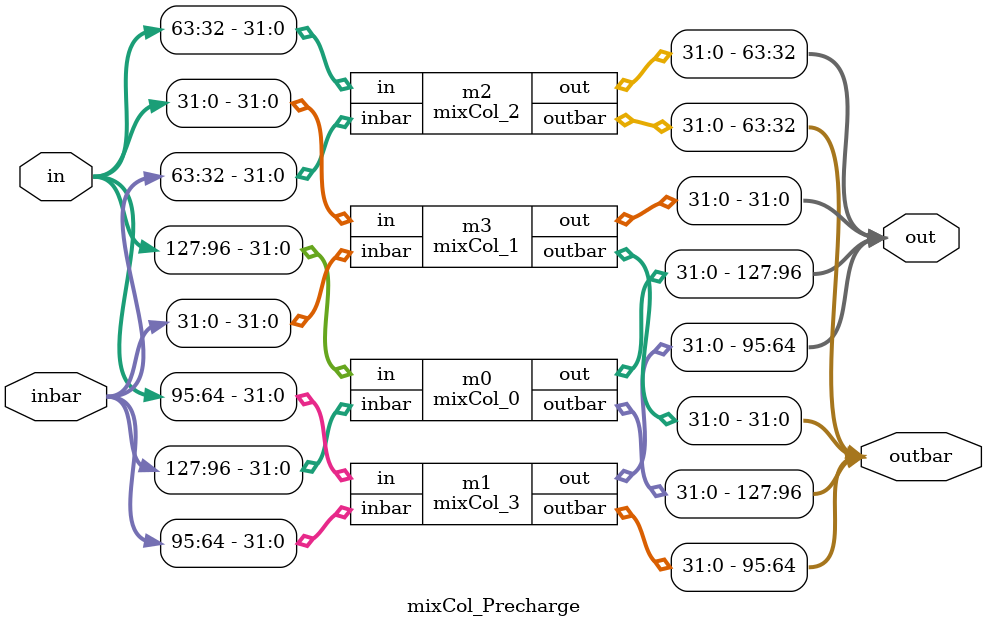
<source format=v>
`timescale 1ns / 1ps



module AND2_X1( A1, A2, ZN );
  input wire A1;
  input wire A2;
  //input_done

  output wire ZN;
  //output_done

  //wire_done

  assign ZN = A1 & A2;
endmodule


module OR2_X1( A1, A2, ZN );
  input wire A1;
  input wire A2;
  //input_done

  output wire ZN;
  //output_done

  //wire_done

  assign ZN = A1 | A2;
endmodule


module scale2_0 ( in, inbar, out, outbar );

  input wire [7:0] in;
  input wire [7:0] inbar;
//input_done

  output wire [7:0] out;
  output wire [7:0] outbar;
//output_done

  wire in_0;
  wire in_6;
  wire in_5;
  wire in_4;
  wire in_1;
  wire in_7;
  wire n11;
  wire n12;
  wire n13;
  wire n14;
  wire n15;
  wire n16;
  wire n17;
  wire n18;
  wire n19;
  wire n20;
  wire in_0bar;
  wire in_6bar;
  wire in_5bar;
  wire in_4bar;
  wire in_1bar;
  wire in_7bar;
  wire n11bar;
  wire n12bar;
  wire n13bar;
  wire n14bar;
  wire n15bar;
  wire n16bar;
  wire n17bar;
  wire n18bar;
  wire n19bar;
  wire n20bar;
//wire_done

  assign in_0 = in[0];
  assign out[7] = in_6;
  assign in_6  = in[6];
  assign out[6] = in_5;
  assign in_5  = in[5];
  assign out[5] = in_4;
  assign in_4  = in[4];
  assign out[2] = in_1;
  assign in_1  = in[1];
  assign out[0] = in_7;
  assign in_7  = in[7];
  assign in_0bar = inbar[0];
  assign outbar[7] = in_6bar;
  assign in_6bar = inbar[6];
  assign outbar[6] = in_5bar;
  assign in_5bar = inbar[5];
  assign outbar[5] = in_4bar;
  assign in_4bar = inbar[4];
  assign outbar[2] = in_1bar;
  assign in_1bar = inbar[1];
  assign outbar[0] = in_7bar;
  assign in_7bar = inbar[7];
//assign_done

  assign n20bar = in_7;
  assign n20 = in_7bar;
  assign n19bar = in[3];
  assign n19 = inbar[3];
  assign n18bar = in[2];
  assign n18 = inbar[2];
  assign n17bar = in_0;
  assign n17 = in_0bar;
  OR2_X1 U5 ( .A1(n16), .A2(n15), .ZN(out[4]) );
  AND2_X1 U5bar ( .A1(n16bar), .A2(n15bar), .ZN(outbar[4]) );
  AND2_X1 U6 ( .A1(in[3]), .A2(n20), .ZN(n15) );
  OR2_X1 U6bar ( .A1(inbar[3]), .A2(n20bar), .ZN(n15bar) );
  AND2_X1 U7 ( .A1(in_7), .A2(n19), .ZN(n16) );
  OR2_X1 U7bar ( .A1(in_7bar), .A2(n19bar), .ZN(n16bar) );
  OR2_X1 U8 ( .A1(n14), .A2(n13), .ZN(out[3]) );
  AND2_X1 U8bar ( .A1(n14bar), .A2(n13bar), .ZN(outbar[3]) );
  AND2_X1 U9 ( .A1(in[2]), .A2(n20), .ZN(n13) );
  OR2_X1 U9bar ( .A1(inbar[2]), .A2(n20bar), .ZN(n13bar) );
  AND2_X1 U10 ( .A1(in_7), .A2(n18), .ZN(n14) );
  OR2_X1 U10bar ( .A1(in_7bar), .A2(n18bar), .ZN(n14bar) );
  OR2_X1 U11 ( .A1(n12), .A2(n11), .ZN(out[1]) );
  AND2_X1 U11bar ( .A1(n12bar), .A2(n11bar), .ZN(outbar[1]) );
  AND2_X1 U12 ( .A1(in_0), .A2(n20), .ZN(n11) );
  OR2_X1 U12bar ( .A1(in_0bar), .A2(n20bar), .ZN(n11bar) );
  AND2_X1 U13 ( .A1(in_7), .A2(n17), .ZN(n12) );
  OR2_X1 U13bar ( .A1(in_7bar), .A2(n17bar), .ZN(n12bar) );
endmodule

module byteXor_0 ( a, abar, b, bbar, y, ybar );

  input wire [7:0] a;
  input wire [7:0] b;
  input wire [7:0] abar;
  input wire [7:0] bbar;
//input_done

  output wire [7:0] y;
  output wire [7:0] ybar;
//output_done

  wire n33;
  wire n34;
  wire n35;
  wire n36;
  wire n37;
  wire n38;
  wire n39;
  wire n40;
  wire n41;
  wire n42;
  wire n43;
  wire n44;
  wire n45;
  wire n46;
  wire n47;
  wire n48;
  wire n49;
  wire n50;
  wire n51;
  wire n52;
  wire n53;
  wire n54;
  wire n55;
  wire n56;
  wire n57;
  wire n58;
  wire n59;
  wire n60;
  wire n61;
  wire n62;
  wire n63;
  wire n64;
  wire n33bar;
  wire n34bar;
  wire n35bar;
  wire n36bar;
  wire n37bar;
  wire n38bar;
  wire n39bar;
  wire n40bar;
  wire n41bar;
  wire n42bar;
  wire n43bar;
  wire n44bar;
  wire n45bar;
  wire n46bar;
  wire n47bar;
  wire n48bar;
  wire n49bar;
  wire n50bar;
  wire n51bar;
  wire n52bar;
  wire n53bar;
  wire n54bar;
  wire n55bar;
  wire n56bar;
  wire n57bar;
  wire n58bar;
  wire n59bar;
  wire n60bar;
  wire n61bar;
  wire n62bar;
  wire n63bar;
  wire n64bar;
//wire_done

 //assign_done

  assign n64bar = n47;
  assign n64 = n47bar;
  assign n63bar = a[7];
  assign n63 = abar[7];
  assign n62bar = n45;
  assign n62 = n45bar;
  assign n61bar = a[6];
  assign n61 = abar[6];
  assign n60bar = n43;
  assign n60 = n43bar;
  assign n59bar = a[5];
  assign n59 = abar[5];
  assign n58bar = n41;
  assign n58 = n41bar;
  assign n57bar = a[4];
  assign n57 = abar[4];
  assign n56bar = n39;
  assign n56 = n39bar;
  assign n55bar = a[3];
  assign n55 = abar[3];
  assign n54bar = n37;
  assign n54 = n37bar;
  assign n53bar = a[2];
  assign n53 = abar[2];
  assign n52bar = n35;
  assign n52 = n35bar;
  assign n51bar = a[1];
  assign n51 = abar[1];
  assign n50bar = n33;
  assign n50 = n33bar;
  assign n49bar = a[0];
  assign n49 = abar[0];
  OR2_X1 U17 ( .A1(n48), .A2(n64), .ZN(y[7]) );
  AND2_X1 U17bar ( .A1(n48bar), .A2(n64bar), .ZN(ybar[7]) );
  OR2_X1 U18 ( .A1(n63), .A2(b[7]), .ZN(n47) );
  AND2_X1 U18bar ( .A1(n63bar), .A2(bbar[7]), .ZN(n47bar) );
  AND2_X1 U19 ( .A1(b[7]), .A2(n63), .ZN(n48) );
  OR2_X1 U19bar ( .A1(bbar[7]), .A2(n63bar), .ZN(n48bar) );
  OR2_X1 U20 ( .A1(n46), .A2(n62), .ZN(y[6]) );
  AND2_X1 U20bar ( .A1(n46bar), .A2(n62bar), .ZN(ybar[6]) );
  OR2_X1 U21 ( .A1(n61), .A2(b[6]), .ZN(n45) );
  AND2_X1 U21bar ( .A1(n61bar), .A2(bbar[6]), .ZN(n45bar) );
  AND2_X1 U22 ( .A1(b[6]), .A2(n61), .ZN(n46) );
  OR2_X1 U22bar ( .A1(bbar[6]), .A2(n61bar), .ZN(n46bar) );
  OR2_X1 U23 ( .A1(n44), .A2(n60), .ZN(y[5]) );
  AND2_X1 U23bar ( .A1(n44bar), .A2(n60bar), .ZN(ybar[5]) );
  OR2_X1 U24 ( .A1(n59), .A2(b[5]), .ZN(n43) );
  AND2_X1 U24bar ( .A1(n59bar), .A2(bbar[5]), .ZN(n43bar) );
  AND2_X1 U25 ( .A1(b[5]), .A2(n59), .ZN(n44) );
  OR2_X1 U25bar ( .A1(bbar[5]), .A2(n59bar), .ZN(n44bar) );
  OR2_X1 U26 ( .A1(n42), .A2(n58), .ZN(y[4]) );
  AND2_X1 U26bar ( .A1(n42bar), .A2(n58bar), .ZN(ybar[4]) );
  OR2_X1 U27 ( .A1(n57), .A2(b[4]), .ZN(n41) );
  AND2_X1 U27bar ( .A1(n57bar), .A2(bbar[4]), .ZN(n41bar) );
  AND2_X1 U28 ( .A1(b[4]), .A2(n57), .ZN(n42) );
  OR2_X1 U28bar ( .A1(bbar[4]), .A2(n57bar), .ZN(n42bar) );
  OR2_X1 U29 ( .A1(n40), .A2(n56), .ZN(y[3]) );
  AND2_X1 U29bar ( .A1(n40bar), .A2(n56bar), .ZN(ybar[3]) );
  OR2_X1 U30 ( .A1(n55), .A2(b[3]), .ZN(n39) );
  AND2_X1 U30bar ( .A1(n55bar), .A2(bbar[3]), .ZN(n39bar) );
  AND2_X1 U31 ( .A1(b[3]), .A2(n55), .ZN(n40) );
  OR2_X1 U31bar ( .A1(bbar[3]), .A2(n55bar), .ZN(n40bar) );
  OR2_X1 U32 ( .A1(n38), .A2(n54), .ZN(y[2]) );
  AND2_X1 U32bar ( .A1(n38bar), .A2(n54bar), .ZN(ybar[2]) );
  OR2_X1 U33 ( .A1(n53), .A2(b[2]), .ZN(n37) );
  AND2_X1 U33bar ( .A1(n53bar), .A2(bbar[2]), .ZN(n37bar) );
  AND2_X1 U34 ( .A1(b[2]), .A2(n53), .ZN(n38) );
  OR2_X1 U34bar ( .A1(bbar[2]), .A2(n53bar), .ZN(n38bar) );
  OR2_X1 U35 ( .A1(n36), .A2(n52), .ZN(y[1]) );
  AND2_X1 U35bar ( .A1(n36bar), .A2(n52bar), .ZN(ybar[1]) );
  OR2_X1 U36 ( .A1(n51), .A2(b[1]), .ZN(n35) );
  AND2_X1 U36bar ( .A1(n51bar), .A2(bbar[1]), .ZN(n35bar) );
  AND2_X1 U37 ( .A1(b[1]), .A2(n51), .ZN(n36) );
  OR2_X1 U37bar ( .A1(bbar[1]), .A2(n51bar), .ZN(n36bar) );
  OR2_X1 U38 ( .A1(n34), .A2(n50), .ZN(y[0]) );
  AND2_X1 U38bar ( .A1(n34bar), .A2(n50bar), .ZN(ybar[0]) );
  OR2_X1 U39 ( .A1(n49), .A2(b[0]), .ZN(n33) );
  AND2_X1 U39bar ( .A1(n49bar), .A2(bbar[0]), .ZN(n33bar) );
  AND2_X1 U40 ( .A1(b[0]), .A2(n49), .ZN(n34) );
  OR2_X1 U40bar ( .A1(bbar[0]), .A2(n49bar), .ZN(n34bar) );
endmodule

module byteXor4_0 ( a, abar, b, bbar, c, cbar, d, dbar, y, ybar );

  input wire [7:0] a;
  input wire [7:0] b;
  input wire [7:0] c;
  input wire [7:0] d;
  input wire [7:0] abar;
  input wire [7:0] bbar;
  input wire [7:0] cbar;
  input wire [7:0] dbar;
//input_done

  output wire [7:0] y;
  output wire [7:0] ybar;
//output_done

  wire n113;
  wire n114;
  wire n115;
  wire n116;
  wire n117;
  wire n118;
  wire n119;
  wire n120;
  wire n121;
  wire n122;
  wire n123;
  wire n124;
  wire n125;
  wire n126;
  wire n127;
  wire n128;
  wire n129;
  wire n130;
  wire n131;
  wire n132;
  wire n133;
  wire n134;
  wire n135;
  wire n136;
  wire n137;
  wire n138;
  wire n139;
  wire n140;
  wire n141;
  wire n142;
  wire n143;
  wire n144;
  wire n145;
  wire n146;
  wire n147;
  wire n148;
  wire n149;
  wire n150;
  wire n151;
  wire n152;
  wire n153;
  wire n154;
  wire n155;
  wire n156;
  wire n157;
  wire n158;
  wire n159;
  wire n160;
  wire n161;
  wire n162;
  wire n163;
  wire n164;
  wire n165;
  wire n166;
  wire n167;
  wire n168;
  wire n169;
  wire n170;
  wire n171;
  wire n172;
  wire n173;
  wire n174;
  wire n175;
  wire n176;
  wire n177;
  wire n178;
  wire n179;
  wire n180;
  wire n181;
  wire n182;
  wire n183;
  wire n184;
  wire n185;
  wire n186;
  wire n187;
  wire n188;
  wire n189;
  wire n190;
  wire n191;
  wire n192;
  wire n193;
  wire n194;
  wire n195;
  wire n196;
  wire n197;
  wire n198;
  wire n199;
  wire n200;
  wire n201;
  wire n202;
  wire n203;
  wire n204;
  wire n205;
  wire n206;
  wire n207;
  wire n208;
  wire n209;
  wire n210;
  wire n211;
  wire n212;
  wire n213;
  wire n214;
  wire n215;
  wire n216;
  wire n217;
  wire n218;
  wire n219;
  wire n220;
  wire n221;
  wire n222;
  wire n223;
  wire n224;
  wire n113bar;
  wire n114bar;
  wire n115bar;
  wire n116bar;
  wire n117bar;
  wire n118bar;
  wire n119bar;
  wire n120bar;
  wire n121bar;
  wire n122bar;
  wire n123bar;
  wire n124bar;
  wire n125bar;
  wire n126bar;
  wire n127bar;
  wire n128bar;
  wire n129bar;
  wire n130bar;
  wire n131bar;
  wire n132bar;
  wire n133bar;
  wire n134bar;
  wire n135bar;
  wire n136bar;
  wire n137bar;
  wire n138bar;
  wire n139bar;
  wire n140bar;
  wire n141bar;
  wire n142bar;
  wire n143bar;
  wire n144bar;
  wire n145bar;
  wire n146bar;
  wire n147bar;
  wire n148bar;
  wire n149bar;
  wire n150bar;
  wire n151bar;
  wire n152bar;
  wire n153bar;
  wire n154bar;
  wire n155bar;
  wire n156bar;
  wire n157bar;
  wire n158bar;
  wire n159bar;
  wire n160bar;
  wire n161bar;
  wire n162bar;
  wire n163bar;
  wire n164bar;
  wire n165bar;
  wire n166bar;
  wire n167bar;
  wire n168bar;
  wire n169bar;
  wire n170bar;
  wire n171bar;
  wire n172bar;
  wire n173bar;
  wire n174bar;
  wire n175bar;
  wire n176bar;
  wire n177bar;
  wire n178bar;
  wire n179bar;
  wire n180bar;
  wire n181bar;
  wire n182bar;
  wire n183bar;
  wire n184bar;
  wire n185bar;
  wire n186bar;
  wire n187bar;
  wire n188bar;
  wire n189bar;
  wire n190bar;
  wire n191bar;
  wire n192bar;
  wire n193bar;
  wire n194bar;
  wire n195bar;
  wire n196bar;
  wire n197bar;
  wire n198bar;
  wire n199bar;
  wire n200bar;
  wire n201bar;
  wire n202bar;
  wire n203bar;
  wire n204bar;
  wire n205bar;
  wire n206bar;
  wire n207bar;
  wire n208bar;
  wire n209bar;
  wire n210bar;
  wire n211bar;
  wire n212bar;
  wire n213bar;
  wire n214bar;
  wire n215bar;
  wire n216bar;
  wire n217bar;
  wire n218bar;
  wire n219bar;
  wire n220bar;
  wire n221bar;
  wire n222bar;
  wire n223bar;
  wire n224bar;
//wire_done

 //assign_done

  assign n224bar = n175;
  assign n224 = n175bar;
  assign n223bar = a[7];
  assign n223 = abar[7];
  assign n222bar = n167;
  assign n222 = n167bar;
  assign n221bar = a[6];
  assign n221 = abar[6];
  assign n220bar = n159;
  assign n220 = n159bar;
  assign n219bar = a[5];
  assign n219 = abar[5];
  assign n218bar = n151;
  assign n218 = n151bar;
  assign n217bar = a[4];
  assign n217 = abar[4];
  assign n216bar = n143;
  assign n216 = n143bar;
  assign n215bar = a[3];
  assign n215 = abar[3];
  assign n214bar = n135;
  assign n214 = n135bar;
  assign n213bar = a[2];
  assign n213 = abar[2];
  assign n212bar = n127;
  assign n212 = n127bar;
  assign n211bar = a[1];
  assign n211 = abar[1];
  assign n210bar = n119;
  assign n210 = n119bar;
  assign n209bar = a[0];
  assign n209 = abar[0];
  assign n208bar = b[7];
  assign n208 = bbar[7];
  assign n207bar = b[6];
  assign n207 = bbar[6];
  assign n206bar = b[5];
  assign n206 = bbar[5];
  assign n205bar = b[4];
  assign n205 = bbar[4];
  assign n204bar = b[3];
  assign n204 = bbar[3];
  assign n203bar = b[2];
  assign n203 = bbar[2];
  assign n202bar = b[1];
  assign n202 = bbar[1];
  assign n201bar = b[0];
  assign n201 = bbar[0];
  assign n200bar = n171;
  assign n200 = n171bar;
  assign n199bar = c[7];
  assign n199 = cbar[7];
  assign n198bar = n163;
  assign n198 = n163bar;
  assign n197bar = c[6];
  assign n197 = cbar[6];
  assign n196bar = n155;
  assign n196 = n155bar;
  assign n195bar = c[5];
  assign n195 = cbar[5];
  assign n194bar = n147;
  assign n194 = n147bar;
  assign n193bar = c[4];
  assign n193 = cbar[4];
  assign n192bar = n139;
  assign n192 = n139bar;
  assign n191bar = c[3];
  assign n191 = cbar[3];
  assign n190bar = n131;
  assign n190 = n131bar;
  assign n189bar = c[2];
  assign n189 = cbar[2];
  assign n188bar = n123;
  assign n188 = n123bar;
  assign n187bar = c[1];
  assign n187 = cbar[1];
  assign n186bar = n115;
  assign n186 = n115bar;
  assign n185bar = c[0];
  assign n185 = cbar[0];
  assign n184bar = d[7];
  assign n184 = dbar[7];
  assign n183bar = d[6];
  assign n183 = dbar[6];
  assign n182bar = d[5];
  assign n182 = dbar[5];
  assign n181bar = d[4];
  assign n181 = dbar[4];
  assign n180bar = d[3];
  assign n180 = dbar[3];
  assign n179bar = d[2];
  assign n179 = dbar[2];
  assign n178bar = d[1];
  assign n178 = dbar[1];
  assign n177bar = d[0];
  assign n177 = dbar[0];
  OR2_X1 U49 ( .A1(n176), .A2(n224), .ZN(y[7]) );
  AND2_X1 U49bar ( .A1(n176bar), .A2(n224bar), .ZN(ybar[7]) );
  OR2_X1 U50 ( .A1(n174), .A2(n200), .ZN(n175) );
  AND2_X1 U50bar ( .A1(n174bar), .A2(n200bar), .ZN(n175bar) );
  AND2_X1 U51 ( .A1(n200), .A2(n174), .ZN(n176) );
  OR2_X1 U51bar ( .A1(n200bar), .A2(n174bar), .ZN(n176bar) );
  AND2_X1 U52 ( .A1(n173), .A2(n172), .ZN(n174) );
  OR2_X1 U52bar ( .A1(n173bar), .A2(n172bar), .ZN(n174bar) );
  OR2_X1 U53 ( .A1(n223), .A2(b[7]), .ZN(n172) );
  AND2_X1 U53bar ( .A1(n223bar), .A2(bbar[7]), .ZN(n172bar) );
  OR2_X1 U54 ( .A1(n208), .A2(a[7]), .ZN(n173) );
  AND2_X1 U54bar ( .A1(n208bar), .A2(abar[7]), .ZN(n173bar) );
  AND2_X1 U55 ( .A1(n170), .A2(n169), .ZN(n171) );
  OR2_X1 U55bar ( .A1(n170bar), .A2(n169bar), .ZN(n171bar) );
  OR2_X1 U56 ( .A1(n199), .A2(d[7]), .ZN(n169) );
  AND2_X1 U56bar ( .A1(n199bar), .A2(dbar[7]), .ZN(n169bar) );
  OR2_X1 U57 ( .A1(n184), .A2(c[7]), .ZN(n170) );
  AND2_X1 U57bar ( .A1(n184bar), .A2(cbar[7]), .ZN(n170bar) );
  OR2_X1 U58 ( .A1(n168), .A2(n222), .ZN(y[6]) );
  AND2_X1 U58bar ( .A1(n168bar), .A2(n222bar), .ZN(ybar[6]) );
  OR2_X1 U59 ( .A1(n166), .A2(n198), .ZN(n167) );
  AND2_X1 U59bar ( .A1(n166bar), .A2(n198bar), .ZN(n167bar) );
  AND2_X1 U60 ( .A1(n198), .A2(n166), .ZN(n168) );
  OR2_X1 U60bar ( .A1(n198bar), .A2(n166bar), .ZN(n168bar) );
  AND2_X1 U61 ( .A1(n165), .A2(n164), .ZN(n166) );
  OR2_X1 U61bar ( .A1(n165bar), .A2(n164bar), .ZN(n166bar) );
  OR2_X1 U62 ( .A1(n221), .A2(b[6]), .ZN(n164) );
  AND2_X1 U62bar ( .A1(n221bar), .A2(bbar[6]), .ZN(n164bar) );
  OR2_X1 U63 ( .A1(n207), .A2(a[6]), .ZN(n165) );
  AND2_X1 U63bar ( .A1(n207bar), .A2(abar[6]), .ZN(n165bar) );
  AND2_X1 U64 ( .A1(n162), .A2(n161), .ZN(n163) );
  OR2_X1 U64bar ( .A1(n162bar), .A2(n161bar), .ZN(n163bar) );
  OR2_X1 U65 ( .A1(n197), .A2(d[6]), .ZN(n161) );
  AND2_X1 U65bar ( .A1(n197bar), .A2(dbar[6]), .ZN(n161bar) );
  OR2_X1 U66 ( .A1(n183), .A2(c[6]), .ZN(n162) );
  AND2_X1 U66bar ( .A1(n183bar), .A2(cbar[6]), .ZN(n162bar) );
  OR2_X1 U67 ( .A1(n160), .A2(n220), .ZN(y[5]) );
  AND2_X1 U67bar ( .A1(n160bar), .A2(n220bar), .ZN(ybar[5]) );
  OR2_X1 U68 ( .A1(n158), .A2(n196), .ZN(n159) );
  AND2_X1 U68bar ( .A1(n158bar), .A2(n196bar), .ZN(n159bar) );
  AND2_X1 U69 ( .A1(n196), .A2(n158), .ZN(n160) );
  OR2_X1 U69bar ( .A1(n196bar), .A2(n158bar), .ZN(n160bar) );
  AND2_X1 U70 ( .A1(n157), .A2(n156), .ZN(n158) );
  OR2_X1 U70bar ( .A1(n157bar), .A2(n156bar), .ZN(n158bar) );
  OR2_X1 U71 ( .A1(n219), .A2(b[5]), .ZN(n156) );
  AND2_X1 U71bar ( .A1(n219bar), .A2(bbar[5]), .ZN(n156bar) );
  OR2_X1 U72 ( .A1(n206), .A2(a[5]), .ZN(n157) );
  AND2_X1 U72bar ( .A1(n206bar), .A2(abar[5]), .ZN(n157bar) );
  AND2_X1 U73 ( .A1(n154), .A2(n153), .ZN(n155) );
  OR2_X1 U73bar ( .A1(n154bar), .A2(n153bar), .ZN(n155bar) );
  OR2_X1 U74 ( .A1(n195), .A2(d[5]), .ZN(n153) );
  AND2_X1 U74bar ( .A1(n195bar), .A2(dbar[5]), .ZN(n153bar) );
  OR2_X1 U75 ( .A1(n182), .A2(c[5]), .ZN(n154) );
  AND2_X1 U75bar ( .A1(n182bar), .A2(cbar[5]), .ZN(n154bar) );
  OR2_X1 U76 ( .A1(n152), .A2(n218), .ZN(y[4]) );
  AND2_X1 U76bar ( .A1(n152bar), .A2(n218bar), .ZN(ybar[4]) );
  OR2_X1 U77 ( .A1(n150), .A2(n194), .ZN(n151) );
  AND2_X1 U77bar ( .A1(n150bar), .A2(n194bar), .ZN(n151bar) );
  AND2_X1 U78 ( .A1(n194), .A2(n150), .ZN(n152) );
  OR2_X1 U78bar ( .A1(n194bar), .A2(n150bar), .ZN(n152bar) );
  AND2_X1 U79 ( .A1(n149), .A2(n148), .ZN(n150) );
  OR2_X1 U79bar ( .A1(n149bar), .A2(n148bar), .ZN(n150bar) );
  OR2_X1 U80 ( .A1(n217), .A2(b[4]), .ZN(n148) );
  AND2_X1 U80bar ( .A1(n217bar), .A2(bbar[4]), .ZN(n148bar) );
  OR2_X1 U81 ( .A1(n205), .A2(a[4]), .ZN(n149) );
  AND2_X1 U81bar ( .A1(n205bar), .A2(abar[4]), .ZN(n149bar) );
  AND2_X1 U82 ( .A1(n146), .A2(n145), .ZN(n147) );
  OR2_X1 U82bar ( .A1(n146bar), .A2(n145bar), .ZN(n147bar) );
  OR2_X1 U83 ( .A1(n193), .A2(d[4]), .ZN(n145) );
  AND2_X1 U83bar ( .A1(n193bar), .A2(dbar[4]), .ZN(n145bar) );
  OR2_X1 U84 ( .A1(n181), .A2(c[4]), .ZN(n146) );
  AND2_X1 U84bar ( .A1(n181bar), .A2(cbar[4]), .ZN(n146bar) );
  OR2_X1 U85 ( .A1(n144), .A2(n216), .ZN(y[3]) );
  AND2_X1 U85bar ( .A1(n144bar), .A2(n216bar), .ZN(ybar[3]) );
  OR2_X1 U86 ( .A1(n142), .A2(n192), .ZN(n143) );
  AND2_X1 U86bar ( .A1(n142bar), .A2(n192bar), .ZN(n143bar) );
  AND2_X1 U87 ( .A1(n192), .A2(n142), .ZN(n144) );
  OR2_X1 U87bar ( .A1(n192bar), .A2(n142bar), .ZN(n144bar) );
  AND2_X1 U88 ( .A1(n141), .A2(n140), .ZN(n142) );
  OR2_X1 U88bar ( .A1(n141bar), .A2(n140bar), .ZN(n142bar) );
  OR2_X1 U89 ( .A1(n215), .A2(b[3]), .ZN(n140) );
  AND2_X1 U89bar ( .A1(n215bar), .A2(bbar[3]), .ZN(n140bar) );
  OR2_X1 U90 ( .A1(n204), .A2(a[3]), .ZN(n141) );
  AND2_X1 U90bar ( .A1(n204bar), .A2(abar[3]), .ZN(n141bar) );
  AND2_X1 U91 ( .A1(n138), .A2(n137), .ZN(n139) );
  OR2_X1 U91bar ( .A1(n138bar), .A2(n137bar), .ZN(n139bar) );
  OR2_X1 U92 ( .A1(n191), .A2(d[3]), .ZN(n137) );
  AND2_X1 U92bar ( .A1(n191bar), .A2(dbar[3]), .ZN(n137bar) );
  OR2_X1 U93 ( .A1(n180), .A2(c[3]), .ZN(n138) );
  AND2_X1 U93bar ( .A1(n180bar), .A2(cbar[3]), .ZN(n138bar) );
  OR2_X1 U94 ( .A1(n136), .A2(n214), .ZN(y[2]) );
  AND2_X1 U94bar ( .A1(n136bar), .A2(n214bar), .ZN(ybar[2]) );
  OR2_X1 U95 ( .A1(n134), .A2(n190), .ZN(n135) );
  AND2_X1 U95bar ( .A1(n134bar), .A2(n190bar), .ZN(n135bar) );
  AND2_X1 U96 ( .A1(n190), .A2(n134), .ZN(n136) );
  OR2_X1 U96bar ( .A1(n190bar), .A2(n134bar), .ZN(n136bar) );
  AND2_X1 U97 ( .A1(n133), .A2(n132), .ZN(n134) );
  OR2_X1 U97bar ( .A1(n133bar), .A2(n132bar), .ZN(n134bar) );
  OR2_X1 U98 ( .A1(n213), .A2(b[2]), .ZN(n132) );
  AND2_X1 U98bar ( .A1(n213bar), .A2(bbar[2]), .ZN(n132bar) );
  OR2_X1 U99 ( .A1(n203), .A2(a[2]), .ZN(n133) );
  AND2_X1 U99bar ( .A1(n203bar), .A2(abar[2]), .ZN(n133bar) );
  AND2_X1 U100 ( .A1(n130), .A2(n129), .ZN(n131) );
  OR2_X1 U100bar ( .A1(n130bar), .A2(n129bar), .ZN(n131bar) );
  OR2_X1 U101 ( .A1(n189), .A2(d[2]), .ZN(n129) );
  AND2_X1 U101bar ( .A1(n189bar), .A2(dbar[2]), .ZN(n129bar) );
  OR2_X1 U102 ( .A1(n179), .A2(c[2]), .ZN(n130) );
  AND2_X1 U102bar ( .A1(n179bar), .A2(cbar[2]), .ZN(n130bar) );
  OR2_X1 U103 ( .A1(n128), .A2(n212), .ZN(y[1]) );
  AND2_X1 U103bar ( .A1(n128bar), .A2(n212bar), .ZN(ybar[1]) );
  OR2_X1 U104 ( .A1(n126), .A2(n188), .ZN(n127) );
  AND2_X1 U104bar ( .A1(n126bar), .A2(n188bar), .ZN(n127bar) );
  AND2_X1 U105 ( .A1(n188), .A2(n126), .ZN(n128) );
  OR2_X1 U105bar ( .A1(n188bar), .A2(n126bar), .ZN(n128bar) );
  AND2_X1 U106 ( .A1(n125), .A2(n124), .ZN(n126) );
  OR2_X1 U106bar ( .A1(n125bar), .A2(n124bar), .ZN(n126bar) );
  OR2_X1 U107 ( .A1(n211), .A2(b[1]), .ZN(n124) );
  AND2_X1 U107bar ( .A1(n211bar), .A2(bbar[1]), .ZN(n124bar) );
  OR2_X1 U108 ( .A1(n202), .A2(a[1]), .ZN(n125) );
  AND2_X1 U108bar ( .A1(n202bar), .A2(abar[1]), .ZN(n125bar) );
  AND2_X1 U109 ( .A1(n122), .A2(n121), .ZN(n123) );
  OR2_X1 U109bar ( .A1(n122bar), .A2(n121bar), .ZN(n123bar) );
  OR2_X1 U110 ( .A1(n187), .A2(d[1]), .ZN(n121) );
  AND2_X1 U110bar ( .A1(n187bar), .A2(dbar[1]), .ZN(n121bar) );
  OR2_X1 U111 ( .A1(n178), .A2(c[1]), .ZN(n122) );
  AND2_X1 U111bar ( .A1(n178bar), .A2(cbar[1]), .ZN(n122bar) );
  OR2_X1 U112 ( .A1(n120), .A2(n210), .ZN(y[0]) );
  AND2_X1 U112bar ( .A1(n120bar), .A2(n210bar), .ZN(ybar[0]) );
  OR2_X1 U113 ( .A1(n118), .A2(n186), .ZN(n119) );
  AND2_X1 U113bar ( .A1(n118bar), .A2(n186bar), .ZN(n119bar) );
  AND2_X1 U114 ( .A1(n186), .A2(n118), .ZN(n120) );
  OR2_X1 U114bar ( .A1(n186bar), .A2(n118bar), .ZN(n120bar) );
  AND2_X1 U115 ( .A1(n117), .A2(n116), .ZN(n118) );
  OR2_X1 U115bar ( .A1(n117bar), .A2(n116bar), .ZN(n118bar) );
  OR2_X1 U116 ( .A1(n209), .A2(b[0]), .ZN(n116) );
  AND2_X1 U116bar ( .A1(n209bar), .A2(bbar[0]), .ZN(n116bar) );
  OR2_X1 U117 ( .A1(n201), .A2(a[0]), .ZN(n117) );
  AND2_X1 U117bar ( .A1(n201bar), .A2(abar[0]), .ZN(n117bar) );
  AND2_X1 U118 ( .A1(n114), .A2(n113), .ZN(n115) );
  OR2_X1 U118bar ( .A1(n114bar), .A2(n113bar), .ZN(n115bar) );
  OR2_X1 U119 ( .A1(n185), .A2(d[0]), .ZN(n113) );
  AND2_X1 U119bar ( .A1(n185bar), .A2(dbar[0]), .ZN(n113bar) );
  OR2_X1 U120 ( .A1(n177), .A2(c[0]), .ZN(n114) );
  AND2_X1 U120bar ( .A1(n177bar), .A2(cbar[0]), .ZN(n114bar) );
endmodule

module scale2_13 ( in, inbar, out, outbar );

  input wire [7:0] in;
  input wire [7:0] inbar;
//input_done

  output wire [7:0] out;
  output wire [7:0] outbar;
//output_done

  wire in_0;
  wire in_6;
  wire in_5;
  wire in_4;
  wire in_1;
  wire in_7;
  wire n11;
  wire n12;
  wire n13;
  wire n14;
  wire n15;
  wire n16;
  wire n17;
  wire n18;
  wire n19;
  wire n20;
  wire in_0bar;
  wire in_6bar;
  wire in_5bar;
  wire in_4bar;
  wire in_1bar;
  wire in_7bar;
  wire n11bar;
  wire n12bar;
  wire n13bar;
  wire n14bar;
  wire n15bar;
  wire n16bar;
  wire n17bar;
  wire n18bar;
  wire n19bar;
  wire n20bar;
//wire_done

  assign in_0 = in[0];
  assign out[7] = in_6;
  assign in_6  = in[6];
  assign out[6] = in_5;
  assign in_5  = in[5];
  assign out[5] = in_4;
  assign in_4  = in[4];
  assign out[2] = in_1;
  assign in_1  = in[1];
  assign out[0] = in_7;
  assign in_7  = in[7];
  assign in_0bar = inbar[0];
  assign outbar[7] = in_6bar;
  assign in_6bar = inbar[6];
  assign outbar[6] = in_5bar;
  assign in_5bar = inbar[5];
  assign outbar[5] = in_4bar;
  assign in_4bar = inbar[4];
  assign outbar[2] = in_1bar;
  assign in_1bar = inbar[1];
  assign outbar[0] = in_7bar;
  assign in_7bar = inbar[7];
//assign_done

  assign n20bar = in_7;
  assign n20 = in_7bar;
  assign n19bar = in[3];
  assign n19 = inbar[3];
  assign n18bar = in[2];
  assign n18 = inbar[2];
  assign n17bar = in_0;
  assign n17 = in_0bar;
  OR2_X1 U5 ( .A1(n16), .A2(n15), .ZN(out[4]) );
  AND2_X1 U5bar ( .A1(n16bar), .A2(n15bar), .ZN(outbar[4]) );
  AND2_X1 U6 ( .A1(in[3]), .A2(n20), .ZN(n15) );
  OR2_X1 U6bar ( .A1(inbar[3]), .A2(n20bar), .ZN(n15bar) );
  AND2_X1 U7 ( .A1(in_7), .A2(n19), .ZN(n16) );
  OR2_X1 U7bar ( .A1(in_7bar), .A2(n19bar), .ZN(n16bar) );
  OR2_X1 U8 ( .A1(n14), .A2(n13), .ZN(out[3]) );
  AND2_X1 U8bar ( .A1(n14bar), .A2(n13bar), .ZN(outbar[3]) );
  AND2_X1 U9 ( .A1(in[2]), .A2(n20), .ZN(n13) );
  OR2_X1 U9bar ( .A1(inbar[2]), .A2(n20bar), .ZN(n13bar) );
  AND2_X1 U10 ( .A1(in_7), .A2(n18), .ZN(n14) );
  OR2_X1 U10bar ( .A1(in_7bar), .A2(n18bar), .ZN(n14bar) );
  OR2_X1 U11 ( .A1(n12), .A2(n11), .ZN(out[1]) );
  AND2_X1 U11bar ( .A1(n12bar), .A2(n11bar), .ZN(outbar[1]) );
  AND2_X1 U12 ( .A1(in_0), .A2(n20), .ZN(n11) );
  OR2_X1 U12bar ( .A1(in_0bar), .A2(n20bar), .ZN(n11bar) );
  AND2_X1 U13 ( .A1(in_7), .A2(n17), .ZN(n12) );
  OR2_X1 U13bar ( .A1(in_7bar), .A2(n17bar), .ZN(n12bar) );
endmodule

module scale2_14 ( in, inbar, out, outbar );

  input wire [7:0] in;
  input wire [7:0] inbar;
//input_done

  output wire [7:0] out;
  output wire [7:0] outbar;
//output_done

  wire in_0;
  wire in_6;
  wire in_5;
  wire in_4;
  wire in_1;
  wire in_7;
  wire n11;
  wire n12;
  wire n13;
  wire n14;
  wire n15;
  wire n16;
  wire n17;
  wire n18;
  wire n19;
  wire n20;
  wire in_0bar;
  wire in_6bar;
  wire in_5bar;
  wire in_4bar;
  wire in_1bar;
  wire in_7bar;
  wire n11bar;
  wire n12bar;
  wire n13bar;
  wire n14bar;
  wire n15bar;
  wire n16bar;
  wire n17bar;
  wire n18bar;
  wire n19bar;
  wire n20bar;
//wire_done

  assign in_0 = in[0];
  assign out[7] = in_6;
  assign in_6  = in[6];
  assign out[6] = in_5;
  assign in_5  = in[5];
  assign out[5] = in_4;
  assign in_4  = in[4];
  assign out[2] = in_1;
  assign in_1  = in[1];
  assign out[0] = in_7;
  assign in_7  = in[7];
  assign in_0bar = inbar[0];
  assign outbar[7] = in_6bar;
  assign in_6bar = inbar[6];
  assign outbar[6] = in_5bar;
  assign in_5bar = inbar[5];
  assign outbar[5] = in_4bar;
  assign in_4bar = inbar[4];
  assign outbar[2] = in_1bar;
  assign in_1bar = inbar[1];
  assign outbar[0] = in_7bar;
  assign in_7bar = inbar[7];
//assign_done

  assign n20bar = in_7;
  assign n20 = in_7bar;
  assign n19bar = in[3];
  assign n19 = inbar[3];
  assign n18bar = in[2];
  assign n18 = inbar[2];
  assign n17bar = in_0;
  assign n17 = in_0bar;
  OR2_X1 U5 ( .A1(n16), .A2(n15), .ZN(out[4]) );
  AND2_X1 U5bar ( .A1(n16bar), .A2(n15bar), .ZN(outbar[4]) );
  AND2_X1 U6 ( .A1(in[3]), .A2(n20), .ZN(n15) );
  OR2_X1 U6bar ( .A1(inbar[3]), .A2(n20bar), .ZN(n15bar) );
  AND2_X1 U7 ( .A1(in_7), .A2(n19), .ZN(n16) );
  OR2_X1 U7bar ( .A1(in_7bar), .A2(n19bar), .ZN(n16bar) );
  OR2_X1 U8 ( .A1(n14), .A2(n13), .ZN(out[3]) );
  AND2_X1 U8bar ( .A1(n14bar), .A2(n13bar), .ZN(outbar[3]) );
  AND2_X1 U9 ( .A1(in[2]), .A2(n20), .ZN(n13) );
  OR2_X1 U9bar ( .A1(inbar[2]), .A2(n20bar), .ZN(n13bar) );
  AND2_X1 U10 ( .A1(in_7), .A2(n18), .ZN(n14) );
  OR2_X1 U10bar ( .A1(in_7bar), .A2(n18bar), .ZN(n14bar) );
  OR2_X1 U11 ( .A1(n12), .A2(n11), .ZN(out[1]) );
  AND2_X1 U11bar ( .A1(n12bar), .A2(n11bar), .ZN(outbar[1]) );
  AND2_X1 U12 ( .A1(in_0), .A2(n20), .ZN(n11) );
  OR2_X1 U12bar ( .A1(in_0bar), .A2(n20bar), .ZN(n11bar) );
  AND2_X1 U13 ( .A1(in_7), .A2(n17), .ZN(n12) );
  OR2_X1 U13bar ( .A1(in_7bar), .A2(n17bar), .ZN(n12bar) );
endmodule

module scale2_15 ( in, inbar, out, outbar );

  input wire [7:0] in;
  input wire [7:0] inbar;
//input_done

  output wire [7:0] out;
  output wire [7:0] outbar;
//output_done

  wire in_0;
  wire in_6;
  wire in_5;
  wire in_4;
  wire in_1;
  wire in_7;
  wire n11;
  wire n12;
  wire n13;
  wire n14;
  wire n15;
  wire n16;
  wire n17;
  wire n18;
  wire n19;
  wire n20;
  wire in_0bar;
  wire in_6bar;
  wire in_5bar;
  wire in_4bar;
  wire in_1bar;
  wire in_7bar;
  wire n11bar;
  wire n12bar;
  wire n13bar;
  wire n14bar;
  wire n15bar;
  wire n16bar;
  wire n17bar;
  wire n18bar;
  wire n19bar;
  wire n20bar;
//wire_done

  assign in_0 = in[0];
  assign out[7] = in_6;
  assign in_6  = in[6];
  assign out[6] = in_5;
  assign in_5  = in[5];
  assign out[5] = in_4;
  assign in_4  = in[4];
  assign out[2] = in_1;
  assign in_1  = in[1];
  assign out[0] = in_7;
  assign in_7  = in[7];
  assign in_0bar = inbar[0];
  assign outbar[7] = in_6bar;
  assign in_6bar = inbar[6];
  assign outbar[6] = in_5bar;
  assign in_5bar = inbar[5];
  assign outbar[5] = in_4bar;
  assign in_4bar = inbar[4];
  assign outbar[2] = in_1bar;
  assign in_1bar = inbar[1];
  assign outbar[0] = in_7bar;
  assign in_7bar = inbar[7];
//assign_done

  assign n20bar = in_7;
  assign n20 = in_7bar;
  assign n19bar = in[3];
  assign n19 = inbar[3];
  assign n18bar = in[2];
  assign n18 = inbar[2];
  assign n17bar = in_0;
  assign n17 = in_0bar;
  OR2_X1 U5 ( .A1(n16), .A2(n15), .ZN(out[4]) );
  AND2_X1 U5bar ( .A1(n16bar), .A2(n15bar), .ZN(outbar[4]) );
  AND2_X1 U6 ( .A1(in[3]), .A2(n20), .ZN(n15) );
  OR2_X1 U6bar ( .A1(inbar[3]), .A2(n20bar), .ZN(n15bar) );
  AND2_X1 U7 ( .A1(in_7), .A2(n19), .ZN(n16) );
  OR2_X1 U7bar ( .A1(in_7bar), .A2(n19bar), .ZN(n16bar) );
  OR2_X1 U8 ( .A1(n14), .A2(n13), .ZN(out[3]) );
  AND2_X1 U8bar ( .A1(n14bar), .A2(n13bar), .ZN(outbar[3]) );
  AND2_X1 U9 ( .A1(in[2]), .A2(n20), .ZN(n13) );
  OR2_X1 U9bar ( .A1(inbar[2]), .A2(n20bar), .ZN(n13bar) );
  AND2_X1 U10 ( .A1(in_7), .A2(n18), .ZN(n14) );
  OR2_X1 U10bar ( .A1(in_7bar), .A2(n18bar), .ZN(n14bar) );
  OR2_X1 U11 ( .A1(n12), .A2(n11), .ZN(out[1]) );
  AND2_X1 U11bar ( .A1(n12bar), .A2(n11bar), .ZN(outbar[1]) );
  AND2_X1 U12 ( .A1(in_0), .A2(n20), .ZN(n11) );
  OR2_X1 U12bar ( .A1(in_0bar), .A2(n20bar), .ZN(n11bar) );
  AND2_X1 U13 ( .A1(in_7), .A2(n17), .ZN(n12) );
  OR2_X1 U13bar ( .A1(in_7bar), .A2(n17bar), .ZN(n12bar) );
endmodule

module byteXor_14 ( a, abar, b, bbar, y, ybar );

  input wire [7:0] a;
  input wire [7:0] b;
  input wire [7:0] abar;
  input wire [7:0] bbar;
//input_done

  output wire [7:0] y;
  output wire [7:0] ybar;
//output_done

  wire n33;
  wire n34;
  wire n35;
  wire n36;
  wire n37;
  wire n38;
  wire n39;
  wire n40;
  wire n41;
  wire n42;
  wire n43;
  wire n44;
  wire n45;
  wire n46;
  wire n47;
  wire n48;
  wire n49;
  wire n50;
  wire n51;
  wire n52;
  wire n53;
  wire n54;
  wire n55;
  wire n56;
  wire n57;
  wire n58;
  wire n59;
  wire n60;
  wire n61;
  wire n62;
  wire n63;
  wire n64;
  wire n33bar;
  wire n34bar;
  wire n35bar;
  wire n36bar;
  wire n37bar;
  wire n38bar;
  wire n39bar;
  wire n40bar;
  wire n41bar;
  wire n42bar;
  wire n43bar;
  wire n44bar;
  wire n45bar;
  wire n46bar;
  wire n47bar;
  wire n48bar;
  wire n49bar;
  wire n50bar;
  wire n51bar;
  wire n52bar;
  wire n53bar;
  wire n54bar;
  wire n55bar;
  wire n56bar;
  wire n57bar;
  wire n58bar;
  wire n59bar;
  wire n60bar;
  wire n61bar;
  wire n62bar;
  wire n63bar;
  wire n64bar;
//wire_done

 //assign_done

  assign n64bar = n47;
  assign n64 = n47bar;
  assign n63bar = a[7];
  assign n63 = abar[7];
  assign n62bar = n45;
  assign n62 = n45bar;
  assign n61bar = a[6];
  assign n61 = abar[6];
  assign n60bar = n43;
  assign n60 = n43bar;
  assign n59bar = a[5];
  assign n59 = abar[5];
  assign n58bar = n41;
  assign n58 = n41bar;
  assign n57bar = a[4];
  assign n57 = abar[4];
  assign n56bar = n39;
  assign n56 = n39bar;
  assign n55bar = a[3];
  assign n55 = abar[3];
  assign n54bar = n37;
  assign n54 = n37bar;
  assign n53bar = a[2];
  assign n53 = abar[2];
  assign n52bar = n35;
  assign n52 = n35bar;
  assign n51bar = a[1];
  assign n51 = abar[1];
  assign n50bar = n33;
  assign n50 = n33bar;
  assign n49bar = a[0];
  assign n49 = abar[0];
  OR2_X1 U17 ( .A1(n48), .A2(n64), .ZN(y[7]) );
  AND2_X1 U17bar ( .A1(n48bar), .A2(n64bar), .ZN(ybar[7]) );
  OR2_X1 U18 ( .A1(n63), .A2(b[7]), .ZN(n47) );
  AND2_X1 U18bar ( .A1(n63bar), .A2(bbar[7]), .ZN(n47bar) );
  AND2_X1 U19 ( .A1(b[7]), .A2(n63), .ZN(n48) );
  OR2_X1 U19bar ( .A1(bbar[7]), .A2(n63bar), .ZN(n48bar) );
  OR2_X1 U20 ( .A1(n46), .A2(n62), .ZN(y[6]) );
  AND2_X1 U20bar ( .A1(n46bar), .A2(n62bar), .ZN(ybar[6]) );
  OR2_X1 U21 ( .A1(n61), .A2(b[6]), .ZN(n45) );
  AND2_X1 U21bar ( .A1(n61bar), .A2(bbar[6]), .ZN(n45bar) );
  AND2_X1 U22 ( .A1(b[6]), .A2(n61), .ZN(n46) );
  OR2_X1 U22bar ( .A1(bbar[6]), .A2(n61bar), .ZN(n46bar) );
  OR2_X1 U23 ( .A1(n44), .A2(n60), .ZN(y[5]) );
  AND2_X1 U23bar ( .A1(n44bar), .A2(n60bar), .ZN(ybar[5]) );
  OR2_X1 U24 ( .A1(n59), .A2(b[5]), .ZN(n43) );
  AND2_X1 U24bar ( .A1(n59bar), .A2(bbar[5]), .ZN(n43bar) );
  AND2_X1 U25 ( .A1(b[5]), .A2(n59), .ZN(n44) );
  OR2_X1 U25bar ( .A1(bbar[5]), .A2(n59bar), .ZN(n44bar) );
  OR2_X1 U26 ( .A1(n42), .A2(n58), .ZN(y[4]) );
  AND2_X1 U26bar ( .A1(n42bar), .A2(n58bar), .ZN(ybar[4]) );
  OR2_X1 U27 ( .A1(n57), .A2(b[4]), .ZN(n41) );
  AND2_X1 U27bar ( .A1(n57bar), .A2(bbar[4]), .ZN(n41bar) );
  AND2_X1 U28 ( .A1(b[4]), .A2(n57), .ZN(n42) );
  OR2_X1 U28bar ( .A1(bbar[4]), .A2(n57bar), .ZN(n42bar) );
  OR2_X1 U29 ( .A1(n40), .A2(n56), .ZN(y[3]) );
  AND2_X1 U29bar ( .A1(n40bar), .A2(n56bar), .ZN(ybar[3]) );
  OR2_X1 U30 ( .A1(n55), .A2(b[3]), .ZN(n39) );
  AND2_X1 U30bar ( .A1(n55bar), .A2(bbar[3]), .ZN(n39bar) );
  AND2_X1 U31 ( .A1(b[3]), .A2(n55), .ZN(n40) );
  OR2_X1 U31bar ( .A1(bbar[3]), .A2(n55bar), .ZN(n40bar) );
  OR2_X1 U32 ( .A1(n38), .A2(n54), .ZN(y[2]) );
  AND2_X1 U32bar ( .A1(n38bar), .A2(n54bar), .ZN(ybar[2]) );
  OR2_X1 U33 ( .A1(n53), .A2(b[2]), .ZN(n37) );
  AND2_X1 U33bar ( .A1(n53bar), .A2(bbar[2]), .ZN(n37bar) );
  AND2_X1 U34 ( .A1(b[2]), .A2(n53), .ZN(n38) );
  OR2_X1 U34bar ( .A1(bbar[2]), .A2(n53bar), .ZN(n38bar) );
  OR2_X1 U35 ( .A1(n36), .A2(n52), .ZN(y[1]) );
  AND2_X1 U35bar ( .A1(n36bar), .A2(n52bar), .ZN(ybar[1]) );
  OR2_X1 U36 ( .A1(n51), .A2(b[1]), .ZN(n35) );
  AND2_X1 U36bar ( .A1(n51bar), .A2(bbar[1]), .ZN(n35bar) );
  AND2_X1 U37 ( .A1(b[1]), .A2(n51), .ZN(n36) );
  OR2_X1 U37bar ( .A1(bbar[1]), .A2(n51bar), .ZN(n36bar) );
  OR2_X1 U38 ( .A1(n34), .A2(n50), .ZN(y[0]) );
  AND2_X1 U38bar ( .A1(n34bar), .A2(n50bar), .ZN(ybar[0]) );
  OR2_X1 U39 ( .A1(n49), .A2(b[0]), .ZN(n33) );
  AND2_X1 U39bar ( .A1(n49bar), .A2(bbar[0]), .ZN(n33bar) );
  AND2_X1 U40 ( .A1(b[0]), .A2(n49), .ZN(n34) );
  OR2_X1 U40bar ( .A1(bbar[0]), .A2(n49bar), .ZN(n34bar) );
endmodule

module byteXor_15 ( a, abar, b, bbar, y, ybar );

  input wire [7:0] a;
  input wire [7:0] b;
  input wire [7:0] abar;
  input wire [7:0] bbar;
//input_done

  output wire [7:0] y;
  output wire [7:0] ybar;
//output_done

  wire n33;
  wire n34;
  wire n35;
  wire n36;
  wire n37;
  wire n38;
  wire n39;
  wire n40;
  wire n41;
  wire n42;
  wire n43;
  wire n44;
  wire n45;
  wire n46;
  wire n47;
  wire n48;
  wire n49;
  wire n50;
  wire n51;
  wire n52;
  wire n53;
  wire n54;
  wire n55;
  wire n56;
  wire n57;
  wire n58;
  wire n59;
  wire n60;
  wire n61;
  wire n62;
  wire n63;
  wire n64;
  wire n33bar;
  wire n34bar;
  wire n35bar;
  wire n36bar;
  wire n37bar;
  wire n38bar;
  wire n39bar;
  wire n40bar;
  wire n41bar;
  wire n42bar;
  wire n43bar;
  wire n44bar;
  wire n45bar;
  wire n46bar;
  wire n47bar;
  wire n48bar;
  wire n49bar;
  wire n50bar;
  wire n51bar;
  wire n52bar;
  wire n53bar;
  wire n54bar;
  wire n55bar;
  wire n56bar;
  wire n57bar;
  wire n58bar;
  wire n59bar;
  wire n60bar;
  wire n61bar;
  wire n62bar;
  wire n63bar;
  wire n64bar;
//wire_done

 //assign_done

  assign n64bar = n47;
  assign n64 = n47bar;
  assign n63bar = a[7];
  assign n63 = abar[7];
  assign n62bar = n45;
  assign n62 = n45bar;
  assign n61bar = a[6];
  assign n61 = abar[6];
  assign n60bar = n43;
  assign n60 = n43bar;
  assign n59bar = a[5];
  assign n59 = abar[5];
  assign n58bar = n41;
  assign n58 = n41bar;
  assign n57bar = a[4];
  assign n57 = abar[4];
  assign n56bar = n39;
  assign n56 = n39bar;
  assign n55bar = a[3];
  assign n55 = abar[3];
  assign n54bar = n37;
  assign n54 = n37bar;
  assign n53bar = a[2];
  assign n53 = abar[2];
  assign n52bar = n35;
  assign n52 = n35bar;
  assign n51bar = a[1];
  assign n51 = abar[1];
  assign n50bar = n33;
  assign n50 = n33bar;
  assign n49bar = a[0];
  assign n49 = abar[0];
  OR2_X1 U17 ( .A1(n48), .A2(n64), .ZN(y[7]) );
  AND2_X1 U17bar ( .A1(n48bar), .A2(n64bar), .ZN(ybar[7]) );
  OR2_X1 U18 ( .A1(n63), .A2(b[7]), .ZN(n47) );
  AND2_X1 U18bar ( .A1(n63bar), .A2(bbar[7]), .ZN(n47bar) );
  AND2_X1 U19 ( .A1(b[7]), .A2(n63), .ZN(n48) );
  OR2_X1 U19bar ( .A1(bbar[7]), .A2(n63bar), .ZN(n48bar) );
  OR2_X1 U20 ( .A1(n46), .A2(n62), .ZN(y[6]) );
  AND2_X1 U20bar ( .A1(n46bar), .A2(n62bar), .ZN(ybar[6]) );
  OR2_X1 U21 ( .A1(n61), .A2(b[6]), .ZN(n45) );
  AND2_X1 U21bar ( .A1(n61bar), .A2(bbar[6]), .ZN(n45bar) );
  AND2_X1 U22 ( .A1(b[6]), .A2(n61), .ZN(n46) );
  OR2_X1 U22bar ( .A1(bbar[6]), .A2(n61bar), .ZN(n46bar) );
  OR2_X1 U23 ( .A1(n44), .A2(n60), .ZN(y[5]) );
  AND2_X1 U23bar ( .A1(n44bar), .A2(n60bar), .ZN(ybar[5]) );
  OR2_X1 U24 ( .A1(n59), .A2(b[5]), .ZN(n43) );
  AND2_X1 U24bar ( .A1(n59bar), .A2(bbar[5]), .ZN(n43bar) );
  AND2_X1 U25 ( .A1(b[5]), .A2(n59), .ZN(n44) );
  OR2_X1 U25bar ( .A1(bbar[5]), .A2(n59bar), .ZN(n44bar) );
  OR2_X1 U26 ( .A1(n42), .A2(n58), .ZN(y[4]) );
  AND2_X1 U26bar ( .A1(n42bar), .A2(n58bar), .ZN(ybar[4]) );
  OR2_X1 U27 ( .A1(n57), .A2(b[4]), .ZN(n41) );
  AND2_X1 U27bar ( .A1(n57bar), .A2(bbar[4]), .ZN(n41bar) );
  AND2_X1 U28 ( .A1(b[4]), .A2(n57), .ZN(n42) );
  OR2_X1 U28bar ( .A1(bbar[4]), .A2(n57bar), .ZN(n42bar) );
  OR2_X1 U29 ( .A1(n40), .A2(n56), .ZN(y[3]) );
  AND2_X1 U29bar ( .A1(n40bar), .A2(n56bar), .ZN(ybar[3]) );
  OR2_X1 U30 ( .A1(n55), .A2(b[3]), .ZN(n39) );
  AND2_X1 U30bar ( .A1(n55bar), .A2(bbar[3]), .ZN(n39bar) );
  AND2_X1 U31 ( .A1(b[3]), .A2(n55), .ZN(n40) );
  OR2_X1 U31bar ( .A1(bbar[3]), .A2(n55bar), .ZN(n40bar) );
  OR2_X1 U32 ( .A1(n38), .A2(n54), .ZN(y[2]) );
  AND2_X1 U32bar ( .A1(n38bar), .A2(n54bar), .ZN(ybar[2]) );
  OR2_X1 U33 ( .A1(n53), .A2(b[2]), .ZN(n37) );
  AND2_X1 U33bar ( .A1(n53bar), .A2(bbar[2]), .ZN(n37bar) );
  AND2_X1 U34 ( .A1(b[2]), .A2(n53), .ZN(n38) );
  OR2_X1 U34bar ( .A1(bbar[2]), .A2(n53bar), .ZN(n38bar) );
  OR2_X1 U35 ( .A1(n36), .A2(n52), .ZN(y[1]) );
  AND2_X1 U35bar ( .A1(n36bar), .A2(n52bar), .ZN(ybar[1]) );
  OR2_X1 U36 ( .A1(n51), .A2(b[1]), .ZN(n35) );
  AND2_X1 U36bar ( .A1(n51bar), .A2(bbar[1]), .ZN(n35bar) );
  AND2_X1 U37 ( .A1(b[1]), .A2(n51), .ZN(n36) );
  OR2_X1 U37bar ( .A1(bbar[1]), .A2(n51bar), .ZN(n36bar) );
  OR2_X1 U38 ( .A1(n34), .A2(n50), .ZN(y[0]) );
  AND2_X1 U38bar ( .A1(n34bar), .A2(n50bar), .ZN(ybar[0]) );
  OR2_X1 U39 ( .A1(n49), .A2(b[0]), .ZN(n33) );
  AND2_X1 U39bar ( .A1(n49bar), .A2(bbar[0]), .ZN(n33bar) );
  AND2_X1 U40 ( .A1(b[0]), .A2(n49), .ZN(n34) );
  OR2_X1 U40bar ( .A1(bbar[0]), .A2(n49bar), .ZN(n34bar) );
endmodule

module byteXor_16 ( a, abar, b, bbar, y, ybar );

  input wire [7:0] a;
  input wire [7:0] b;
  input wire [7:0] abar;
  input wire [7:0] bbar;
//input_done

  output wire [7:0] y;
  output wire [7:0] ybar;
//output_done

  wire n33;
  wire n34;
  wire n35;
  wire n36;
  wire n37;
  wire n38;
  wire n39;
  wire n40;
  wire n41;
  wire n42;
  wire n43;
  wire n44;
  wire n45;
  wire n46;
  wire n47;
  wire n48;
  wire n49;
  wire n50;
  wire n51;
  wire n52;
  wire n53;
  wire n54;
  wire n55;
  wire n56;
  wire n57;
  wire n58;
  wire n59;
  wire n60;
  wire n61;
  wire n62;
  wire n63;
  wire n64;
  wire n33bar;
  wire n34bar;
  wire n35bar;
  wire n36bar;
  wire n37bar;
  wire n38bar;
  wire n39bar;
  wire n40bar;
  wire n41bar;
  wire n42bar;
  wire n43bar;
  wire n44bar;
  wire n45bar;
  wire n46bar;
  wire n47bar;
  wire n48bar;
  wire n49bar;
  wire n50bar;
  wire n51bar;
  wire n52bar;
  wire n53bar;
  wire n54bar;
  wire n55bar;
  wire n56bar;
  wire n57bar;
  wire n58bar;
  wire n59bar;
  wire n60bar;
  wire n61bar;
  wire n62bar;
  wire n63bar;
  wire n64bar;
//wire_done

 //assign_done

  assign n64bar = n47;
  assign n64 = n47bar;
  assign n63bar = a[7];
  assign n63 = abar[7];
  assign n62bar = n45;
  assign n62 = n45bar;
  assign n61bar = a[6];
  assign n61 = abar[6];
  assign n60bar = n43;
  assign n60 = n43bar;
  assign n59bar = a[5];
  assign n59 = abar[5];
  assign n58bar = n41;
  assign n58 = n41bar;
  assign n57bar = a[4];
  assign n57 = abar[4];
  assign n56bar = n39;
  assign n56 = n39bar;
  assign n55bar = a[3];
  assign n55 = abar[3];
  assign n54bar = n37;
  assign n54 = n37bar;
  assign n53bar = a[2];
  assign n53 = abar[2];
  assign n52bar = n35;
  assign n52 = n35bar;
  assign n51bar = a[1];
  assign n51 = abar[1];
  assign n50bar = n33;
  assign n50 = n33bar;
  assign n49bar = a[0];
  assign n49 = abar[0];
  OR2_X1 U17 ( .A1(n48), .A2(n64), .ZN(y[7]) );
  AND2_X1 U17bar ( .A1(n48bar), .A2(n64bar), .ZN(ybar[7]) );
  OR2_X1 U18 ( .A1(n63), .A2(b[7]), .ZN(n47) );
  AND2_X1 U18bar ( .A1(n63bar), .A2(bbar[7]), .ZN(n47bar) );
  AND2_X1 U19 ( .A1(b[7]), .A2(n63), .ZN(n48) );
  OR2_X1 U19bar ( .A1(bbar[7]), .A2(n63bar), .ZN(n48bar) );
  OR2_X1 U20 ( .A1(n46), .A2(n62), .ZN(y[6]) );
  AND2_X1 U20bar ( .A1(n46bar), .A2(n62bar), .ZN(ybar[6]) );
  OR2_X1 U21 ( .A1(n61), .A2(b[6]), .ZN(n45) );
  AND2_X1 U21bar ( .A1(n61bar), .A2(bbar[6]), .ZN(n45bar) );
  AND2_X1 U22 ( .A1(b[6]), .A2(n61), .ZN(n46) );
  OR2_X1 U22bar ( .A1(bbar[6]), .A2(n61bar), .ZN(n46bar) );
  OR2_X1 U23 ( .A1(n44), .A2(n60), .ZN(y[5]) );
  AND2_X1 U23bar ( .A1(n44bar), .A2(n60bar), .ZN(ybar[5]) );
  OR2_X1 U24 ( .A1(n59), .A2(b[5]), .ZN(n43) );
  AND2_X1 U24bar ( .A1(n59bar), .A2(bbar[5]), .ZN(n43bar) );
  AND2_X1 U25 ( .A1(b[5]), .A2(n59), .ZN(n44) );
  OR2_X1 U25bar ( .A1(bbar[5]), .A2(n59bar), .ZN(n44bar) );
  OR2_X1 U26 ( .A1(n42), .A2(n58), .ZN(y[4]) );
  AND2_X1 U26bar ( .A1(n42bar), .A2(n58bar), .ZN(ybar[4]) );
  OR2_X1 U27 ( .A1(n57), .A2(b[4]), .ZN(n41) );
  AND2_X1 U27bar ( .A1(n57bar), .A2(bbar[4]), .ZN(n41bar) );
  AND2_X1 U28 ( .A1(b[4]), .A2(n57), .ZN(n42) );
  OR2_X1 U28bar ( .A1(bbar[4]), .A2(n57bar), .ZN(n42bar) );
  OR2_X1 U29 ( .A1(n40), .A2(n56), .ZN(y[3]) );
  AND2_X1 U29bar ( .A1(n40bar), .A2(n56bar), .ZN(ybar[3]) );
  OR2_X1 U30 ( .A1(n55), .A2(b[3]), .ZN(n39) );
  AND2_X1 U30bar ( .A1(n55bar), .A2(bbar[3]), .ZN(n39bar) );
  AND2_X1 U31 ( .A1(b[3]), .A2(n55), .ZN(n40) );
  OR2_X1 U31bar ( .A1(bbar[3]), .A2(n55bar), .ZN(n40bar) );
  OR2_X1 U32 ( .A1(n38), .A2(n54), .ZN(y[2]) );
  AND2_X1 U32bar ( .A1(n38bar), .A2(n54bar), .ZN(ybar[2]) );
  OR2_X1 U33 ( .A1(n53), .A2(b[2]), .ZN(n37) );
  AND2_X1 U33bar ( .A1(n53bar), .A2(bbar[2]), .ZN(n37bar) );
  AND2_X1 U34 ( .A1(b[2]), .A2(n53), .ZN(n38) );
  OR2_X1 U34bar ( .A1(bbar[2]), .A2(n53bar), .ZN(n38bar) );
  OR2_X1 U35 ( .A1(n36), .A2(n52), .ZN(y[1]) );
  AND2_X1 U35bar ( .A1(n36bar), .A2(n52bar), .ZN(ybar[1]) );
  OR2_X1 U36 ( .A1(n51), .A2(b[1]), .ZN(n35) );
  AND2_X1 U36bar ( .A1(n51bar), .A2(bbar[1]), .ZN(n35bar) );
  AND2_X1 U37 ( .A1(b[1]), .A2(n51), .ZN(n36) );
  OR2_X1 U37bar ( .A1(bbar[1]), .A2(n51bar), .ZN(n36bar) );
  OR2_X1 U38 ( .A1(n34), .A2(n50), .ZN(y[0]) );
  AND2_X1 U38bar ( .A1(n34bar), .A2(n50bar), .ZN(ybar[0]) );
  OR2_X1 U39 ( .A1(n49), .A2(b[0]), .ZN(n33) );
  AND2_X1 U39bar ( .A1(n49bar), .A2(bbar[0]), .ZN(n33bar) );
  AND2_X1 U40 ( .A1(b[0]), .A2(n49), .ZN(n34) );
  OR2_X1 U40bar ( .A1(bbar[0]), .A2(n49bar), .ZN(n34bar) );
endmodule

module byteXor4_13 ( a, abar, b, bbar, c, cbar, d, dbar, y, ybar );

  input wire [7:0] a;
  input wire [7:0] b;
  input wire [7:0] c;
  input wire [7:0] d;
  input wire [7:0] abar;
  input wire [7:0] bbar;
  input wire [7:0] cbar;
  input wire [7:0] dbar;
//input_done

  output wire [7:0] y;
  output wire [7:0] ybar;
//output_done

  wire n113;
  wire n114;
  wire n115;
  wire n116;
  wire n117;
  wire n118;
  wire n119;
  wire n120;
  wire n121;
  wire n122;
  wire n123;
  wire n124;
  wire n125;
  wire n126;
  wire n127;
  wire n128;
  wire n129;
  wire n130;
  wire n131;
  wire n132;
  wire n133;
  wire n134;
  wire n135;
  wire n136;
  wire n137;
  wire n138;
  wire n139;
  wire n140;
  wire n141;
  wire n142;
  wire n143;
  wire n144;
  wire n145;
  wire n146;
  wire n147;
  wire n148;
  wire n149;
  wire n150;
  wire n151;
  wire n152;
  wire n153;
  wire n154;
  wire n155;
  wire n156;
  wire n157;
  wire n158;
  wire n159;
  wire n160;
  wire n161;
  wire n162;
  wire n163;
  wire n164;
  wire n165;
  wire n166;
  wire n167;
  wire n168;
  wire n169;
  wire n170;
  wire n171;
  wire n172;
  wire n173;
  wire n174;
  wire n175;
  wire n176;
  wire n177;
  wire n178;
  wire n179;
  wire n180;
  wire n181;
  wire n182;
  wire n183;
  wire n184;
  wire n185;
  wire n186;
  wire n187;
  wire n188;
  wire n189;
  wire n190;
  wire n191;
  wire n192;
  wire n193;
  wire n194;
  wire n195;
  wire n196;
  wire n197;
  wire n198;
  wire n199;
  wire n200;
  wire n201;
  wire n202;
  wire n203;
  wire n204;
  wire n205;
  wire n206;
  wire n207;
  wire n208;
  wire n209;
  wire n210;
  wire n211;
  wire n212;
  wire n213;
  wire n214;
  wire n215;
  wire n216;
  wire n217;
  wire n218;
  wire n219;
  wire n220;
  wire n221;
  wire n222;
  wire n223;
  wire n224;
  wire n113bar;
  wire n114bar;
  wire n115bar;
  wire n116bar;
  wire n117bar;
  wire n118bar;
  wire n119bar;
  wire n120bar;
  wire n121bar;
  wire n122bar;
  wire n123bar;
  wire n124bar;
  wire n125bar;
  wire n126bar;
  wire n127bar;
  wire n128bar;
  wire n129bar;
  wire n130bar;
  wire n131bar;
  wire n132bar;
  wire n133bar;
  wire n134bar;
  wire n135bar;
  wire n136bar;
  wire n137bar;
  wire n138bar;
  wire n139bar;
  wire n140bar;
  wire n141bar;
  wire n142bar;
  wire n143bar;
  wire n144bar;
  wire n145bar;
  wire n146bar;
  wire n147bar;
  wire n148bar;
  wire n149bar;
  wire n150bar;
  wire n151bar;
  wire n152bar;
  wire n153bar;
  wire n154bar;
  wire n155bar;
  wire n156bar;
  wire n157bar;
  wire n158bar;
  wire n159bar;
  wire n160bar;
  wire n161bar;
  wire n162bar;
  wire n163bar;
  wire n164bar;
  wire n165bar;
  wire n166bar;
  wire n167bar;
  wire n168bar;
  wire n169bar;
  wire n170bar;
  wire n171bar;
  wire n172bar;
  wire n173bar;
  wire n174bar;
  wire n175bar;
  wire n176bar;
  wire n177bar;
  wire n178bar;
  wire n179bar;
  wire n180bar;
  wire n181bar;
  wire n182bar;
  wire n183bar;
  wire n184bar;
  wire n185bar;
  wire n186bar;
  wire n187bar;
  wire n188bar;
  wire n189bar;
  wire n190bar;
  wire n191bar;
  wire n192bar;
  wire n193bar;
  wire n194bar;
  wire n195bar;
  wire n196bar;
  wire n197bar;
  wire n198bar;
  wire n199bar;
  wire n200bar;
  wire n201bar;
  wire n202bar;
  wire n203bar;
  wire n204bar;
  wire n205bar;
  wire n206bar;
  wire n207bar;
  wire n208bar;
  wire n209bar;
  wire n210bar;
  wire n211bar;
  wire n212bar;
  wire n213bar;
  wire n214bar;
  wire n215bar;
  wire n216bar;
  wire n217bar;
  wire n218bar;
  wire n219bar;
  wire n220bar;
  wire n221bar;
  wire n222bar;
  wire n223bar;
  wire n224bar;
//wire_done

 //assign_done

  assign n224bar = n175;
  assign n224 = n175bar;
  assign n223bar = a[7];
  assign n223 = abar[7];
  assign n222bar = n167;
  assign n222 = n167bar;
  assign n221bar = a[6];
  assign n221 = abar[6];
  assign n220bar = n159;
  assign n220 = n159bar;
  assign n219bar = a[5];
  assign n219 = abar[5];
  assign n218bar = n151;
  assign n218 = n151bar;
  assign n217bar = a[4];
  assign n217 = abar[4];
  assign n216bar = n143;
  assign n216 = n143bar;
  assign n215bar = a[3];
  assign n215 = abar[3];
  assign n214bar = n135;
  assign n214 = n135bar;
  assign n213bar = a[2];
  assign n213 = abar[2];
  assign n212bar = n127;
  assign n212 = n127bar;
  assign n211bar = a[1];
  assign n211 = abar[1];
  assign n210bar = n119;
  assign n210 = n119bar;
  assign n209bar = a[0];
  assign n209 = abar[0];
  assign n208bar = b[7];
  assign n208 = bbar[7];
  assign n207bar = b[6];
  assign n207 = bbar[6];
  assign n206bar = b[5];
  assign n206 = bbar[5];
  assign n205bar = b[4];
  assign n205 = bbar[4];
  assign n204bar = b[3];
  assign n204 = bbar[3];
  assign n203bar = b[2];
  assign n203 = bbar[2];
  assign n202bar = b[1];
  assign n202 = bbar[1];
  assign n201bar = b[0];
  assign n201 = bbar[0];
  assign n200bar = n171;
  assign n200 = n171bar;
  assign n199bar = c[7];
  assign n199 = cbar[7];
  assign n198bar = n163;
  assign n198 = n163bar;
  assign n197bar = c[6];
  assign n197 = cbar[6];
  assign n196bar = n155;
  assign n196 = n155bar;
  assign n195bar = c[5];
  assign n195 = cbar[5];
  assign n194bar = n147;
  assign n194 = n147bar;
  assign n193bar = c[4];
  assign n193 = cbar[4];
  assign n192bar = n139;
  assign n192 = n139bar;
  assign n191bar = c[3];
  assign n191 = cbar[3];
  assign n190bar = n131;
  assign n190 = n131bar;
  assign n189bar = c[2];
  assign n189 = cbar[2];
  assign n188bar = n123;
  assign n188 = n123bar;
  assign n187bar = c[1];
  assign n187 = cbar[1];
  assign n186bar = n115;
  assign n186 = n115bar;
  assign n185bar = c[0];
  assign n185 = cbar[0];
  assign n184bar = d[7];
  assign n184 = dbar[7];
  assign n183bar = d[6];
  assign n183 = dbar[6];
  assign n182bar = d[5];
  assign n182 = dbar[5];
  assign n181bar = d[4];
  assign n181 = dbar[4];
  assign n180bar = d[3];
  assign n180 = dbar[3];
  assign n179bar = d[2];
  assign n179 = dbar[2];
  assign n178bar = d[1];
  assign n178 = dbar[1];
  assign n177bar = d[0];
  assign n177 = dbar[0];
  OR2_X1 U49 ( .A1(n176), .A2(n224), .ZN(y[7]) );
  AND2_X1 U49bar ( .A1(n176bar), .A2(n224bar), .ZN(ybar[7]) );
  OR2_X1 U50 ( .A1(n174), .A2(n200), .ZN(n175) );
  AND2_X1 U50bar ( .A1(n174bar), .A2(n200bar), .ZN(n175bar) );
  AND2_X1 U51 ( .A1(n200), .A2(n174), .ZN(n176) );
  OR2_X1 U51bar ( .A1(n200bar), .A2(n174bar), .ZN(n176bar) );
  AND2_X1 U52 ( .A1(n173), .A2(n172), .ZN(n174) );
  OR2_X1 U52bar ( .A1(n173bar), .A2(n172bar), .ZN(n174bar) );
  OR2_X1 U53 ( .A1(n223), .A2(b[7]), .ZN(n172) );
  AND2_X1 U53bar ( .A1(n223bar), .A2(bbar[7]), .ZN(n172bar) );
  OR2_X1 U54 ( .A1(n208), .A2(a[7]), .ZN(n173) );
  AND2_X1 U54bar ( .A1(n208bar), .A2(abar[7]), .ZN(n173bar) );
  AND2_X1 U55 ( .A1(n170), .A2(n169), .ZN(n171) );
  OR2_X1 U55bar ( .A1(n170bar), .A2(n169bar), .ZN(n171bar) );
  OR2_X1 U56 ( .A1(n199), .A2(d[7]), .ZN(n169) );
  AND2_X1 U56bar ( .A1(n199bar), .A2(dbar[7]), .ZN(n169bar) );
  OR2_X1 U57 ( .A1(n184), .A2(c[7]), .ZN(n170) );
  AND2_X1 U57bar ( .A1(n184bar), .A2(cbar[7]), .ZN(n170bar) );
  OR2_X1 U58 ( .A1(n168), .A2(n222), .ZN(y[6]) );
  AND2_X1 U58bar ( .A1(n168bar), .A2(n222bar), .ZN(ybar[6]) );
  OR2_X1 U59 ( .A1(n166), .A2(n198), .ZN(n167) );
  AND2_X1 U59bar ( .A1(n166bar), .A2(n198bar), .ZN(n167bar) );
  AND2_X1 U60 ( .A1(n198), .A2(n166), .ZN(n168) );
  OR2_X1 U60bar ( .A1(n198bar), .A2(n166bar), .ZN(n168bar) );
  AND2_X1 U61 ( .A1(n165), .A2(n164), .ZN(n166) );
  OR2_X1 U61bar ( .A1(n165bar), .A2(n164bar), .ZN(n166bar) );
  OR2_X1 U62 ( .A1(n221), .A2(b[6]), .ZN(n164) );
  AND2_X1 U62bar ( .A1(n221bar), .A2(bbar[6]), .ZN(n164bar) );
  OR2_X1 U63 ( .A1(n207), .A2(a[6]), .ZN(n165) );
  AND2_X1 U63bar ( .A1(n207bar), .A2(abar[6]), .ZN(n165bar) );
  AND2_X1 U64 ( .A1(n162), .A2(n161), .ZN(n163) );
  OR2_X1 U64bar ( .A1(n162bar), .A2(n161bar), .ZN(n163bar) );
  OR2_X1 U65 ( .A1(n197), .A2(d[6]), .ZN(n161) );
  AND2_X1 U65bar ( .A1(n197bar), .A2(dbar[6]), .ZN(n161bar) );
  OR2_X1 U66 ( .A1(n183), .A2(c[6]), .ZN(n162) );
  AND2_X1 U66bar ( .A1(n183bar), .A2(cbar[6]), .ZN(n162bar) );
  OR2_X1 U67 ( .A1(n160), .A2(n220), .ZN(y[5]) );
  AND2_X1 U67bar ( .A1(n160bar), .A2(n220bar), .ZN(ybar[5]) );
  OR2_X1 U68 ( .A1(n158), .A2(n196), .ZN(n159) );
  AND2_X1 U68bar ( .A1(n158bar), .A2(n196bar), .ZN(n159bar) );
  AND2_X1 U69 ( .A1(n196), .A2(n158), .ZN(n160) );
  OR2_X1 U69bar ( .A1(n196bar), .A2(n158bar), .ZN(n160bar) );
  AND2_X1 U70 ( .A1(n157), .A2(n156), .ZN(n158) );
  OR2_X1 U70bar ( .A1(n157bar), .A2(n156bar), .ZN(n158bar) );
  OR2_X1 U71 ( .A1(n219), .A2(b[5]), .ZN(n156) );
  AND2_X1 U71bar ( .A1(n219bar), .A2(bbar[5]), .ZN(n156bar) );
  OR2_X1 U72 ( .A1(n206), .A2(a[5]), .ZN(n157) );
  AND2_X1 U72bar ( .A1(n206bar), .A2(abar[5]), .ZN(n157bar) );
  AND2_X1 U73 ( .A1(n154), .A2(n153), .ZN(n155) );
  OR2_X1 U73bar ( .A1(n154bar), .A2(n153bar), .ZN(n155bar) );
  OR2_X1 U74 ( .A1(n195), .A2(d[5]), .ZN(n153) );
  AND2_X1 U74bar ( .A1(n195bar), .A2(dbar[5]), .ZN(n153bar) );
  OR2_X1 U75 ( .A1(n182), .A2(c[5]), .ZN(n154) );
  AND2_X1 U75bar ( .A1(n182bar), .A2(cbar[5]), .ZN(n154bar) );
  OR2_X1 U76 ( .A1(n152), .A2(n218), .ZN(y[4]) );
  AND2_X1 U76bar ( .A1(n152bar), .A2(n218bar), .ZN(ybar[4]) );
  OR2_X1 U77 ( .A1(n150), .A2(n194), .ZN(n151) );
  AND2_X1 U77bar ( .A1(n150bar), .A2(n194bar), .ZN(n151bar) );
  AND2_X1 U78 ( .A1(n194), .A2(n150), .ZN(n152) );
  OR2_X1 U78bar ( .A1(n194bar), .A2(n150bar), .ZN(n152bar) );
  AND2_X1 U79 ( .A1(n149), .A2(n148), .ZN(n150) );
  OR2_X1 U79bar ( .A1(n149bar), .A2(n148bar), .ZN(n150bar) );
  OR2_X1 U80 ( .A1(n217), .A2(b[4]), .ZN(n148) );
  AND2_X1 U80bar ( .A1(n217bar), .A2(bbar[4]), .ZN(n148bar) );
  OR2_X1 U81 ( .A1(n205), .A2(a[4]), .ZN(n149) );
  AND2_X1 U81bar ( .A1(n205bar), .A2(abar[4]), .ZN(n149bar) );
  AND2_X1 U82 ( .A1(n146), .A2(n145), .ZN(n147) );
  OR2_X1 U82bar ( .A1(n146bar), .A2(n145bar), .ZN(n147bar) );
  OR2_X1 U83 ( .A1(n193), .A2(d[4]), .ZN(n145) );
  AND2_X1 U83bar ( .A1(n193bar), .A2(dbar[4]), .ZN(n145bar) );
  OR2_X1 U84 ( .A1(n181), .A2(c[4]), .ZN(n146) );
  AND2_X1 U84bar ( .A1(n181bar), .A2(cbar[4]), .ZN(n146bar) );
  OR2_X1 U85 ( .A1(n144), .A2(n216), .ZN(y[3]) );
  AND2_X1 U85bar ( .A1(n144bar), .A2(n216bar), .ZN(ybar[3]) );
  OR2_X1 U86 ( .A1(n142), .A2(n192), .ZN(n143) );
  AND2_X1 U86bar ( .A1(n142bar), .A2(n192bar), .ZN(n143bar) );
  AND2_X1 U87 ( .A1(n192), .A2(n142), .ZN(n144) );
  OR2_X1 U87bar ( .A1(n192bar), .A2(n142bar), .ZN(n144bar) );
  AND2_X1 U88 ( .A1(n141), .A2(n140), .ZN(n142) );
  OR2_X1 U88bar ( .A1(n141bar), .A2(n140bar), .ZN(n142bar) );
  OR2_X1 U89 ( .A1(n215), .A2(b[3]), .ZN(n140) );
  AND2_X1 U89bar ( .A1(n215bar), .A2(bbar[3]), .ZN(n140bar) );
  OR2_X1 U90 ( .A1(n204), .A2(a[3]), .ZN(n141) );
  AND2_X1 U90bar ( .A1(n204bar), .A2(abar[3]), .ZN(n141bar) );
  AND2_X1 U91 ( .A1(n138), .A2(n137), .ZN(n139) );
  OR2_X1 U91bar ( .A1(n138bar), .A2(n137bar), .ZN(n139bar) );
  OR2_X1 U92 ( .A1(n191), .A2(d[3]), .ZN(n137) );
  AND2_X1 U92bar ( .A1(n191bar), .A2(dbar[3]), .ZN(n137bar) );
  OR2_X1 U93 ( .A1(n180), .A2(c[3]), .ZN(n138) );
  AND2_X1 U93bar ( .A1(n180bar), .A2(cbar[3]), .ZN(n138bar) );
  OR2_X1 U94 ( .A1(n136), .A2(n214), .ZN(y[2]) );
  AND2_X1 U94bar ( .A1(n136bar), .A2(n214bar), .ZN(ybar[2]) );
  OR2_X1 U95 ( .A1(n134), .A2(n190), .ZN(n135) );
  AND2_X1 U95bar ( .A1(n134bar), .A2(n190bar), .ZN(n135bar) );
  AND2_X1 U96 ( .A1(n190), .A2(n134), .ZN(n136) );
  OR2_X1 U96bar ( .A1(n190bar), .A2(n134bar), .ZN(n136bar) );
  AND2_X1 U97 ( .A1(n133), .A2(n132), .ZN(n134) );
  OR2_X1 U97bar ( .A1(n133bar), .A2(n132bar), .ZN(n134bar) );
  OR2_X1 U98 ( .A1(n213), .A2(b[2]), .ZN(n132) );
  AND2_X1 U98bar ( .A1(n213bar), .A2(bbar[2]), .ZN(n132bar) );
  OR2_X1 U99 ( .A1(n203), .A2(a[2]), .ZN(n133) );
  AND2_X1 U99bar ( .A1(n203bar), .A2(abar[2]), .ZN(n133bar) );
  AND2_X1 U100 ( .A1(n130), .A2(n129), .ZN(n131) );
  OR2_X1 U100bar ( .A1(n130bar), .A2(n129bar), .ZN(n131bar) );
  OR2_X1 U101 ( .A1(n189), .A2(d[2]), .ZN(n129) );
  AND2_X1 U101bar ( .A1(n189bar), .A2(dbar[2]), .ZN(n129bar) );
  OR2_X1 U102 ( .A1(n179), .A2(c[2]), .ZN(n130) );
  AND2_X1 U102bar ( .A1(n179bar), .A2(cbar[2]), .ZN(n130bar) );
  OR2_X1 U103 ( .A1(n128), .A2(n212), .ZN(y[1]) );
  AND2_X1 U103bar ( .A1(n128bar), .A2(n212bar), .ZN(ybar[1]) );
  OR2_X1 U104 ( .A1(n126), .A2(n188), .ZN(n127) );
  AND2_X1 U104bar ( .A1(n126bar), .A2(n188bar), .ZN(n127bar) );
  AND2_X1 U105 ( .A1(n188), .A2(n126), .ZN(n128) );
  OR2_X1 U105bar ( .A1(n188bar), .A2(n126bar), .ZN(n128bar) );
  AND2_X1 U106 ( .A1(n125), .A2(n124), .ZN(n126) );
  OR2_X1 U106bar ( .A1(n125bar), .A2(n124bar), .ZN(n126bar) );
  OR2_X1 U107 ( .A1(n211), .A2(b[1]), .ZN(n124) );
  AND2_X1 U107bar ( .A1(n211bar), .A2(bbar[1]), .ZN(n124bar) );
  OR2_X1 U108 ( .A1(n202), .A2(a[1]), .ZN(n125) );
  AND2_X1 U108bar ( .A1(n202bar), .A2(abar[1]), .ZN(n125bar) );
  AND2_X1 U109 ( .A1(n122), .A2(n121), .ZN(n123) );
  OR2_X1 U109bar ( .A1(n122bar), .A2(n121bar), .ZN(n123bar) );
  OR2_X1 U110 ( .A1(n187), .A2(d[1]), .ZN(n121) );
  AND2_X1 U110bar ( .A1(n187bar), .A2(dbar[1]), .ZN(n121bar) );
  OR2_X1 U111 ( .A1(n178), .A2(c[1]), .ZN(n122) );
  AND2_X1 U111bar ( .A1(n178bar), .A2(cbar[1]), .ZN(n122bar) );
  OR2_X1 U112 ( .A1(n120), .A2(n210), .ZN(y[0]) );
  AND2_X1 U112bar ( .A1(n120bar), .A2(n210bar), .ZN(ybar[0]) );
  OR2_X1 U113 ( .A1(n118), .A2(n186), .ZN(n119) );
  AND2_X1 U113bar ( .A1(n118bar), .A2(n186bar), .ZN(n119bar) );
  AND2_X1 U114 ( .A1(n186), .A2(n118), .ZN(n120) );
  OR2_X1 U114bar ( .A1(n186bar), .A2(n118bar), .ZN(n120bar) );
  AND2_X1 U115 ( .A1(n117), .A2(n116), .ZN(n118) );
  OR2_X1 U115bar ( .A1(n117bar), .A2(n116bar), .ZN(n118bar) );
  OR2_X1 U116 ( .A1(n209), .A2(b[0]), .ZN(n116) );
  AND2_X1 U116bar ( .A1(n209bar), .A2(bbar[0]), .ZN(n116bar) );
  OR2_X1 U117 ( .A1(n201), .A2(a[0]), .ZN(n117) );
  AND2_X1 U117bar ( .A1(n201bar), .A2(abar[0]), .ZN(n117bar) );
  AND2_X1 U118 ( .A1(n114), .A2(n113), .ZN(n115) );
  OR2_X1 U118bar ( .A1(n114bar), .A2(n113bar), .ZN(n115bar) );
  OR2_X1 U119 ( .A1(n185), .A2(d[0]), .ZN(n113) );
  AND2_X1 U119bar ( .A1(n185bar), .A2(dbar[0]), .ZN(n113bar) );
  OR2_X1 U120 ( .A1(n177), .A2(c[0]), .ZN(n114) );
  AND2_X1 U120bar ( .A1(n177bar), .A2(cbar[0]), .ZN(n114bar) );
endmodule

module byteXor4_14 ( a, abar, b, bbar, c, cbar, d, dbar, y, ybar );

  input wire [7:0] a;
  input wire [7:0] b;
  input wire [7:0] c;
  input wire [7:0] d;
  input wire [7:0] abar;
  input wire [7:0] bbar;
  input wire [7:0] cbar;
  input wire [7:0] dbar;
//input_done

  output wire [7:0] y;
  output wire [7:0] ybar;
//output_done

  wire n113;
  wire n114;
  wire n115;
  wire n116;
  wire n117;
  wire n118;
  wire n119;
  wire n120;
  wire n121;
  wire n122;
  wire n123;
  wire n124;
  wire n125;
  wire n126;
  wire n127;
  wire n128;
  wire n129;
  wire n130;
  wire n131;
  wire n132;
  wire n133;
  wire n134;
  wire n135;
  wire n136;
  wire n137;
  wire n138;
  wire n139;
  wire n140;
  wire n141;
  wire n142;
  wire n143;
  wire n144;
  wire n145;
  wire n146;
  wire n147;
  wire n148;
  wire n149;
  wire n150;
  wire n151;
  wire n152;
  wire n153;
  wire n154;
  wire n155;
  wire n156;
  wire n157;
  wire n158;
  wire n159;
  wire n160;
  wire n161;
  wire n162;
  wire n163;
  wire n164;
  wire n165;
  wire n166;
  wire n167;
  wire n168;
  wire n169;
  wire n170;
  wire n171;
  wire n172;
  wire n173;
  wire n174;
  wire n175;
  wire n176;
  wire n177;
  wire n178;
  wire n179;
  wire n180;
  wire n181;
  wire n182;
  wire n183;
  wire n184;
  wire n185;
  wire n186;
  wire n187;
  wire n188;
  wire n189;
  wire n190;
  wire n191;
  wire n192;
  wire n193;
  wire n194;
  wire n195;
  wire n196;
  wire n197;
  wire n198;
  wire n199;
  wire n200;
  wire n201;
  wire n202;
  wire n203;
  wire n204;
  wire n205;
  wire n206;
  wire n207;
  wire n208;
  wire n209;
  wire n210;
  wire n211;
  wire n212;
  wire n213;
  wire n214;
  wire n215;
  wire n216;
  wire n217;
  wire n218;
  wire n219;
  wire n220;
  wire n221;
  wire n222;
  wire n223;
  wire n224;
  wire n113bar;
  wire n114bar;
  wire n115bar;
  wire n116bar;
  wire n117bar;
  wire n118bar;
  wire n119bar;
  wire n120bar;
  wire n121bar;
  wire n122bar;
  wire n123bar;
  wire n124bar;
  wire n125bar;
  wire n126bar;
  wire n127bar;
  wire n128bar;
  wire n129bar;
  wire n130bar;
  wire n131bar;
  wire n132bar;
  wire n133bar;
  wire n134bar;
  wire n135bar;
  wire n136bar;
  wire n137bar;
  wire n138bar;
  wire n139bar;
  wire n140bar;
  wire n141bar;
  wire n142bar;
  wire n143bar;
  wire n144bar;
  wire n145bar;
  wire n146bar;
  wire n147bar;
  wire n148bar;
  wire n149bar;
  wire n150bar;
  wire n151bar;
  wire n152bar;
  wire n153bar;
  wire n154bar;
  wire n155bar;
  wire n156bar;
  wire n157bar;
  wire n158bar;
  wire n159bar;
  wire n160bar;
  wire n161bar;
  wire n162bar;
  wire n163bar;
  wire n164bar;
  wire n165bar;
  wire n166bar;
  wire n167bar;
  wire n168bar;
  wire n169bar;
  wire n170bar;
  wire n171bar;
  wire n172bar;
  wire n173bar;
  wire n174bar;
  wire n175bar;
  wire n176bar;
  wire n177bar;
  wire n178bar;
  wire n179bar;
  wire n180bar;
  wire n181bar;
  wire n182bar;
  wire n183bar;
  wire n184bar;
  wire n185bar;
  wire n186bar;
  wire n187bar;
  wire n188bar;
  wire n189bar;
  wire n190bar;
  wire n191bar;
  wire n192bar;
  wire n193bar;
  wire n194bar;
  wire n195bar;
  wire n196bar;
  wire n197bar;
  wire n198bar;
  wire n199bar;
  wire n200bar;
  wire n201bar;
  wire n202bar;
  wire n203bar;
  wire n204bar;
  wire n205bar;
  wire n206bar;
  wire n207bar;
  wire n208bar;
  wire n209bar;
  wire n210bar;
  wire n211bar;
  wire n212bar;
  wire n213bar;
  wire n214bar;
  wire n215bar;
  wire n216bar;
  wire n217bar;
  wire n218bar;
  wire n219bar;
  wire n220bar;
  wire n221bar;
  wire n222bar;
  wire n223bar;
  wire n224bar;
//wire_done

 //assign_done

  assign n224bar = n175;
  assign n224 = n175bar;
  assign n223bar = a[7];
  assign n223 = abar[7];
  assign n222bar = n167;
  assign n222 = n167bar;
  assign n221bar = a[6];
  assign n221 = abar[6];
  assign n220bar = n159;
  assign n220 = n159bar;
  assign n219bar = a[5];
  assign n219 = abar[5];
  assign n218bar = n151;
  assign n218 = n151bar;
  assign n217bar = a[4];
  assign n217 = abar[4];
  assign n216bar = n143;
  assign n216 = n143bar;
  assign n215bar = a[3];
  assign n215 = abar[3];
  assign n214bar = n135;
  assign n214 = n135bar;
  assign n213bar = a[2];
  assign n213 = abar[2];
  assign n212bar = n127;
  assign n212 = n127bar;
  assign n211bar = a[1];
  assign n211 = abar[1];
  assign n210bar = n119;
  assign n210 = n119bar;
  assign n209bar = a[0];
  assign n209 = abar[0];
  assign n208bar = b[7];
  assign n208 = bbar[7];
  assign n207bar = b[6];
  assign n207 = bbar[6];
  assign n206bar = b[5];
  assign n206 = bbar[5];
  assign n205bar = b[4];
  assign n205 = bbar[4];
  assign n204bar = b[3];
  assign n204 = bbar[3];
  assign n203bar = b[2];
  assign n203 = bbar[2];
  assign n202bar = b[1];
  assign n202 = bbar[1];
  assign n201bar = b[0];
  assign n201 = bbar[0];
  assign n200bar = n171;
  assign n200 = n171bar;
  assign n199bar = c[7];
  assign n199 = cbar[7];
  assign n198bar = n163;
  assign n198 = n163bar;
  assign n197bar = c[6];
  assign n197 = cbar[6];
  assign n196bar = n155;
  assign n196 = n155bar;
  assign n195bar = c[5];
  assign n195 = cbar[5];
  assign n194bar = n147;
  assign n194 = n147bar;
  assign n193bar = c[4];
  assign n193 = cbar[4];
  assign n192bar = n139;
  assign n192 = n139bar;
  assign n191bar = c[3];
  assign n191 = cbar[3];
  assign n190bar = n131;
  assign n190 = n131bar;
  assign n189bar = c[2];
  assign n189 = cbar[2];
  assign n188bar = n123;
  assign n188 = n123bar;
  assign n187bar = c[1];
  assign n187 = cbar[1];
  assign n186bar = n115;
  assign n186 = n115bar;
  assign n185bar = c[0];
  assign n185 = cbar[0];
  assign n184bar = d[7];
  assign n184 = dbar[7];
  assign n183bar = d[6];
  assign n183 = dbar[6];
  assign n182bar = d[5];
  assign n182 = dbar[5];
  assign n181bar = d[4];
  assign n181 = dbar[4];
  assign n180bar = d[3];
  assign n180 = dbar[3];
  assign n179bar = d[2];
  assign n179 = dbar[2];
  assign n178bar = d[1];
  assign n178 = dbar[1];
  assign n177bar = d[0];
  assign n177 = dbar[0];
  OR2_X1 U49 ( .A1(n176), .A2(n224), .ZN(y[7]) );
  AND2_X1 U49bar ( .A1(n176bar), .A2(n224bar), .ZN(ybar[7]) );
  OR2_X1 U50 ( .A1(n174), .A2(n200), .ZN(n175) );
  AND2_X1 U50bar ( .A1(n174bar), .A2(n200bar), .ZN(n175bar) );
  AND2_X1 U51 ( .A1(n200), .A2(n174), .ZN(n176) );
  OR2_X1 U51bar ( .A1(n200bar), .A2(n174bar), .ZN(n176bar) );
  AND2_X1 U52 ( .A1(n173), .A2(n172), .ZN(n174) );
  OR2_X1 U52bar ( .A1(n173bar), .A2(n172bar), .ZN(n174bar) );
  OR2_X1 U53 ( .A1(n223), .A2(b[7]), .ZN(n172) );
  AND2_X1 U53bar ( .A1(n223bar), .A2(bbar[7]), .ZN(n172bar) );
  OR2_X1 U54 ( .A1(n208), .A2(a[7]), .ZN(n173) );
  AND2_X1 U54bar ( .A1(n208bar), .A2(abar[7]), .ZN(n173bar) );
  AND2_X1 U55 ( .A1(n170), .A2(n169), .ZN(n171) );
  OR2_X1 U55bar ( .A1(n170bar), .A2(n169bar), .ZN(n171bar) );
  OR2_X1 U56 ( .A1(n199), .A2(d[7]), .ZN(n169) );
  AND2_X1 U56bar ( .A1(n199bar), .A2(dbar[7]), .ZN(n169bar) );
  OR2_X1 U57 ( .A1(n184), .A2(c[7]), .ZN(n170) );
  AND2_X1 U57bar ( .A1(n184bar), .A2(cbar[7]), .ZN(n170bar) );
  OR2_X1 U58 ( .A1(n168), .A2(n222), .ZN(y[6]) );
  AND2_X1 U58bar ( .A1(n168bar), .A2(n222bar), .ZN(ybar[6]) );
  OR2_X1 U59 ( .A1(n166), .A2(n198), .ZN(n167) );
  AND2_X1 U59bar ( .A1(n166bar), .A2(n198bar), .ZN(n167bar) );
  AND2_X1 U60 ( .A1(n198), .A2(n166), .ZN(n168) );
  OR2_X1 U60bar ( .A1(n198bar), .A2(n166bar), .ZN(n168bar) );
  AND2_X1 U61 ( .A1(n165), .A2(n164), .ZN(n166) );
  OR2_X1 U61bar ( .A1(n165bar), .A2(n164bar), .ZN(n166bar) );
  OR2_X1 U62 ( .A1(n221), .A2(b[6]), .ZN(n164) );
  AND2_X1 U62bar ( .A1(n221bar), .A2(bbar[6]), .ZN(n164bar) );
  OR2_X1 U63 ( .A1(n207), .A2(a[6]), .ZN(n165) );
  AND2_X1 U63bar ( .A1(n207bar), .A2(abar[6]), .ZN(n165bar) );
  AND2_X1 U64 ( .A1(n162), .A2(n161), .ZN(n163) );
  OR2_X1 U64bar ( .A1(n162bar), .A2(n161bar), .ZN(n163bar) );
  OR2_X1 U65 ( .A1(n197), .A2(d[6]), .ZN(n161) );
  AND2_X1 U65bar ( .A1(n197bar), .A2(dbar[6]), .ZN(n161bar) );
  OR2_X1 U66 ( .A1(n183), .A2(c[6]), .ZN(n162) );
  AND2_X1 U66bar ( .A1(n183bar), .A2(cbar[6]), .ZN(n162bar) );
  OR2_X1 U67 ( .A1(n160), .A2(n220), .ZN(y[5]) );
  AND2_X1 U67bar ( .A1(n160bar), .A2(n220bar), .ZN(ybar[5]) );
  OR2_X1 U68 ( .A1(n158), .A2(n196), .ZN(n159) );
  AND2_X1 U68bar ( .A1(n158bar), .A2(n196bar), .ZN(n159bar) );
  AND2_X1 U69 ( .A1(n196), .A2(n158), .ZN(n160) );
  OR2_X1 U69bar ( .A1(n196bar), .A2(n158bar), .ZN(n160bar) );
  AND2_X1 U70 ( .A1(n157), .A2(n156), .ZN(n158) );
  OR2_X1 U70bar ( .A1(n157bar), .A2(n156bar), .ZN(n158bar) );
  OR2_X1 U71 ( .A1(n219), .A2(b[5]), .ZN(n156) );
  AND2_X1 U71bar ( .A1(n219bar), .A2(bbar[5]), .ZN(n156bar) );
  OR2_X1 U72 ( .A1(n206), .A2(a[5]), .ZN(n157) );
  AND2_X1 U72bar ( .A1(n206bar), .A2(abar[5]), .ZN(n157bar) );
  AND2_X1 U73 ( .A1(n154), .A2(n153), .ZN(n155) );
  OR2_X1 U73bar ( .A1(n154bar), .A2(n153bar), .ZN(n155bar) );
  OR2_X1 U74 ( .A1(n195), .A2(d[5]), .ZN(n153) );
  AND2_X1 U74bar ( .A1(n195bar), .A2(dbar[5]), .ZN(n153bar) );
  OR2_X1 U75 ( .A1(n182), .A2(c[5]), .ZN(n154) );
  AND2_X1 U75bar ( .A1(n182bar), .A2(cbar[5]), .ZN(n154bar) );
  OR2_X1 U76 ( .A1(n152), .A2(n218), .ZN(y[4]) );
  AND2_X1 U76bar ( .A1(n152bar), .A2(n218bar), .ZN(ybar[4]) );
  OR2_X1 U77 ( .A1(n150), .A2(n194), .ZN(n151) );
  AND2_X1 U77bar ( .A1(n150bar), .A2(n194bar), .ZN(n151bar) );
  AND2_X1 U78 ( .A1(n194), .A2(n150), .ZN(n152) );
  OR2_X1 U78bar ( .A1(n194bar), .A2(n150bar), .ZN(n152bar) );
  AND2_X1 U79 ( .A1(n149), .A2(n148), .ZN(n150) );
  OR2_X1 U79bar ( .A1(n149bar), .A2(n148bar), .ZN(n150bar) );
  OR2_X1 U80 ( .A1(n217), .A2(b[4]), .ZN(n148) );
  AND2_X1 U80bar ( .A1(n217bar), .A2(bbar[4]), .ZN(n148bar) );
  OR2_X1 U81 ( .A1(n205), .A2(a[4]), .ZN(n149) );
  AND2_X1 U81bar ( .A1(n205bar), .A2(abar[4]), .ZN(n149bar) );
  AND2_X1 U82 ( .A1(n146), .A2(n145), .ZN(n147) );
  OR2_X1 U82bar ( .A1(n146bar), .A2(n145bar), .ZN(n147bar) );
  OR2_X1 U83 ( .A1(n193), .A2(d[4]), .ZN(n145) );
  AND2_X1 U83bar ( .A1(n193bar), .A2(dbar[4]), .ZN(n145bar) );
  OR2_X1 U84 ( .A1(n181), .A2(c[4]), .ZN(n146) );
  AND2_X1 U84bar ( .A1(n181bar), .A2(cbar[4]), .ZN(n146bar) );
  OR2_X1 U85 ( .A1(n144), .A2(n216), .ZN(y[3]) );
  AND2_X1 U85bar ( .A1(n144bar), .A2(n216bar), .ZN(ybar[3]) );
  OR2_X1 U86 ( .A1(n142), .A2(n192), .ZN(n143) );
  AND2_X1 U86bar ( .A1(n142bar), .A2(n192bar), .ZN(n143bar) );
  AND2_X1 U87 ( .A1(n192), .A2(n142), .ZN(n144) );
  OR2_X1 U87bar ( .A1(n192bar), .A2(n142bar), .ZN(n144bar) );
  AND2_X1 U88 ( .A1(n141), .A2(n140), .ZN(n142) );
  OR2_X1 U88bar ( .A1(n141bar), .A2(n140bar), .ZN(n142bar) );
  OR2_X1 U89 ( .A1(n215), .A2(b[3]), .ZN(n140) );
  AND2_X1 U89bar ( .A1(n215bar), .A2(bbar[3]), .ZN(n140bar) );
  OR2_X1 U90 ( .A1(n204), .A2(a[3]), .ZN(n141) );
  AND2_X1 U90bar ( .A1(n204bar), .A2(abar[3]), .ZN(n141bar) );
  AND2_X1 U91 ( .A1(n138), .A2(n137), .ZN(n139) );
  OR2_X1 U91bar ( .A1(n138bar), .A2(n137bar), .ZN(n139bar) );
  OR2_X1 U92 ( .A1(n191), .A2(d[3]), .ZN(n137) );
  AND2_X1 U92bar ( .A1(n191bar), .A2(dbar[3]), .ZN(n137bar) );
  OR2_X1 U93 ( .A1(n180), .A2(c[3]), .ZN(n138) );
  AND2_X1 U93bar ( .A1(n180bar), .A2(cbar[3]), .ZN(n138bar) );
  OR2_X1 U94 ( .A1(n136), .A2(n214), .ZN(y[2]) );
  AND2_X1 U94bar ( .A1(n136bar), .A2(n214bar), .ZN(ybar[2]) );
  OR2_X1 U95 ( .A1(n134), .A2(n190), .ZN(n135) );
  AND2_X1 U95bar ( .A1(n134bar), .A2(n190bar), .ZN(n135bar) );
  AND2_X1 U96 ( .A1(n190), .A2(n134), .ZN(n136) );
  OR2_X1 U96bar ( .A1(n190bar), .A2(n134bar), .ZN(n136bar) );
  AND2_X1 U97 ( .A1(n133), .A2(n132), .ZN(n134) );
  OR2_X1 U97bar ( .A1(n133bar), .A2(n132bar), .ZN(n134bar) );
  OR2_X1 U98 ( .A1(n213), .A2(b[2]), .ZN(n132) );
  AND2_X1 U98bar ( .A1(n213bar), .A2(bbar[2]), .ZN(n132bar) );
  OR2_X1 U99 ( .A1(n203), .A2(a[2]), .ZN(n133) );
  AND2_X1 U99bar ( .A1(n203bar), .A2(abar[2]), .ZN(n133bar) );
  AND2_X1 U100 ( .A1(n130), .A2(n129), .ZN(n131) );
  OR2_X1 U100bar ( .A1(n130bar), .A2(n129bar), .ZN(n131bar) );
  OR2_X1 U101 ( .A1(n189), .A2(d[2]), .ZN(n129) );
  AND2_X1 U101bar ( .A1(n189bar), .A2(dbar[2]), .ZN(n129bar) );
  OR2_X1 U102 ( .A1(n179), .A2(c[2]), .ZN(n130) );
  AND2_X1 U102bar ( .A1(n179bar), .A2(cbar[2]), .ZN(n130bar) );
  OR2_X1 U103 ( .A1(n128), .A2(n212), .ZN(y[1]) );
  AND2_X1 U103bar ( .A1(n128bar), .A2(n212bar), .ZN(ybar[1]) );
  OR2_X1 U104 ( .A1(n126), .A2(n188), .ZN(n127) );
  AND2_X1 U104bar ( .A1(n126bar), .A2(n188bar), .ZN(n127bar) );
  AND2_X1 U105 ( .A1(n188), .A2(n126), .ZN(n128) );
  OR2_X1 U105bar ( .A1(n188bar), .A2(n126bar), .ZN(n128bar) );
  AND2_X1 U106 ( .A1(n125), .A2(n124), .ZN(n126) );
  OR2_X1 U106bar ( .A1(n125bar), .A2(n124bar), .ZN(n126bar) );
  OR2_X1 U107 ( .A1(n211), .A2(b[1]), .ZN(n124) );
  AND2_X1 U107bar ( .A1(n211bar), .A2(bbar[1]), .ZN(n124bar) );
  OR2_X1 U108 ( .A1(n202), .A2(a[1]), .ZN(n125) );
  AND2_X1 U108bar ( .A1(n202bar), .A2(abar[1]), .ZN(n125bar) );
  AND2_X1 U109 ( .A1(n122), .A2(n121), .ZN(n123) );
  OR2_X1 U109bar ( .A1(n122bar), .A2(n121bar), .ZN(n123bar) );
  OR2_X1 U110 ( .A1(n187), .A2(d[1]), .ZN(n121) );
  AND2_X1 U110bar ( .A1(n187bar), .A2(dbar[1]), .ZN(n121bar) );
  OR2_X1 U111 ( .A1(n178), .A2(c[1]), .ZN(n122) );
  AND2_X1 U111bar ( .A1(n178bar), .A2(cbar[1]), .ZN(n122bar) );
  OR2_X1 U112 ( .A1(n120), .A2(n210), .ZN(y[0]) );
  AND2_X1 U112bar ( .A1(n120bar), .A2(n210bar), .ZN(ybar[0]) );
  OR2_X1 U113 ( .A1(n118), .A2(n186), .ZN(n119) );
  AND2_X1 U113bar ( .A1(n118bar), .A2(n186bar), .ZN(n119bar) );
  AND2_X1 U114 ( .A1(n186), .A2(n118), .ZN(n120) );
  OR2_X1 U114bar ( .A1(n186bar), .A2(n118bar), .ZN(n120bar) );
  AND2_X1 U115 ( .A1(n117), .A2(n116), .ZN(n118) );
  OR2_X1 U115bar ( .A1(n117bar), .A2(n116bar), .ZN(n118bar) );
  OR2_X1 U116 ( .A1(n209), .A2(b[0]), .ZN(n116) );
  AND2_X1 U116bar ( .A1(n209bar), .A2(bbar[0]), .ZN(n116bar) );
  OR2_X1 U117 ( .A1(n201), .A2(a[0]), .ZN(n117) );
  AND2_X1 U117bar ( .A1(n201bar), .A2(abar[0]), .ZN(n117bar) );
  AND2_X1 U118 ( .A1(n114), .A2(n113), .ZN(n115) );
  OR2_X1 U118bar ( .A1(n114bar), .A2(n113bar), .ZN(n115bar) );
  OR2_X1 U119 ( .A1(n185), .A2(d[0]), .ZN(n113) );
  AND2_X1 U119bar ( .A1(n185bar), .A2(dbar[0]), .ZN(n113bar) );
  OR2_X1 U120 ( .A1(n177), .A2(c[0]), .ZN(n114) );
  AND2_X1 U120bar ( .A1(n177bar), .A2(cbar[0]), .ZN(n114bar) );
endmodule

module byteXor4_15 ( a, abar, b, bbar, c, cbar, d, dbar, y, ybar );

  input wire [7:0] a;
  input wire [7:0] b;
  input wire [7:0] c;
  input wire [7:0] d;
  input wire [7:0] abar;
  input wire [7:0] bbar;
  input wire [7:0] cbar;
  input wire [7:0] dbar;
//input_done

  output wire [7:0] y;
  output wire [7:0] ybar;
//output_done

  wire n113;
  wire n114;
  wire n115;
  wire n116;
  wire n117;
  wire n118;
  wire n119;
  wire n120;
  wire n121;
  wire n122;
  wire n123;
  wire n124;
  wire n125;
  wire n126;
  wire n127;
  wire n128;
  wire n129;
  wire n130;
  wire n131;
  wire n132;
  wire n133;
  wire n134;
  wire n135;
  wire n136;
  wire n137;
  wire n138;
  wire n139;
  wire n140;
  wire n141;
  wire n142;
  wire n143;
  wire n144;
  wire n145;
  wire n146;
  wire n147;
  wire n148;
  wire n149;
  wire n150;
  wire n151;
  wire n152;
  wire n153;
  wire n154;
  wire n155;
  wire n156;
  wire n157;
  wire n158;
  wire n159;
  wire n160;
  wire n161;
  wire n162;
  wire n163;
  wire n164;
  wire n165;
  wire n166;
  wire n167;
  wire n168;
  wire n169;
  wire n170;
  wire n171;
  wire n172;
  wire n173;
  wire n174;
  wire n175;
  wire n176;
  wire n177;
  wire n178;
  wire n179;
  wire n180;
  wire n181;
  wire n182;
  wire n183;
  wire n184;
  wire n185;
  wire n186;
  wire n187;
  wire n188;
  wire n189;
  wire n190;
  wire n191;
  wire n192;
  wire n193;
  wire n194;
  wire n195;
  wire n196;
  wire n197;
  wire n198;
  wire n199;
  wire n200;
  wire n201;
  wire n202;
  wire n203;
  wire n204;
  wire n205;
  wire n206;
  wire n207;
  wire n208;
  wire n209;
  wire n210;
  wire n211;
  wire n212;
  wire n213;
  wire n214;
  wire n215;
  wire n216;
  wire n217;
  wire n218;
  wire n219;
  wire n220;
  wire n221;
  wire n222;
  wire n223;
  wire n224;
  wire n113bar;
  wire n114bar;
  wire n115bar;
  wire n116bar;
  wire n117bar;
  wire n118bar;
  wire n119bar;
  wire n120bar;
  wire n121bar;
  wire n122bar;
  wire n123bar;
  wire n124bar;
  wire n125bar;
  wire n126bar;
  wire n127bar;
  wire n128bar;
  wire n129bar;
  wire n130bar;
  wire n131bar;
  wire n132bar;
  wire n133bar;
  wire n134bar;
  wire n135bar;
  wire n136bar;
  wire n137bar;
  wire n138bar;
  wire n139bar;
  wire n140bar;
  wire n141bar;
  wire n142bar;
  wire n143bar;
  wire n144bar;
  wire n145bar;
  wire n146bar;
  wire n147bar;
  wire n148bar;
  wire n149bar;
  wire n150bar;
  wire n151bar;
  wire n152bar;
  wire n153bar;
  wire n154bar;
  wire n155bar;
  wire n156bar;
  wire n157bar;
  wire n158bar;
  wire n159bar;
  wire n160bar;
  wire n161bar;
  wire n162bar;
  wire n163bar;
  wire n164bar;
  wire n165bar;
  wire n166bar;
  wire n167bar;
  wire n168bar;
  wire n169bar;
  wire n170bar;
  wire n171bar;
  wire n172bar;
  wire n173bar;
  wire n174bar;
  wire n175bar;
  wire n176bar;
  wire n177bar;
  wire n178bar;
  wire n179bar;
  wire n180bar;
  wire n181bar;
  wire n182bar;
  wire n183bar;
  wire n184bar;
  wire n185bar;
  wire n186bar;
  wire n187bar;
  wire n188bar;
  wire n189bar;
  wire n190bar;
  wire n191bar;
  wire n192bar;
  wire n193bar;
  wire n194bar;
  wire n195bar;
  wire n196bar;
  wire n197bar;
  wire n198bar;
  wire n199bar;
  wire n200bar;
  wire n201bar;
  wire n202bar;
  wire n203bar;
  wire n204bar;
  wire n205bar;
  wire n206bar;
  wire n207bar;
  wire n208bar;
  wire n209bar;
  wire n210bar;
  wire n211bar;
  wire n212bar;
  wire n213bar;
  wire n214bar;
  wire n215bar;
  wire n216bar;
  wire n217bar;
  wire n218bar;
  wire n219bar;
  wire n220bar;
  wire n221bar;
  wire n222bar;
  wire n223bar;
  wire n224bar;
//wire_done

 //assign_done

  assign n224bar = n175;
  assign n224 = n175bar;
  assign n223bar = a[7];
  assign n223 = abar[7];
  assign n222bar = n167;
  assign n222 = n167bar;
  assign n221bar = a[6];
  assign n221 = abar[6];
  assign n220bar = n159;
  assign n220 = n159bar;
  assign n219bar = a[5];
  assign n219 = abar[5];
  assign n218bar = n151;
  assign n218 = n151bar;
  assign n217bar = a[4];
  assign n217 = abar[4];
  assign n216bar = n143;
  assign n216 = n143bar;
  assign n215bar = a[3];
  assign n215 = abar[3];
  assign n214bar = n135;
  assign n214 = n135bar;
  assign n213bar = a[2];
  assign n213 = abar[2];
  assign n212bar = n127;
  assign n212 = n127bar;
  assign n211bar = a[1];
  assign n211 = abar[1];
  assign n210bar = n119;
  assign n210 = n119bar;
  assign n209bar = a[0];
  assign n209 = abar[0];
  assign n208bar = b[7];
  assign n208 = bbar[7];
  assign n207bar = b[6];
  assign n207 = bbar[6];
  assign n206bar = b[5];
  assign n206 = bbar[5];
  assign n205bar = b[4];
  assign n205 = bbar[4];
  assign n204bar = b[3];
  assign n204 = bbar[3];
  assign n203bar = b[2];
  assign n203 = bbar[2];
  assign n202bar = b[1];
  assign n202 = bbar[1];
  assign n201bar = b[0];
  assign n201 = bbar[0];
  assign n200bar = n171;
  assign n200 = n171bar;
  assign n199bar = c[7];
  assign n199 = cbar[7];
  assign n198bar = n163;
  assign n198 = n163bar;
  assign n197bar = c[6];
  assign n197 = cbar[6];
  assign n196bar = n155;
  assign n196 = n155bar;
  assign n195bar = c[5];
  assign n195 = cbar[5];
  assign n194bar = n147;
  assign n194 = n147bar;
  assign n193bar = c[4];
  assign n193 = cbar[4];
  assign n192bar = n139;
  assign n192 = n139bar;
  assign n191bar = c[3];
  assign n191 = cbar[3];
  assign n190bar = n131;
  assign n190 = n131bar;
  assign n189bar = c[2];
  assign n189 = cbar[2];
  assign n188bar = n123;
  assign n188 = n123bar;
  assign n187bar = c[1];
  assign n187 = cbar[1];
  assign n186bar = n115;
  assign n186 = n115bar;
  assign n185bar = c[0];
  assign n185 = cbar[0];
  assign n184bar = d[7];
  assign n184 = dbar[7];
  assign n183bar = d[6];
  assign n183 = dbar[6];
  assign n182bar = d[5];
  assign n182 = dbar[5];
  assign n181bar = d[4];
  assign n181 = dbar[4];
  assign n180bar = d[3];
  assign n180 = dbar[3];
  assign n179bar = d[2];
  assign n179 = dbar[2];
  assign n178bar = d[1];
  assign n178 = dbar[1];
  assign n177bar = d[0];
  assign n177 = dbar[0];
  OR2_X1 U49 ( .A1(n176), .A2(n224), .ZN(y[7]) );
  AND2_X1 U49bar ( .A1(n176bar), .A2(n224bar), .ZN(ybar[7]) );
  OR2_X1 U50 ( .A1(n174), .A2(n200), .ZN(n175) );
  AND2_X1 U50bar ( .A1(n174bar), .A2(n200bar), .ZN(n175bar) );
  AND2_X1 U51 ( .A1(n200), .A2(n174), .ZN(n176) );
  OR2_X1 U51bar ( .A1(n200bar), .A2(n174bar), .ZN(n176bar) );
  AND2_X1 U52 ( .A1(n173), .A2(n172), .ZN(n174) );
  OR2_X1 U52bar ( .A1(n173bar), .A2(n172bar), .ZN(n174bar) );
  OR2_X1 U53 ( .A1(n223), .A2(b[7]), .ZN(n172) );
  AND2_X1 U53bar ( .A1(n223bar), .A2(bbar[7]), .ZN(n172bar) );
  OR2_X1 U54 ( .A1(n208), .A2(a[7]), .ZN(n173) );
  AND2_X1 U54bar ( .A1(n208bar), .A2(abar[7]), .ZN(n173bar) );
  AND2_X1 U55 ( .A1(n170), .A2(n169), .ZN(n171) );
  OR2_X1 U55bar ( .A1(n170bar), .A2(n169bar), .ZN(n171bar) );
  OR2_X1 U56 ( .A1(n199), .A2(d[7]), .ZN(n169) );
  AND2_X1 U56bar ( .A1(n199bar), .A2(dbar[7]), .ZN(n169bar) );
  OR2_X1 U57 ( .A1(n184), .A2(c[7]), .ZN(n170) );
  AND2_X1 U57bar ( .A1(n184bar), .A2(cbar[7]), .ZN(n170bar) );
  OR2_X1 U58 ( .A1(n168), .A2(n222), .ZN(y[6]) );
  AND2_X1 U58bar ( .A1(n168bar), .A2(n222bar), .ZN(ybar[6]) );
  OR2_X1 U59 ( .A1(n166), .A2(n198), .ZN(n167) );
  AND2_X1 U59bar ( .A1(n166bar), .A2(n198bar), .ZN(n167bar) );
  AND2_X1 U60 ( .A1(n198), .A2(n166), .ZN(n168) );
  OR2_X1 U60bar ( .A1(n198bar), .A2(n166bar), .ZN(n168bar) );
  AND2_X1 U61 ( .A1(n165), .A2(n164), .ZN(n166) );
  OR2_X1 U61bar ( .A1(n165bar), .A2(n164bar), .ZN(n166bar) );
  OR2_X1 U62 ( .A1(n221), .A2(b[6]), .ZN(n164) );
  AND2_X1 U62bar ( .A1(n221bar), .A2(bbar[6]), .ZN(n164bar) );
  OR2_X1 U63 ( .A1(n207), .A2(a[6]), .ZN(n165) );
  AND2_X1 U63bar ( .A1(n207bar), .A2(abar[6]), .ZN(n165bar) );
  AND2_X1 U64 ( .A1(n162), .A2(n161), .ZN(n163) );
  OR2_X1 U64bar ( .A1(n162bar), .A2(n161bar), .ZN(n163bar) );
  OR2_X1 U65 ( .A1(n197), .A2(d[6]), .ZN(n161) );
  AND2_X1 U65bar ( .A1(n197bar), .A2(dbar[6]), .ZN(n161bar) );
  OR2_X1 U66 ( .A1(n183), .A2(c[6]), .ZN(n162) );
  AND2_X1 U66bar ( .A1(n183bar), .A2(cbar[6]), .ZN(n162bar) );
  OR2_X1 U67 ( .A1(n160), .A2(n220), .ZN(y[5]) );
  AND2_X1 U67bar ( .A1(n160bar), .A2(n220bar), .ZN(ybar[5]) );
  OR2_X1 U68 ( .A1(n158), .A2(n196), .ZN(n159) );
  AND2_X1 U68bar ( .A1(n158bar), .A2(n196bar), .ZN(n159bar) );
  AND2_X1 U69 ( .A1(n196), .A2(n158), .ZN(n160) );
  OR2_X1 U69bar ( .A1(n196bar), .A2(n158bar), .ZN(n160bar) );
  AND2_X1 U70 ( .A1(n157), .A2(n156), .ZN(n158) );
  OR2_X1 U70bar ( .A1(n157bar), .A2(n156bar), .ZN(n158bar) );
  OR2_X1 U71 ( .A1(n219), .A2(b[5]), .ZN(n156) );
  AND2_X1 U71bar ( .A1(n219bar), .A2(bbar[5]), .ZN(n156bar) );
  OR2_X1 U72 ( .A1(n206), .A2(a[5]), .ZN(n157) );
  AND2_X1 U72bar ( .A1(n206bar), .A2(abar[5]), .ZN(n157bar) );
  AND2_X1 U73 ( .A1(n154), .A2(n153), .ZN(n155) );
  OR2_X1 U73bar ( .A1(n154bar), .A2(n153bar), .ZN(n155bar) );
  OR2_X1 U74 ( .A1(n195), .A2(d[5]), .ZN(n153) );
  AND2_X1 U74bar ( .A1(n195bar), .A2(dbar[5]), .ZN(n153bar) );
  OR2_X1 U75 ( .A1(n182), .A2(c[5]), .ZN(n154) );
  AND2_X1 U75bar ( .A1(n182bar), .A2(cbar[5]), .ZN(n154bar) );
  OR2_X1 U76 ( .A1(n152), .A2(n218), .ZN(y[4]) );
  AND2_X1 U76bar ( .A1(n152bar), .A2(n218bar), .ZN(ybar[4]) );
  OR2_X1 U77 ( .A1(n150), .A2(n194), .ZN(n151) );
  AND2_X1 U77bar ( .A1(n150bar), .A2(n194bar), .ZN(n151bar) );
  AND2_X1 U78 ( .A1(n194), .A2(n150), .ZN(n152) );
  OR2_X1 U78bar ( .A1(n194bar), .A2(n150bar), .ZN(n152bar) );
  AND2_X1 U79 ( .A1(n149), .A2(n148), .ZN(n150) );
  OR2_X1 U79bar ( .A1(n149bar), .A2(n148bar), .ZN(n150bar) );
  OR2_X1 U80 ( .A1(n217), .A2(b[4]), .ZN(n148) );
  AND2_X1 U80bar ( .A1(n217bar), .A2(bbar[4]), .ZN(n148bar) );
  OR2_X1 U81 ( .A1(n205), .A2(a[4]), .ZN(n149) );
  AND2_X1 U81bar ( .A1(n205bar), .A2(abar[4]), .ZN(n149bar) );
  AND2_X1 U82 ( .A1(n146), .A2(n145), .ZN(n147) );
  OR2_X1 U82bar ( .A1(n146bar), .A2(n145bar), .ZN(n147bar) );
  OR2_X1 U83 ( .A1(n193), .A2(d[4]), .ZN(n145) );
  AND2_X1 U83bar ( .A1(n193bar), .A2(dbar[4]), .ZN(n145bar) );
  OR2_X1 U84 ( .A1(n181), .A2(c[4]), .ZN(n146) );
  AND2_X1 U84bar ( .A1(n181bar), .A2(cbar[4]), .ZN(n146bar) );
  OR2_X1 U85 ( .A1(n144), .A2(n216), .ZN(y[3]) );
  AND2_X1 U85bar ( .A1(n144bar), .A2(n216bar), .ZN(ybar[3]) );
  OR2_X1 U86 ( .A1(n142), .A2(n192), .ZN(n143) );
  AND2_X1 U86bar ( .A1(n142bar), .A2(n192bar), .ZN(n143bar) );
  AND2_X1 U87 ( .A1(n192), .A2(n142), .ZN(n144) );
  OR2_X1 U87bar ( .A1(n192bar), .A2(n142bar), .ZN(n144bar) );
  AND2_X1 U88 ( .A1(n141), .A2(n140), .ZN(n142) );
  OR2_X1 U88bar ( .A1(n141bar), .A2(n140bar), .ZN(n142bar) );
  OR2_X1 U89 ( .A1(n215), .A2(b[3]), .ZN(n140) );
  AND2_X1 U89bar ( .A1(n215bar), .A2(bbar[3]), .ZN(n140bar) );
  OR2_X1 U90 ( .A1(n204), .A2(a[3]), .ZN(n141) );
  AND2_X1 U90bar ( .A1(n204bar), .A2(abar[3]), .ZN(n141bar) );
  AND2_X1 U91 ( .A1(n138), .A2(n137), .ZN(n139) );
  OR2_X1 U91bar ( .A1(n138bar), .A2(n137bar), .ZN(n139bar) );
  OR2_X1 U92 ( .A1(n191), .A2(d[3]), .ZN(n137) );
  AND2_X1 U92bar ( .A1(n191bar), .A2(dbar[3]), .ZN(n137bar) );
  OR2_X1 U93 ( .A1(n180), .A2(c[3]), .ZN(n138) );
  AND2_X1 U93bar ( .A1(n180bar), .A2(cbar[3]), .ZN(n138bar) );
  OR2_X1 U94 ( .A1(n136), .A2(n214), .ZN(y[2]) );
  AND2_X1 U94bar ( .A1(n136bar), .A2(n214bar), .ZN(ybar[2]) );
  OR2_X1 U95 ( .A1(n134), .A2(n190), .ZN(n135) );
  AND2_X1 U95bar ( .A1(n134bar), .A2(n190bar), .ZN(n135bar) );
  AND2_X1 U96 ( .A1(n190), .A2(n134), .ZN(n136) );
  OR2_X1 U96bar ( .A1(n190bar), .A2(n134bar), .ZN(n136bar) );
  AND2_X1 U97 ( .A1(n133), .A2(n132), .ZN(n134) );
  OR2_X1 U97bar ( .A1(n133bar), .A2(n132bar), .ZN(n134bar) );
  OR2_X1 U98 ( .A1(n213), .A2(b[2]), .ZN(n132) );
  AND2_X1 U98bar ( .A1(n213bar), .A2(bbar[2]), .ZN(n132bar) );
  OR2_X1 U99 ( .A1(n203), .A2(a[2]), .ZN(n133) );
  AND2_X1 U99bar ( .A1(n203bar), .A2(abar[2]), .ZN(n133bar) );
  AND2_X1 U100 ( .A1(n130), .A2(n129), .ZN(n131) );
  OR2_X1 U100bar ( .A1(n130bar), .A2(n129bar), .ZN(n131bar) );
  OR2_X1 U101 ( .A1(n189), .A2(d[2]), .ZN(n129) );
  AND2_X1 U101bar ( .A1(n189bar), .A2(dbar[2]), .ZN(n129bar) );
  OR2_X1 U102 ( .A1(n179), .A2(c[2]), .ZN(n130) );
  AND2_X1 U102bar ( .A1(n179bar), .A2(cbar[2]), .ZN(n130bar) );
  OR2_X1 U103 ( .A1(n128), .A2(n212), .ZN(y[1]) );
  AND2_X1 U103bar ( .A1(n128bar), .A2(n212bar), .ZN(ybar[1]) );
  OR2_X1 U104 ( .A1(n126), .A2(n188), .ZN(n127) );
  AND2_X1 U104bar ( .A1(n126bar), .A2(n188bar), .ZN(n127bar) );
  AND2_X1 U105 ( .A1(n188), .A2(n126), .ZN(n128) );
  OR2_X1 U105bar ( .A1(n188bar), .A2(n126bar), .ZN(n128bar) );
  AND2_X1 U106 ( .A1(n125), .A2(n124), .ZN(n126) );
  OR2_X1 U106bar ( .A1(n125bar), .A2(n124bar), .ZN(n126bar) );
  OR2_X1 U107 ( .A1(n211), .A2(b[1]), .ZN(n124) );
  AND2_X1 U107bar ( .A1(n211bar), .A2(bbar[1]), .ZN(n124bar) );
  OR2_X1 U108 ( .A1(n202), .A2(a[1]), .ZN(n125) );
  AND2_X1 U108bar ( .A1(n202bar), .A2(abar[1]), .ZN(n125bar) );
  AND2_X1 U109 ( .A1(n122), .A2(n121), .ZN(n123) );
  OR2_X1 U109bar ( .A1(n122bar), .A2(n121bar), .ZN(n123bar) );
  OR2_X1 U110 ( .A1(n187), .A2(d[1]), .ZN(n121) );
  AND2_X1 U110bar ( .A1(n187bar), .A2(dbar[1]), .ZN(n121bar) );
  OR2_X1 U111 ( .A1(n178), .A2(c[1]), .ZN(n122) );
  AND2_X1 U111bar ( .A1(n178bar), .A2(cbar[1]), .ZN(n122bar) );
  OR2_X1 U112 ( .A1(n120), .A2(n210), .ZN(y[0]) );
  AND2_X1 U112bar ( .A1(n120bar), .A2(n210bar), .ZN(ybar[0]) );
  OR2_X1 U113 ( .A1(n118), .A2(n186), .ZN(n119) );
  AND2_X1 U113bar ( .A1(n118bar), .A2(n186bar), .ZN(n119bar) );
  AND2_X1 U114 ( .A1(n186), .A2(n118), .ZN(n120) );
  OR2_X1 U114bar ( .A1(n186bar), .A2(n118bar), .ZN(n120bar) );
  AND2_X1 U115 ( .A1(n117), .A2(n116), .ZN(n118) );
  OR2_X1 U115bar ( .A1(n117bar), .A2(n116bar), .ZN(n118bar) );
  OR2_X1 U116 ( .A1(n209), .A2(b[0]), .ZN(n116) );
  AND2_X1 U116bar ( .A1(n209bar), .A2(bbar[0]), .ZN(n116bar) );
  OR2_X1 U117 ( .A1(n201), .A2(a[0]), .ZN(n117) );
  AND2_X1 U117bar ( .A1(n201bar), .A2(abar[0]), .ZN(n117bar) );
  AND2_X1 U118 ( .A1(n114), .A2(n113), .ZN(n115) );
  OR2_X1 U118bar ( .A1(n114bar), .A2(n113bar), .ZN(n115bar) );
  OR2_X1 U119 ( .A1(n185), .A2(d[0]), .ZN(n113) );
  AND2_X1 U119bar ( .A1(n185bar), .A2(dbar[0]), .ZN(n113bar) );
  OR2_X1 U120 ( .A1(n177), .A2(c[0]), .ZN(n114) );
  AND2_X1 U120bar ( .A1(n177bar), .A2(cbar[0]), .ZN(n114bar) );
endmodule

module mixCol_0 ( in, inbar, out, outbar );


  input wire [31:0] in;
  input wire [31:0] inbar;
//input_done

  output wire [31:0] out;
  output wire [31:0] outbar;
//output_done

  wire [7:0] b0_s2;
  wire [7:0] b1_s2;
  wire [7:0] b2_s2;
  wire [7:0] b3_s2;
  wire [7:0] b0_s3;
  wire [7:0] b1_s3;
  wire [7:0] b2_s3;
  wire [7:0] b3_s3;

  wire [7:0] b0_s2bar;
  wire [7:0] b1_s2bar;
  wire [7:0] b2_s2bar;
  wire [7:0] b3_s2bar;
  wire [7:0] b0_s3bar;
  wire [7:0] b1_s3bar;
  wire [7:0] b2_s3bar;
  wire [7:0] b3_s3bar;
//wire_done

 //assign_done

  scale2_0 b0_scale2 ( .in(in[31:24]), .inbar(inbar[31:24]), .out(b0_s2), .outbar(b0_s2bar) );
  scale2_15 b1_scale2 ( .in(in[23:16]), .inbar(inbar[23:16]), .out(b1_s2), .outbar(b1_s2bar) );
  scale2_14 b2_scale2 ( .in(in[15:8]), .inbar(inbar[15:8]), .out(b2_s2), .outbar(b2_s2bar) );
  scale2_13 b3_scale2 ( .in(in[7:0]), .inbar(inbar[7:0]), .out(b3_s2), .outbar(b3_s2bar) );

  byteXor_0 b0_scale3 ( .a(in[31:24]), .abar(inbar[31:24]), .b(b0_s2), .bbar(b0_s2bar), .y(b0_s3), .ybar(b0_s3bar) );
  byteXor_16 b1_scale3 ( .a(in[23:16]), .abar(inbar[23:16]), .b(b1_s2), .bbar(b1_s2bar), .y(b1_s3), .ybar(b1_s3bar) );
  byteXor_15 b2_scale3 ( .a(in[15:8]), .abar(inbar[15:8]), .b(b2_s2), .bbar(b2_s2bar), .y(b2_s3), .ybar(b2_s3bar) );
  byteXor_14 b3_scale3 ( .a(in[7:0]), .abar(inbar[7:0]), .b(b3_s2), .bbar(b3_s2bar), .y(b3_s3), .ybar(b3_s3bar) );

  byteXor4_0 out0 ( .a(b0_s2), .abar(b0_s2bar), .b(b1_s3), .bbar(b1_s3bar), .c(in[15:8]), .cbar(inbar[15:8]),
       .d(in[7:0]), .dbar(inbar[7:0]), .y(out[31:24]), .ybar(outbar[31:24]) );
  byteXor4_15 out1 ( .a(in[31:24]), .abar(inbar[31:24]), .b(b1_s2), .bbar(b1_s2bar), .c(b2_s3), .cbar(b2_s3bar),
       .d(in[7:0]), .dbar(inbar[7:0]), .y(out[23:16]), .ybar(outbar[23:16]) );
  byteXor4_14 out2 ( .a(in[31:24]), .abar(inbar[31:24]), .b(in[23:16]), .bbar(inbar[23:16]), .c(b2_s2), .cbar(b2_s2bar),
       .d(b3_s3), .dbar(b3_s3bar), .y(out[15:8]), .ybar(outbar[15:8]) );
  byteXor4_13 out3 ( .a(b0_s3), .abar(b0_s3bar), .b(in[23:16]), .bbar(inbar[23:16]), .c(in[15:8]), .cbar(inbar[15:8]),
       .d(b3_s2), .dbar(b3_s2bar), .y(out[7:0]), .ybar(outbar[7:0]) );
endmodule

module scale2_1 ( in, inbar, out, outbar );

  input wire [7:0] in;
  input wire [7:0] inbar;
//input_done

  output wire [7:0] out;
  output wire [7:0] outbar;
//output_done

  wire in_0;
  wire in_6;
  wire in_5;
  wire in_4;
  wire in_1;
  wire in_7;
  wire n11;
  wire n12;
  wire n13;
  wire n14;
  wire n15;
  wire n16;
  wire n17;
  wire n18;
  wire n19;
  wire n20;
  wire in_0bar;
  wire in_6bar;
  wire in_5bar;
  wire in_4bar;
  wire in_1bar;
  wire in_7bar;
  wire n11bar;
  wire n12bar;
  wire n13bar;
  wire n14bar;
  wire n15bar;
  wire n16bar;
  wire n17bar;
  wire n18bar;
  wire n19bar;
  wire n20bar;
//wire_done

  assign in_0 = in[0];
  assign out[7] = in_6;
  assign in_6  = in[6];
  assign out[6] = in_5;
  assign in_5  = in[5];
  assign out[5] = in_4;
  assign in_4  = in[4];
  assign out[2] = in_1;
  assign in_1  = in[1];
  assign out[0] = in_7;
  assign in_7  = in[7];
  assign in_0bar = inbar[0];
  assign outbar[7] = in_6bar;
  assign in_6bar = inbar[6];
  assign outbar[6] = in_5bar;
  assign in_5bar = inbar[5];
  assign outbar[5] = in_4bar;
  assign in_4bar = inbar[4];
  assign outbar[2] = in_1bar;
  assign in_1bar = inbar[1];
  assign outbar[0] = in_7bar;
  assign in_7bar = inbar[7];
//assign_done

  assign n20bar = in_7;
  assign n20 = in_7bar;
  assign n19bar = in[3];
  assign n19 = inbar[3];
  assign n18bar = in[2];
  assign n18 = inbar[2];
  assign n17bar = in_0;
  assign n17 = in_0bar;
  OR2_X1 U5 ( .A1(n16), .A2(n15), .ZN(out[4]) );
  AND2_X1 U5bar ( .A1(n16bar), .A2(n15bar), .ZN(outbar[4]) );
  AND2_X1 U6 ( .A1(in[3]), .A2(n20), .ZN(n15) );
  OR2_X1 U6bar ( .A1(inbar[3]), .A2(n20bar), .ZN(n15bar) );
  AND2_X1 U7 ( .A1(in_7), .A2(n19), .ZN(n16) );
  OR2_X1 U7bar ( .A1(in_7bar), .A2(n19bar), .ZN(n16bar) );
  OR2_X1 U8 ( .A1(n14), .A2(n13), .ZN(out[3]) );
  AND2_X1 U8bar ( .A1(n14bar), .A2(n13bar), .ZN(outbar[3]) );
  AND2_X1 U9 ( .A1(in[2]), .A2(n20), .ZN(n13) );
  OR2_X1 U9bar ( .A1(inbar[2]), .A2(n20bar), .ZN(n13bar) );
  AND2_X1 U10 ( .A1(in_7), .A2(n18), .ZN(n14) );
  OR2_X1 U10bar ( .A1(in_7bar), .A2(n18bar), .ZN(n14bar) );
  OR2_X1 U11 ( .A1(n12), .A2(n11), .ZN(out[1]) );
  AND2_X1 U11bar ( .A1(n12bar), .A2(n11bar), .ZN(outbar[1]) );
  AND2_X1 U12 ( .A1(in_0), .A2(n20), .ZN(n11) );
  OR2_X1 U12bar ( .A1(in_0bar), .A2(n20bar), .ZN(n11bar) );
  AND2_X1 U13 ( .A1(in_7), .A2(n17), .ZN(n12) );
  OR2_X1 U13bar ( .A1(in_7bar), .A2(n17bar), .ZN(n12bar) );
endmodule

module scale2_2 ( in, inbar, out, outbar );

  input wire [7:0] in;
  input wire [7:0] inbar;
//input_done

  output wire [7:0] out;
  output wire [7:0] outbar;
//output_done

  wire in_0;
  wire in_6;
  wire in_5;
  wire in_4;
  wire in_1;
  wire in_7;
  wire n11;
  wire n12;
  wire n13;
  wire n14;
  wire n15;
  wire n16;
  wire n17;
  wire n18;
  wire n19;
  wire n20;
  wire in_0bar;
  wire in_6bar;
  wire in_5bar;
  wire in_4bar;
  wire in_1bar;
  wire in_7bar;
  wire n11bar;
  wire n12bar;
  wire n13bar;
  wire n14bar;
  wire n15bar;
  wire n16bar;
  wire n17bar;
  wire n18bar;
  wire n19bar;
  wire n20bar;
//wire_done

  assign in_0 = in[0];
  assign out[7] = in_6;
  assign in_6  = in[6];
  assign out[6] = in_5;
  assign in_5  = in[5];
  assign out[5] = in_4;
  assign in_4  = in[4];
  assign out[2] = in_1;
  assign in_1  = in[1];
  assign out[0] = in_7;
  assign in_7  = in[7];
  assign in_0bar = inbar[0];
  assign outbar[7] = in_6bar;
  assign in_6bar = inbar[6];
  assign outbar[6] = in_5bar;
  assign in_5bar = inbar[5];
  assign outbar[5] = in_4bar;
  assign in_4bar = inbar[4];
  assign outbar[2] = in_1bar;
  assign in_1bar = inbar[1];
  assign outbar[0] = in_7bar;
  assign in_7bar = inbar[7];
//assign_done

  assign n20bar = in_7;
  assign n20 = in_7bar;
  assign n19bar = in[3];
  assign n19 = inbar[3];
  assign n18bar = in[2];
  assign n18 = inbar[2];
  assign n17bar = in_0;
  assign n17 = in_0bar;
  OR2_X1 U5 ( .A1(n16), .A2(n15), .ZN(out[4]) );
  AND2_X1 U5bar ( .A1(n16bar), .A2(n15bar), .ZN(outbar[4]) );
  AND2_X1 U6 ( .A1(in[3]), .A2(n20), .ZN(n15) );
  OR2_X1 U6bar ( .A1(inbar[3]), .A2(n20bar), .ZN(n15bar) );
  AND2_X1 U7 ( .A1(in_7), .A2(n19), .ZN(n16) );
  OR2_X1 U7bar ( .A1(in_7bar), .A2(n19bar), .ZN(n16bar) );
  OR2_X1 U8 ( .A1(n14), .A2(n13), .ZN(out[3]) );
  AND2_X1 U8bar ( .A1(n14bar), .A2(n13bar), .ZN(outbar[3]) );
  AND2_X1 U9 ( .A1(in[2]), .A2(n20), .ZN(n13) );
  OR2_X1 U9bar ( .A1(inbar[2]), .A2(n20bar), .ZN(n13bar) );
  AND2_X1 U10 ( .A1(in_7), .A2(n18), .ZN(n14) );
  OR2_X1 U10bar ( .A1(in_7bar), .A2(n18bar), .ZN(n14bar) );
  OR2_X1 U11 ( .A1(n12), .A2(n11), .ZN(out[1]) );
  AND2_X1 U11bar ( .A1(n12bar), .A2(n11bar), .ZN(outbar[1]) );
  AND2_X1 U12 ( .A1(in_0), .A2(n20), .ZN(n11) );
  OR2_X1 U12bar ( .A1(in_0bar), .A2(n20bar), .ZN(n11bar) );
  AND2_X1 U13 ( .A1(in_7), .A2(n17), .ZN(n12) );
  OR2_X1 U13bar ( .A1(in_7bar), .A2(n17bar), .ZN(n12bar) );
endmodule

module scale2_3 ( in, inbar, out, outbar );

  input wire [7:0] in;
  input wire [7:0] inbar;
//input_done

  output wire [7:0] out;
  output wire [7:0] outbar;
//output_done

  wire in_0;
  wire in_6;
  wire in_5;
  wire in_4;
  wire in_1;
  wire in_7;
  wire n11;
  wire n12;
  wire n13;
  wire n14;
  wire n15;
  wire n16;
  wire n17;
  wire n18;
  wire n19;
  wire n20;
  wire in_0bar;
  wire in_6bar;
  wire in_5bar;
  wire in_4bar;
  wire in_1bar;
  wire in_7bar;
  wire n11bar;
  wire n12bar;
  wire n13bar;
  wire n14bar;
  wire n15bar;
  wire n16bar;
  wire n17bar;
  wire n18bar;
  wire n19bar;
  wire n20bar;
//wire_done

  assign in_0 = in[0];
  assign out[7] = in_6;
  assign in_6  = in[6];
  assign out[6] = in_5;
  assign in_5  = in[5];
  assign out[5] = in_4;
  assign in_4  = in[4];
  assign out[2] = in_1;
  assign in_1  = in[1];
  assign out[0] = in_7;
  assign in_7  = in[7];
  assign in_0bar = inbar[0];
  assign outbar[7] = in_6bar;
  assign in_6bar = inbar[6];
  assign outbar[6] = in_5bar;
  assign in_5bar = inbar[5];
  assign outbar[5] = in_4bar;
  assign in_4bar = inbar[4];
  assign outbar[2] = in_1bar;
  assign in_1bar = inbar[1];
  assign outbar[0] = in_7bar;
  assign in_7bar = inbar[7];
//assign_done

  assign n20bar = in_7;
  assign n20 = in_7bar;
  assign n19bar = in[3];
  assign n19 = inbar[3];
  assign n18bar = in[2];
  assign n18 = inbar[2];
  assign n17bar = in_0;
  assign n17 = in_0bar;
  OR2_X1 U5 ( .A1(n16), .A2(n15), .ZN(out[4]) );
  AND2_X1 U5bar ( .A1(n16bar), .A2(n15bar), .ZN(outbar[4]) );
  AND2_X1 U6 ( .A1(in[3]), .A2(n20), .ZN(n15) );
  OR2_X1 U6bar ( .A1(inbar[3]), .A2(n20bar), .ZN(n15bar) );
  AND2_X1 U7 ( .A1(in_7), .A2(n19), .ZN(n16) );
  OR2_X1 U7bar ( .A1(in_7bar), .A2(n19bar), .ZN(n16bar) );
  OR2_X1 U8 ( .A1(n14), .A2(n13), .ZN(out[3]) );
  AND2_X1 U8bar ( .A1(n14bar), .A2(n13bar), .ZN(outbar[3]) );
  AND2_X1 U9 ( .A1(in[2]), .A2(n20), .ZN(n13) );
  OR2_X1 U9bar ( .A1(inbar[2]), .A2(n20bar), .ZN(n13bar) );
  AND2_X1 U10 ( .A1(in_7), .A2(n18), .ZN(n14) );
  OR2_X1 U10bar ( .A1(in_7bar), .A2(n18bar), .ZN(n14bar) );
  OR2_X1 U11 ( .A1(n12), .A2(n11), .ZN(out[1]) );
  AND2_X1 U11bar ( .A1(n12bar), .A2(n11bar), .ZN(outbar[1]) );
  AND2_X1 U12 ( .A1(in_0), .A2(n20), .ZN(n11) );
  OR2_X1 U12bar ( .A1(in_0bar), .A2(n20bar), .ZN(n11bar) );
  AND2_X1 U13 ( .A1(in_7), .A2(n17), .ZN(n12) );
  OR2_X1 U13bar ( .A1(in_7bar), .A2(n17bar), .ZN(n12bar) );
endmodule

module scale2_4 ( in, inbar, out, outbar );

  input wire [7:0] in;
  input wire [7:0] inbar;
//input_done

  output wire [7:0] out;
  output wire [7:0] outbar;
//output_done

  wire in_0;
  wire in_6;
  wire in_5;
  wire in_4;
  wire in_1;
  wire in_7;
  wire n11;
  wire n12;
  wire n13;
  wire n14;
  wire n15;
  wire n16;
  wire n17;
  wire n18;
  wire n19;
  wire n20;
  wire in_0bar;
  wire in_6bar;
  wire in_5bar;
  wire in_4bar;
  wire in_1bar;
  wire in_7bar;
  wire n11bar;
  wire n12bar;
  wire n13bar;
  wire n14bar;
  wire n15bar;
  wire n16bar;
  wire n17bar;
  wire n18bar;
  wire n19bar;
  wire n20bar;
//wire_done

  assign in_0 = in[0];
  assign out[7] = in_6;
  assign in_6  = in[6];
  assign out[6] = in_5;
  assign in_5  = in[5];
  assign out[5] = in_4;
  assign in_4  = in[4];
  assign out[2] = in_1;
  assign in_1  = in[1];
  assign out[0] = in_7;
  assign in_7  = in[7];
  assign in_0bar = inbar[0];
  assign outbar[7] = in_6bar;
  assign in_6bar = inbar[6];
  assign outbar[6] = in_5bar;
  assign in_5bar = inbar[5];
  assign outbar[5] = in_4bar;
  assign in_4bar = inbar[4];
  assign outbar[2] = in_1bar;
  assign in_1bar = inbar[1];
  assign outbar[0] = in_7bar;
  assign in_7bar = inbar[7];
//assign_done

  assign n20bar = in_7;
  assign n20 = in_7bar;
  assign n19bar = in[3];
  assign n19 = inbar[3];
  assign n18bar = in[2];
  assign n18 = inbar[2];
  assign n17bar = in_0;
  assign n17 = in_0bar;
  OR2_X1 U5 ( .A1(n16), .A2(n15), .ZN(out[4]) );
  AND2_X1 U5bar ( .A1(n16bar), .A2(n15bar), .ZN(outbar[4]) );
  AND2_X1 U6 ( .A1(in[3]), .A2(n20), .ZN(n15) );
  OR2_X1 U6bar ( .A1(inbar[3]), .A2(n20bar), .ZN(n15bar) );
  AND2_X1 U7 ( .A1(in_7), .A2(n19), .ZN(n16) );
  OR2_X1 U7bar ( .A1(in_7bar), .A2(n19bar), .ZN(n16bar) );
  OR2_X1 U8 ( .A1(n14), .A2(n13), .ZN(out[3]) );
  AND2_X1 U8bar ( .A1(n14bar), .A2(n13bar), .ZN(outbar[3]) );
  AND2_X1 U9 ( .A1(in[2]), .A2(n20), .ZN(n13) );
  OR2_X1 U9bar ( .A1(inbar[2]), .A2(n20bar), .ZN(n13bar) );
  AND2_X1 U10 ( .A1(in_7), .A2(n18), .ZN(n14) );
  OR2_X1 U10bar ( .A1(in_7bar), .A2(n18bar), .ZN(n14bar) );
  OR2_X1 U11 ( .A1(n12), .A2(n11), .ZN(out[1]) );
  AND2_X1 U11bar ( .A1(n12bar), .A2(n11bar), .ZN(outbar[1]) );
  AND2_X1 U12 ( .A1(in_0), .A2(n20), .ZN(n11) );
  OR2_X1 U12bar ( .A1(in_0bar), .A2(n20bar), .ZN(n11bar) );
  AND2_X1 U13 ( .A1(in_7), .A2(n17), .ZN(n12) );
  OR2_X1 U13bar ( .A1(in_7bar), .A2(n17bar), .ZN(n12bar) );
endmodule

module byteXor_2 ( a, abar, b, bbar, y, ybar );

  input wire [7:0] a;
  input wire [7:0] b;
  input wire [7:0] abar;
  input wire [7:0] bbar;
//input_done

  output wire [7:0] y;
  output wire [7:0] ybar;
//output_done

  wire n33;
  wire n34;
  wire n35;
  wire n36;
  wire n37;
  wire n38;
  wire n39;
  wire n40;
  wire n41;
  wire n42;
  wire n43;
  wire n44;
  wire n45;
  wire n46;
  wire n47;
  wire n48;
  wire n49;
  wire n50;
  wire n51;
  wire n52;
  wire n53;
  wire n54;
  wire n55;
  wire n56;
  wire n57;
  wire n58;
  wire n59;
  wire n60;
  wire n61;
  wire n62;
  wire n63;
  wire n64;
  wire n33bar;
  wire n34bar;
  wire n35bar;
  wire n36bar;
  wire n37bar;
  wire n38bar;
  wire n39bar;
  wire n40bar;
  wire n41bar;
  wire n42bar;
  wire n43bar;
  wire n44bar;
  wire n45bar;
  wire n46bar;
  wire n47bar;
  wire n48bar;
  wire n49bar;
  wire n50bar;
  wire n51bar;
  wire n52bar;
  wire n53bar;
  wire n54bar;
  wire n55bar;
  wire n56bar;
  wire n57bar;
  wire n58bar;
  wire n59bar;
  wire n60bar;
  wire n61bar;
  wire n62bar;
  wire n63bar;
  wire n64bar;
//wire_done

 //assign_done

  assign n64bar = n47;
  assign n64 = n47bar;
  assign n63bar = a[7];
  assign n63 = abar[7];
  assign n62bar = n45;
  assign n62 = n45bar;
  assign n61bar = a[6];
  assign n61 = abar[6];
  assign n60bar = n43;
  assign n60 = n43bar;
  assign n59bar = a[5];
  assign n59 = abar[5];
  assign n58bar = n41;
  assign n58 = n41bar;
  assign n57bar = a[4];
  assign n57 = abar[4];
  assign n56bar = n39;
  assign n56 = n39bar;
  assign n55bar = a[3];
  assign n55 = abar[3];
  assign n54bar = n37;
  assign n54 = n37bar;
  assign n53bar = a[2];
  assign n53 = abar[2];
  assign n52bar = n35;
  assign n52 = n35bar;
  assign n51bar = a[1];
  assign n51 = abar[1];
  assign n50bar = n33;
  assign n50 = n33bar;
  assign n49bar = a[0];
  assign n49 = abar[0];
  OR2_X1 U17 ( .A1(n48), .A2(n64), .ZN(y[7]) );
  AND2_X1 U17bar ( .A1(n48bar), .A2(n64bar), .ZN(ybar[7]) );
  OR2_X1 U18 ( .A1(n63), .A2(b[7]), .ZN(n47) );
  AND2_X1 U18bar ( .A1(n63bar), .A2(bbar[7]), .ZN(n47bar) );
  AND2_X1 U19 ( .A1(b[7]), .A2(n63), .ZN(n48) );
  OR2_X1 U19bar ( .A1(bbar[7]), .A2(n63bar), .ZN(n48bar) );
  OR2_X1 U20 ( .A1(n46), .A2(n62), .ZN(y[6]) );
  AND2_X1 U20bar ( .A1(n46bar), .A2(n62bar), .ZN(ybar[6]) );
  OR2_X1 U21 ( .A1(n61), .A2(b[6]), .ZN(n45) );
  AND2_X1 U21bar ( .A1(n61bar), .A2(bbar[6]), .ZN(n45bar) );
  AND2_X1 U22 ( .A1(b[6]), .A2(n61), .ZN(n46) );
  OR2_X1 U22bar ( .A1(bbar[6]), .A2(n61bar), .ZN(n46bar) );
  OR2_X1 U23 ( .A1(n44), .A2(n60), .ZN(y[5]) );
  AND2_X1 U23bar ( .A1(n44bar), .A2(n60bar), .ZN(ybar[5]) );
  OR2_X1 U24 ( .A1(n59), .A2(b[5]), .ZN(n43) );
  AND2_X1 U24bar ( .A1(n59bar), .A2(bbar[5]), .ZN(n43bar) );
  AND2_X1 U25 ( .A1(b[5]), .A2(n59), .ZN(n44) );
  OR2_X1 U25bar ( .A1(bbar[5]), .A2(n59bar), .ZN(n44bar) );
  OR2_X1 U26 ( .A1(n42), .A2(n58), .ZN(y[4]) );
  AND2_X1 U26bar ( .A1(n42bar), .A2(n58bar), .ZN(ybar[4]) );
  OR2_X1 U27 ( .A1(n57), .A2(b[4]), .ZN(n41) );
  AND2_X1 U27bar ( .A1(n57bar), .A2(bbar[4]), .ZN(n41bar) );
  AND2_X1 U28 ( .A1(b[4]), .A2(n57), .ZN(n42) );
  OR2_X1 U28bar ( .A1(bbar[4]), .A2(n57bar), .ZN(n42bar) );
  OR2_X1 U29 ( .A1(n40), .A2(n56), .ZN(y[3]) );
  AND2_X1 U29bar ( .A1(n40bar), .A2(n56bar), .ZN(ybar[3]) );
  OR2_X1 U30 ( .A1(n55), .A2(b[3]), .ZN(n39) );
  AND2_X1 U30bar ( .A1(n55bar), .A2(bbar[3]), .ZN(n39bar) );
  AND2_X1 U31 ( .A1(b[3]), .A2(n55), .ZN(n40) );
  OR2_X1 U31bar ( .A1(bbar[3]), .A2(n55bar), .ZN(n40bar) );
  OR2_X1 U32 ( .A1(n38), .A2(n54), .ZN(y[2]) );
  AND2_X1 U32bar ( .A1(n38bar), .A2(n54bar), .ZN(ybar[2]) );
  OR2_X1 U33 ( .A1(n53), .A2(b[2]), .ZN(n37) );
  AND2_X1 U33bar ( .A1(n53bar), .A2(bbar[2]), .ZN(n37bar) );
  AND2_X1 U34 ( .A1(b[2]), .A2(n53), .ZN(n38) );
  OR2_X1 U34bar ( .A1(bbar[2]), .A2(n53bar), .ZN(n38bar) );
  OR2_X1 U35 ( .A1(n36), .A2(n52), .ZN(y[1]) );
  AND2_X1 U35bar ( .A1(n36bar), .A2(n52bar), .ZN(ybar[1]) );
  OR2_X1 U36 ( .A1(n51), .A2(b[1]), .ZN(n35) );
  AND2_X1 U36bar ( .A1(n51bar), .A2(bbar[1]), .ZN(n35bar) );
  AND2_X1 U37 ( .A1(b[1]), .A2(n51), .ZN(n36) );
  OR2_X1 U37bar ( .A1(bbar[1]), .A2(n51bar), .ZN(n36bar) );
  OR2_X1 U38 ( .A1(n34), .A2(n50), .ZN(y[0]) );
  AND2_X1 U38bar ( .A1(n34bar), .A2(n50bar), .ZN(ybar[0]) );
  OR2_X1 U39 ( .A1(n49), .A2(b[0]), .ZN(n33) );
  AND2_X1 U39bar ( .A1(n49bar), .A2(bbar[0]), .ZN(n33bar) );
  AND2_X1 U40 ( .A1(b[0]), .A2(n49), .ZN(n34) );
  OR2_X1 U40bar ( .A1(bbar[0]), .A2(n49bar), .ZN(n34bar) );
endmodule

module byteXor_3 ( a, abar, b, bbar, y, ybar );

  input wire [7:0] a;
  input wire [7:0] b;
  input wire [7:0] abar;
  input wire [7:0] bbar;
//input_done

  output wire [7:0] y;
  output wire [7:0] ybar;
//output_done

  wire n33;
  wire n34;
  wire n35;
  wire n36;
  wire n37;
  wire n38;
  wire n39;
  wire n40;
  wire n41;
  wire n42;
  wire n43;
  wire n44;
  wire n45;
  wire n46;
  wire n47;
  wire n48;
  wire n49;
  wire n50;
  wire n51;
  wire n52;
  wire n53;
  wire n54;
  wire n55;
  wire n56;
  wire n57;
  wire n58;
  wire n59;
  wire n60;
  wire n61;
  wire n62;
  wire n63;
  wire n64;
  wire n33bar;
  wire n34bar;
  wire n35bar;
  wire n36bar;
  wire n37bar;
  wire n38bar;
  wire n39bar;
  wire n40bar;
  wire n41bar;
  wire n42bar;
  wire n43bar;
  wire n44bar;
  wire n45bar;
  wire n46bar;
  wire n47bar;
  wire n48bar;
  wire n49bar;
  wire n50bar;
  wire n51bar;
  wire n52bar;
  wire n53bar;
  wire n54bar;
  wire n55bar;
  wire n56bar;
  wire n57bar;
  wire n58bar;
  wire n59bar;
  wire n60bar;
  wire n61bar;
  wire n62bar;
  wire n63bar;
  wire n64bar;
//wire_done

 //assign_done

  assign n64bar = n47;
  assign n64 = n47bar;
  assign n63bar = a[7];
  assign n63 = abar[7];
  assign n62bar = n45;
  assign n62 = n45bar;
  assign n61bar = a[6];
  assign n61 = abar[6];
  assign n60bar = n43;
  assign n60 = n43bar;
  assign n59bar = a[5];
  assign n59 = abar[5];
  assign n58bar = n41;
  assign n58 = n41bar;
  assign n57bar = a[4];
  assign n57 = abar[4];
  assign n56bar = n39;
  assign n56 = n39bar;
  assign n55bar = a[3];
  assign n55 = abar[3];
  assign n54bar = n37;
  assign n54 = n37bar;
  assign n53bar = a[2];
  assign n53 = abar[2];
  assign n52bar = n35;
  assign n52 = n35bar;
  assign n51bar = a[1];
  assign n51 = abar[1];
  assign n50bar = n33;
  assign n50 = n33bar;
  assign n49bar = a[0];
  assign n49 = abar[0];
  OR2_X1 U17 ( .A1(n48), .A2(n64), .ZN(y[7]) );
  AND2_X1 U17bar ( .A1(n48bar), .A2(n64bar), .ZN(ybar[7]) );
  OR2_X1 U18 ( .A1(n63), .A2(b[7]), .ZN(n47) );
  AND2_X1 U18bar ( .A1(n63bar), .A2(bbar[7]), .ZN(n47bar) );
  AND2_X1 U19 ( .A1(b[7]), .A2(n63), .ZN(n48) );
  OR2_X1 U19bar ( .A1(bbar[7]), .A2(n63bar), .ZN(n48bar) );
  OR2_X1 U20 ( .A1(n46), .A2(n62), .ZN(y[6]) );
  AND2_X1 U20bar ( .A1(n46bar), .A2(n62bar), .ZN(ybar[6]) );
  OR2_X1 U21 ( .A1(n61), .A2(b[6]), .ZN(n45) );
  AND2_X1 U21bar ( .A1(n61bar), .A2(bbar[6]), .ZN(n45bar) );
  AND2_X1 U22 ( .A1(b[6]), .A2(n61), .ZN(n46) );
  OR2_X1 U22bar ( .A1(bbar[6]), .A2(n61bar), .ZN(n46bar) );
  OR2_X1 U23 ( .A1(n44), .A2(n60), .ZN(y[5]) );
  AND2_X1 U23bar ( .A1(n44bar), .A2(n60bar), .ZN(ybar[5]) );
  OR2_X1 U24 ( .A1(n59), .A2(b[5]), .ZN(n43) );
  AND2_X1 U24bar ( .A1(n59bar), .A2(bbar[5]), .ZN(n43bar) );
  AND2_X1 U25 ( .A1(b[5]), .A2(n59), .ZN(n44) );
  OR2_X1 U25bar ( .A1(bbar[5]), .A2(n59bar), .ZN(n44bar) );
  OR2_X1 U26 ( .A1(n42), .A2(n58), .ZN(y[4]) );
  AND2_X1 U26bar ( .A1(n42bar), .A2(n58bar), .ZN(ybar[4]) );
  OR2_X1 U27 ( .A1(n57), .A2(b[4]), .ZN(n41) );
  AND2_X1 U27bar ( .A1(n57bar), .A2(bbar[4]), .ZN(n41bar) );
  AND2_X1 U28 ( .A1(b[4]), .A2(n57), .ZN(n42) );
  OR2_X1 U28bar ( .A1(bbar[4]), .A2(n57bar), .ZN(n42bar) );
  OR2_X1 U29 ( .A1(n40), .A2(n56), .ZN(y[3]) );
  AND2_X1 U29bar ( .A1(n40bar), .A2(n56bar), .ZN(ybar[3]) );
  OR2_X1 U30 ( .A1(n55), .A2(b[3]), .ZN(n39) );
  AND2_X1 U30bar ( .A1(n55bar), .A2(bbar[3]), .ZN(n39bar) );
  AND2_X1 U31 ( .A1(b[3]), .A2(n55), .ZN(n40) );
  OR2_X1 U31bar ( .A1(bbar[3]), .A2(n55bar), .ZN(n40bar) );
  OR2_X1 U32 ( .A1(n38), .A2(n54), .ZN(y[2]) );
  AND2_X1 U32bar ( .A1(n38bar), .A2(n54bar), .ZN(ybar[2]) );
  OR2_X1 U33 ( .A1(n53), .A2(b[2]), .ZN(n37) );
  AND2_X1 U33bar ( .A1(n53bar), .A2(bbar[2]), .ZN(n37bar) );
  AND2_X1 U34 ( .A1(b[2]), .A2(n53), .ZN(n38) );
  OR2_X1 U34bar ( .A1(bbar[2]), .A2(n53bar), .ZN(n38bar) );
  OR2_X1 U35 ( .A1(n36), .A2(n52), .ZN(y[1]) );
  AND2_X1 U35bar ( .A1(n36bar), .A2(n52bar), .ZN(ybar[1]) );
  OR2_X1 U36 ( .A1(n51), .A2(b[1]), .ZN(n35) );
  AND2_X1 U36bar ( .A1(n51bar), .A2(bbar[1]), .ZN(n35bar) );
  AND2_X1 U37 ( .A1(b[1]), .A2(n51), .ZN(n36) );
  OR2_X1 U37bar ( .A1(bbar[1]), .A2(n51bar), .ZN(n36bar) );
  OR2_X1 U38 ( .A1(n34), .A2(n50), .ZN(y[0]) );
  AND2_X1 U38bar ( .A1(n34bar), .A2(n50bar), .ZN(ybar[0]) );
  OR2_X1 U39 ( .A1(n49), .A2(b[0]), .ZN(n33) );
  AND2_X1 U39bar ( .A1(n49bar), .A2(bbar[0]), .ZN(n33bar) );
  AND2_X1 U40 ( .A1(b[0]), .A2(n49), .ZN(n34) );
  OR2_X1 U40bar ( .A1(bbar[0]), .A2(n49bar), .ZN(n34bar) );
endmodule

module byteXor_4 ( a, abar, b, bbar, y, ybar );

  input wire [7:0] a;
  input wire [7:0] b;
  input wire [7:0] abar;
  input wire [7:0] bbar;
//input_done

  output wire [7:0] y;
  output wire [7:0] ybar;
//output_done

  wire n33;
  wire n34;
  wire n35;
  wire n36;
  wire n37;
  wire n38;
  wire n39;
  wire n40;
  wire n41;
  wire n42;
  wire n43;
  wire n44;
  wire n45;
  wire n46;
  wire n47;
  wire n48;
  wire n49;
  wire n50;
  wire n51;
  wire n52;
  wire n53;
  wire n54;
  wire n55;
  wire n56;
  wire n57;
  wire n58;
  wire n59;
  wire n60;
  wire n61;
  wire n62;
  wire n63;
  wire n64;
  wire n33bar;
  wire n34bar;
  wire n35bar;
  wire n36bar;
  wire n37bar;
  wire n38bar;
  wire n39bar;
  wire n40bar;
  wire n41bar;
  wire n42bar;
  wire n43bar;
  wire n44bar;
  wire n45bar;
  wire n46bar;
  wire n47bar;
  wire n48bar;
  wire n49bar;
  wire n50bar;
  wire n51bar;
  wire n52bar;
  wire n53bar;
  wire n54bar;
  wire n55bar;
  wire n56bar;
  wire n57bar;
  wire n58bar;
  wire n59bar;
  wire n60bar;
  wire n61bar;
  wire n62bar;
  wire n63bar;
  wire n64bar;
//wire_done

 //assign_done

  assign n64bar = n47;
  assign n64 = n47bar;
  assign n63bar = a[7];
  assign n63 = abar[7];
  assign n62bar = n45;
  assign n62 = n45bar;
  assign n61bar = a[6];
  assign n61 = abar[6];
  assign n60bar = n43;
  assign n60 = n43bar;
  assign n59bar = a[5];
  assign n59 = abar[5];
  assign n58bar = n41;
  assign n58 = n41bar;
  assign n57bar = a[4];
  assign n57 = abar[4];
  assign n56bar = n39;
  assign n56 = n39bar;
  assign n55bar = a[3];
  assign n55 = abar[3];
  assign n54bar = n37;
  assign n54 = n37bar;
  assign n53bar = a[2];
  assign n53 = abar[2];
  assign n52bar = n35;
  assign n52 = n35bar;
  assign n51bar = a[1];
  assign n51 = abar[1];
  assign n50bar = n33;
  assign n50 = n33bar;
  assign n49bar = a[0];
  assign n49 = abar[0];
  OR2_X1 U17 ( .A1(n48), .A2(n64), .ZN(y[7]) );
  AND2_X1 U17bar ( .A1(n48bar), .A2(n64bar), .ZN(ybar[7]) );
  OR2_X1 U18 ( .A1(n63), .A2(b[7]), .ZN(n47) );
  AND2_X1 U18bar ( .A1(n63bar), .A2(bbar[7]), .ZN(n47bar) );
  AND2_X1 U19 ( .A1(b[7]), .A2(n63), .ZN(n48) );
  OR2_X1 U19bar ( .A1(bbar[7]), .A2(n63bar), .ZN(n48bar) );
  OR2_X1 U20 ( .A1(n46), .A2(n62), .ZN(y[6]) );
  AND2_X1 U20bar ( .A1(n46bar), .A2(n62bar), .ZN(ybar[6]) );
  OR2_X1 U21 ( .A1(n61), .A2(b[6]), .ZN(n45) );
  AND2_X1 U21bar ( .A1(n61bar), .A2(bbar[6]), .ZN(n45bar) );
  AND2_X1 U22 ( .A1(b[6]), .A2(n61), .ZN(n46) );
  OR2_X1 U22bar ( .A1(bbar[6]), .A2(n61bar), .ZN(n46bar) );
  OR2_X1 U23 ( .A1(n44), .A2(n60), .ZN(y[5]) );
  AND2_X1 U23bar ( .A1(n44bar), .A2(n60bar), .ZN(ybar[5]) );
  OR2_X1 U24 ( .A1(n59), .A2(b[5]), .ZN(n43) );
  AND2_X1 U24bar ( .A1(n59bar), .A2(bbar[5]), .ZN(n43bar) );
  AND2_X1 U25 ( .A1(b[5]), .A2(n59), .ZN(n44) );
  OR2_X1 U25bar ( .A1(bbar[5]), .A2(n59bar), .ZN(n44bar) );
  OR2_X1 U26 ( .A1(n42), .A2(n58), .ZN(y[4]) );
  AND2_X1 U26bar ( .A1(n42bar), .A2(n58bar), .ZN(ybar[4]) );
  OR2_X1 U27 ( .A1(n57), .A2(b[4]), .ZN(n41) );
  AND2_X1 U27bar ( .A1(n57bar), .A2(bbar[4]), .ZN(n41bar) );
  AND2_X1 U28 ( .A1(b[4]), .A2(n57), .ZN(n42) );
  OR2_X1 U28bar ( .A1(bbar[4]), .A2(n57bar), .ZN(n42bar) );
  OR2_X1 U29 ( .A1(n40), .A2(n56), .ZN(y[3]) );
  AND2_X1 U29bar ( .A1(n40bar), .A2(n56bar), .ZN(ybar[3]) );
  OR2_X1 U30 ( .A1(n55), .A2(b[3]), .ZN(n39) );
  AND2_X1 U30bar ( .A1(n55bar), .A2(bbar[3]), .ZN(n39bar) );
  AND2_X1 U31 ( .A1(b[3]), .A2(n55), .ZN(n40) );
  OR2_X1 U31bar ( .A1(bbar[3]), .A2(n55bar), .ZN(n40bar) );
  OR2_X1 U32 ( .A1(n38), .A2(n54), .ZN(y[2]) );
  AND2_X1 U32bar ( .A1(n38bar), .A2(n54bar), .ZN(ybar[2]) );
  OR2_X1 U33 ( .A1(n53), .A2(b[2]), .ZN(n37) );
  AND2_X1 U33bar ( .A1(n53bar), .A2(bbar[2]), .ZN(n37bar) );
  AND2_X1 U34 ( .A1(b[2]), .A2(n53), .ZN(n38) );
  OR2_X1 U34bar ( .A1(bbar[2]), .A2(n53bar), .ZN(n38bar) );
  OR2_X1 U35 ( .A1(n36), .A2(n52), .ZN(y[1]) );
  AND2_X1 U35bar ( .A1(n36bar), .A2(n52bar), .ZN(ybar[1]) );
  OR2_X1 U36 ( .A1(n51), .A2(b[1]), .ZN(n35) );
  AND2_X1 U36bar ( .A1(n51bar), .A2(bbar[1]), .ZN(n35bar) );
  AND2_X1 U37 ( .A1(b[1]), .A2(n51), .ZN(n36) );
  OR2_X1 U37bar ( .A1(bbar[1]), .A2(n51bar), .ZN(n36bar) );
  OR2_X1 U38 ( .A1(n34), .A2(n50), .ZN(y[0]) );
  AND2_X1 U38bar ( .A1(n34bar), .A2(n50bar), .ZN(ybar[0]) );
  OR2_X1 U39 ( .A1(n49), .A2(b[0]), .ZN(n33) );
  AND2_X1 U39bar ( .A1(n49bar), .A2(bbar[0]), .ZN(n33bar) );
  AND2_X1 U40 ( .A1(b[0]), .A2(n49), .ZN(n34) );
  OR2_X1 U40bar ( .A1(bbar[0]), .A2(n49bar), .ZN(n34bar) );
endmodule

module byteXor_5 ( a, abar, b, bbar, y, ybar );

  input wire [7:0] a;
  input wire [7:0] b;
  input wire [7:0] abar;
  input wire [7:0] bbar;
//input_done

  output wire [7:0] y;
  output wire [7:0] ybar;
//output_done

  wire n33;
  wire n34;
  wire n35;
  wire n36;
  wire n37;
  wire n38;
  wire n39;
  wire n40;
  wire n41;
  wire n42;
  wire n43;
  wire n44;
  wire n45;
  wire n46;
  wire n47;
  wire n48;
  wire n49;
  wire n50;
  wire n51;
  wire n52;
  wire n53;
  wire n54;
  wire n55;
  wire n56;
  wire n57;
  wire n58;
  wire n59;
  wire n60;
  wire n61;
  wire n62;
  wire n63;
  wire n64;
  wire n33bar;
  wire n34bar;
  wire n35bar;
  wire n36bar;
  wire n37bar;
  wire n38bar;
  wire n39bar;
  wire n40bar;
  wire n41bar;
  wire n42bar;
  wire n43bar;
  wire n44bar;
  wire n45bar;
  wire n46bar;
  wire n47bar;
  wire n48bar;
  wire n49bar;
  wire n50bar;
  wire n51bar;
  wire n52bar;
  wire n53bar;
  wire n54bar;
  wire n55bar;
  wire n56bar;
  wire n57bar;
  wire n58bar;
  wire n59bar;
  wire n60bar;
  wire n61bar;
  wire n62bar;
  wire n63bar;
  wire n64bar;
//wire_done

 //assign_done

  assign n64bar = n47;
  assign n64 = n47bar;
  assign n63bar = a[7];
  assign n63 = abar[7];
  assign n62bar = n45;
  assign n62 = n45bar;
  assign n61bar = a[6];
  assign n61 = abar[6];
  assign n60bar = n43;
  assign n60 = n43bar;
  assign n59bar = a[5];
  assign n59 = abar[5];
  assign n58bar = n41;
  assign n58 = n41bar;
  assign n57bar = a[4];
  assign n57 = abar[4];
  assign n56bar = n39;
  assign n56 = n39bar;
  assign n55bar = a[3];
  assign n55 = abar[3];
  assign n54bar = n37;
  assign n54 = n37bar;
  assign n53bar = a[2];
  assign n53 = abar[2];
  assign n52bar = n35;
  assign n52 = n35bar;
  assign n51bar = a[1];
  assign n51 = abar[1];
  assign n50bar = n33;
  assign n50 = n33bar;
  assign n49bar = a[0];
  assign n49 = abar[0];
  OR2_X1 U17 ( .A1(n48), .A2(n64), .ZN(y[7]) );
  AND2_X1 U17bar ( .A1(n48bar), .A2(n64bar), .ZN(ybar[7]) );
  OR2_X1 U18 ( .A1(n63), .A2(b[7]), .ZN(n47) );
  AND2_X1 U18bar ( .A1(n63bar), .A2(bbar[7]), .ZN(n47bar) );
  AND2_X1 U19 ( .A1(b[7]), .A2(n63), .ZN(n48) );
  OR2_X1 U19bar ( .A1(bbar[7]), .A2(n63bar), .ZN(n48bar) );
  OR2_X1 U20 ( .A1(n46), .A2(n62), .ZN(y[6]) );
  AND2_X1 U20bar ( .A1(n46bar), .A2(n62bar), .ZN(ybar[6]) );
  OR2_X1 U21 ( .A1(n61), .A2(b[6]), .ZN(n45) );
  AND2_X1 U21bar ( .A1(n61bar), .A2(bbar[6]), .ZN(n45bar) );
  AND2_X1 U22 ( .A1(b[6]), .A2(n61), .ZN(n46) );
  OR2_X1 U22bar ( .A1(bbar[6]), .A2(n61bar), .ZN(n46bar) );
  OR2_X1 U23 ( .A1(n44), .A2(n60), .ZN(y[5]) );
  AND2_X1 U23bar ( .A1(n44bar), .A2(n60bar), .ZN(ybar[5]) );
  OR2_X1 U24 ( .A1(n59), .A2(b[5]), .ZN(n43) );
  AND2_X1 U24bar ( .A1(n59bar), .A2(bbar[5]), .ZN(n43bar) );
  AND2_X1 U25 ( .A1(b[5]), .A2(n59), .ZN(n44) );
  OR2_X1 U25bar ( .A1(bbar[5]), .A2(n59bar), .ZN(n44bar) );
  OR2_X1 U26 ( .A1(n42), .A2(n58), .ZN(y[4]) );
  AND2_X1 U26bar ( .A1(n42bar), .A2(n58bar), .ZN(ybar[4]) );
  OR2_X1 U27 ( .A1(n57), .A2(b[4]), .ZN(n41) );
  AND2_X1 U27bar ( .A1(n57bar), .A2(bbar[4]), .ZN(n41bar) );
  AND2_X1 U28 ( .A1(b[4]), .A2(n57), .ZN(n42) );
  OR2_X1 U28bar ( .A1(bbar[4]), .A2(n57bar), .ZN(n42bar) );
  OR2_X1 U29 ( .A1(n40), .A2(n56), .ZN(y[3]) );
  AND2_X1 U29bar ( .A1(n40bar), .A2(n56bar), .ZN(ybar[3]) );
  OR2_X1 U30 ( .A1(n55), .A2(b[3]), .ZN(n39) );
  AND2_X1 U30bar ( .A1(n55bar), .A2(bbar[3]), .ZN(n39bar) );
  AND2_X1 U31 ( .A1(b[3]), .A2(n55), .ZN(n40) );
  OR2_X1 U31bar ( .A1(bbar[3]), .A2(n55bar), .ZN(n40bar) );
  OR2_X1 U32 ( .A1(n38), .A2(n54), .ZN(y[2]) );
  AND2_X1 U32bar ( .A1(n38bar), .A2(n54bar), .ZN(ybar[2]) );
  OR2_X1 U33 ( .A1(n53), .A2(b[2]), .ZN(n37) );
  AND2_X1 U33bar ( .A1(n53bar), .A2(bbar[2]), .ZN(n37bar) );
  AND2_X1 U34 ( .A1(b[2]), .A2(n53), .ZN(n38) );
  OR2_X1 U34bar ( .A1(bbar[2]), .A2(n53bar), .ZN(n38bar) );
  OR2_X1 U35 ( .A1(n36), .A2(n52), .ZN(y[1]) );
  AND2_X1 U35bar ( .A1(n36bar), .A2(n52bar), .ZN(ybar[1]) );
  OR2_X1 U36 ( .A1(n51), .A2(b[1]), .ZN(n35) );
  AND2_X1 U36bar ( .A1(n51bar), .A2(bbar[1]), .ZN(n35bar) );
  AND2_X1 U37 ( .A1(b[1]), .A2(n51), .ZN(n36) );
  OR2_X1 U37bar ( .A1(bbar[1]), .A2(n51bar), .ZN(n36bar) );
  OR2_X1 U38 ( .A1(n34), .A2(n50), .ZN(y[0]) );
  AND2_X1 U38bar ( .A1(n34bar), .A2(n50bar), .ZN(ybar[0]) );
  OR2_X1 U39 ( .A1(n49), .A2(b[0]), .ZN(n33) );
  AND2_X1 U39bar ( .A1(n49bar), .A2(bbar[0]), .ZN(n33bar) );
  AND2_X1 U40 ( .A1(b[0]), .A2(n49), .ZN(n34) );
  OR2_X1 U40bar ( .A1(bbar[0]), .A2(n49bar), .ZN(n34bar) );
endmodule

module byteXor4_1 ( a, abar, b, bbar, c, cbar, d, dbar, y, ybar );

  input wire [7:0] a;
  input wire [7:0] b;
  input wire [7:0] c;
  input wire [7:0] d;
  input wire [7:0] abar;
  input wire [7:0] bbar;
  input wire [7:0] cbar;
  input wire [7:0] dbar;
//input_done

  output wire [7:0] y;
  output wire [7:0] ybar;
//output_done

  wire n113;
  wire n114;
  wire n115;
  wire n116;
  wire n117;
  wire n118;
  wire n119;
  wire n120;
  wire n121;
  wire n122;
  wire n123;
  wire n124;
  wire n125;
  wire n126;
  wire n127;
  wire n128;
  wire n129;
  wire n130;
  wire n131;
  wire n132;
  wire n133;
  wire n134;
  wire n135;
  wire n136;
  wire n137;
  wire n138;
  wire n139;
  wire n140;
  wire n141;
  wire n142;
  wire n143;
  wire n144;
  wire n145;
  wire n146;
  wire n147;
  wire n148;
  wire n149;
  wire n150;
  wire n151;
  wire n152;
  wire n153;
  wire n154;
  wire n155;
  wire n156;
  wire n157;
  wire n158;
  wire n159;
  wire n160;
  wire n161;
  wire n162;
  wire n163;
  wire n164;
  wire n165;
  wire n166;
  wire n167;
  wire n168;
  wire n169;
  wire n170;
  wire n171;
  wire n172;
  wire n173;
  wire n174;
  wire n175;
  wire n176;
  wire n177;
  wire n178;
  wire n179;
  wire n180;
  wire n181;
  wire n182;
  wire n183;
  wire n184;
  wire n185;
  wire n186;
  wire n187;
  wire n188;
  wire n189;
  wire n190;
  wire n191;
  wire n192;
  wire n193;
  wire n194;
  wire n195;
  wire n196;
  wire n197;
  wire n198;
  wire n199;
  wire n200;
  wire n201;
  wire n202;
  wire n203;
  wire n204;
  wire n205;
  wire n206;
  wire n207;
  wire n208;
  wire n209;
  wire n210;
  wire n211;
  wire n212;
  wire n213;
  wire n214;
  wire n215;
  wire n216;
  wire n217;
  wire n218;
  wire n219;
  wire n220;
  wire n221;
  wire n222;
  wire n223;
  wire n224;
  wire n113bar;
  wire n114bar;
  wire n115bar;
  wire n116bar;
  wire n117bar;
  wire n118bar;
  wire n119bar;
  wire n120bar;
  wire n121bar;
  wire n122bar;
  wire n123bar;
  wire n124bar;
  wire n125bar;
  wire n126bar;
  wire n127bar;
  wire n128bar;
  wire n129bar;
  wire n130bar;
  wire n131bar;
  wire n132bar;
  wire n133bar;
  wire n134bar;
  wire n135bar;
  wire n136bar;
  wire n137bar;
  wire n138bar;
  wire n139bar;
  wire n140bar;
  wire n141bar;
  wire n142bar;
  wire n143bar;
  wire n144bar;
  wire n145bar;
  wire n146bar;
  wire n147bar;
  wire n148bar;
  wire n149bar;
  wire n150bar;
  wire n151bar;
  wire n152bar;
  wire n153bar;
  wire n154bar;
  wire n155bar;
  wire n156bar;
  wire n157bar;
  wire n158bar;
  wire n159bar;
  wire n160bar;
  wire n161bar;
  wire n162bar;
  wire n163bar;
  wire n164bar;
  wire n165bar;
  wire n166bar;
  wire n167bar;
  wire n168bar;
  wire n169bar;
  wire n170bar;
  wire n171bar;
  wire n172bar;
  wire n173bar;
  wire n174bar;
  wire n175bar;
  wire n176bar;
  wire n177bar;
  wire n178bar;
  wire n179bar;
  wire n180bar;
  wire n181bar;
  wire n182bar;
  wire n183bar;
  wire n184bar;
  wire n185bar;
  wire n186bar;
  wire n187bar;
  wire n188bar;
  wire n189bar;
  wire n190bar;
  wire n191bar;
  wire n192bar;
  wire n193bar;
  wire n194bar;
  wire n195bar;
  wire n196bar;
  wire n197bar;
  wire n198bar;
  wire n199bar;
  wire n200bar;
  wire n201bar;
  wire n202bar;
  wire n203bar;
  wire n204bar;
  wire n205bar;
  wire n206bar;
  wire n207bar;
  wire n208bar;
  wire n209bar;
  wire n210bar;
  wire n211bar;
  wire n212bar;
  wire n213bar;
  wire n214bar;
  wire n215bar;
  wire n216bar;
  wire n217bar;
  wire n218bar;
  wire n219bar;
  wire n220bar;
  wire n221bar;
  wire n222bar;
  wire n223bar;
  wire n224bar;
//wire_done

 //assign_done

  assign n224bar = n175;
  assign n224 = n175bar;
  assign n223bar = a[7];
  assign n223 = abar[7];
  assign n222bar = n167;
  assign n222 = n167bar;
  assign n221bar = a[6];
  assign n221 = abar[6];
  assign n220bar = n159;
  assign n220 = n159bar;
  assign n219bar = a[5];
  assign n219 = abar[5];
  assign n218bar = n151;
  assign n218 = n151bar;
  assign n217bar = a[4];
  assign n217 = abar[4];
  assign n216bar = n143;
  assign n216 = n143bar;
  assign n215bar = a[3];
  assign n215 = abar[3];
  assign n214bar = n135;
  assign n214 = n135bar;
  assign n213bar = a[2];
  assign n213 = abar[2];
  assign n212bar = n127;
  assign n212 = n127bar;
  assign n211bar = a[1];
  assign n211 = abar[1];
  assign n210bar = n119;
  assign n210 = n119bar;
  assign n209bar = a[0];
  assign n209 = abar[0];
  assign n208bar = b[7];
  assign n208 = bbar[7];
  assign n207bar = b[6];
  assign n207 = bbar[6];
  assign n206bar = b[5];
  assign n206 = bbar[5];
  assign n205bar = b[4];
  assign n205 = bbar[4];
  assign n204bar = b[3];
  assign n204 = bbar[3];
  assign n203bar = b[2];
  assign n203 = bbar[2];
  assign n202bar = b[1];
  assign n202 = bbar[1];
  assign n201bar = b[0];
  assign n201 = bbar[0];
  assign n200bar = n171;
  assign n200 = n171bar;
  assign n199bar = c[7];
  assign n199 = cbar[7];
  assign n198bar = n163;
  assign n198 = n163bar;
  assign n197bar = c[6];
  assign n197 = cbar[6];
  assign n196bar = n155;
  assign n196 = n155bar;
  assign n195bar = c[5];
  assign n195 = cbar[5];
  assign n194bar = n147;
  assign n194 = n147bar;
  assign n193bar = c[4];
  assign n193 = cbar[4];
  assign n192bar = n139;
  assign n192 = n139bar;
  assign n191bar = c[3];
  assign n191 = cbar[3];
  assign n190bar = n131;
  assign n190 = n131bar;
  assign n189bar = c[2];
  assign n189 = cbar[2];
  assign n188bar = n123;
  assign n188 = n123bar;
  assign n187bar = c[1];
  assign n187 = cbar[1];
  assign n186bar = n115;
  assign n186 = n115bar;
  assign n185bar = c[0];
  assign n185 = cbar[0];
  assign n184bar = d[7];
  assign n184 = dbar[7];
  assign n183bar = d[6];
  assign n183 = dbar[6];
  assign n182bar = d[5];
  assign n182 = dbar[5];
  assign n181bar = d[4];
  assign n181 = dbar[4];
  assign n180bar = d[3];
  assign n180 = dbar[3];
  assign n179bar = d[2];
  assign n179 = dbar[2];
  assign n178bar = d[1];
  assign n178 = dbar[1];
  assign n177bar = d[0];
  assign n177 = dbar[0];
  OR2_X1 U49 ( .A1(n176), .A2(n224), .ZN(y[7]) );
  AND2_X1 U49bar ( .A1(n176bar), .A2(n224bar), .ZN(ybar[7]) );
  OR2_X1 U50 ( .A1(n174), .A2(n200), .ZN(n175) );
  AND2_X1 U50bar ( .A1(n174bar), .A2(n200bar), .ZN(n175bar) );
  AND2_X1 U51 ( .A1(n200), .A2(n174), .ZN(n176) );
  OR2_X1 U51bar ( .A1(n200bar), .A2(n174bar), .ZN(n176bar) );
  AND2_X1 U52 ( .A1(n173), .A2(n172), .ZN(n174) );
  OR2_X1 U52bar ( .A1(n173bar), .A2(n172bar), .ZN(n174bar) );
  OR2_X1 U53 ( .A1(n223), .A2(b[7]), .ZN(n172) );
  AND2_X1 U53bar ( .A1(n223bar), .A2(bbar[7]), .ZN(n172bar) );
  OR2_X1 U54 ( .A1(n208), .A2(a[7]), .ZN(n173) );
  AND2_X1 U54bar ( .A1(n208bar), .A2(abar[7]), .ZN(n173bar) );
  AND2_X1 U55 ( .A1(n170), .A2(n169), .ZN(n171) );
  OR2_X1 U55bar ( .A1(n170bar), .A2(n169bar), .ZN(n171bar) );
  OR2_X1 U56 ( .A1(n199), .A2(d[7]), .ZN(n169) );
  AND2_X1 U56bar ( .A1(n199bar), .A2(dbar[7]), .ZN(n169bar) );
  OR2_X1 U57 ( .A1(n184), .A2(c[7]), .ZN(n170) );
  AND2_X1 U57bar ( .A1(n184bar), .A2(cbar[7]), .ZN(n170bar) );
  OR2_X1 U58 ( .A1(n168), .A2(n222), .ZN(y[6]) );
  AND2_X1 U58bar ( .A1(n168bar), .A2(n222bar), .ZN(ybar[6]) );
  OR2_X1 U59 ( .A1(n166), .A2(n198), .ZN(n167) );
  AND2_X1 U59bar ( .A1(n166bar), .A2(n198bar), .ZN(n167bar) );
  AND2_X1 U60 ( .A1(n198), .A2(n166), .ZN(n168) );
  OR2_X1 U60bar ( .A1(n198bar), .A2(n166bar), .ZN(n168bar) );
  AND2_X1 U61 ( .A1(n165), .A2(n164), .ZN(n166) );
  OR2_X1 U61bar ( .A1(n165bar), .A2(n164bar), .ZN(n166bar) );
  OR2_X1 U62 ( .A1(n221), .A2(b[6]), .ZN(n164) );
  AND2_X1 U62bar ( .A1(n221bar), .A2(bbar[6]), .ZN(n164bar) );
  OR2_X1 U63 ( .A1(n207), .A2(a[6]), .ZN(n165) );
  AND2_X1 U63bar ( .A1(n207bar), .A2(abar[6]), .ZN(n165bar) );
  AND2_X1 U64 ( .A1(n162), .A2(n161), .ZN(n163) );
  OR2_X1 U64bar ( .A1(n162bar), .A2(n161bar), .ZN(n163bar) );
  OR2_X1 U65 ( .A1(n197), .A2(d[6]), .ZN(n161) );
  AND2_X1 U65bar ( .A1(n197bar), .A2(dbar[6]), .ZN(n161bar) );
  OR2_X1 U66 ( .A1(n183), .A2(c[6]), .ZN(n162) );
  AND2_X1 U66bar ( .A1(n183bar), .A2(cbar[6]), .ZN(n162bar) );
  OR2_X1 U67 ( .A1(n160), .A2(n220), .ZN(y[5]) );
  AND2_X1 U67bar ( .A1(n160bar), .A2(n220bar), .ZN(ybar[5]) );
  OR2_X1 U68 ( .A1(n158), .A2(n196), .ZN(n159) );
  AND2_X1 U68bar ( .A1(n158bar), .A2(n196bar), .ZN(n159bar) );
  AND2_X1 U69 ( .A1(n196), .A2(n158), .ZN(n160) );
  OR2_X1 U69bar ( .A1(n196bar), .A2(n158bar), .ZN(n160bar) );
  AND2_X1 U70 ( .A1(n157), .A2(n156), .ZN(n158) );
  OR2_X1 U70bar ( .A1(n157bar), .A2(n156bar), .ZN(n158bar) );
  OR2_X1 U71 ( .A1(n219), .A2(b[5]), .ZN(n156) );
  AND2_X1 U71bar ( .A1(n219bar), .A2(bbar[5]), .ZN(n156bar) );
  OR2_X1 U72 ( .A1(n206), .A2(a[5]), .ZN(n157) );
  AND2_X1 U72bar ( .A1(n206bar), .A2(abar[5]), .ZN(n157bar) );
  AND2_X1 U73 ( .A1(n154), .A2(n153), .ZN(n155) );
  OR2_X1 U73bar ( .A1(n154bar), .A2(n153bar), .ZN(n155bar) );
  OR2_X1 U74 ( .A1(n195), .A2(d[5]), .ZN(n153) );
  AND2_X1 U74bar ( .A1(n195bar), .A2(dbar[5]), .ZN(n153bar) );
  OR2_X1 U75 ( .A1(n182), .A2(c[5]), .ZN(n154) );
  AND2_X1 U75bar ( .A1(n182bar), .A2(cbar[5]), .ZN(n154bar) );
  OR2_X1 U76 ( .A1(n152), .A2(n218), .ZN(y[4]) );
  AND2_X1 U76bar ( .A1(n152bar), .A2(n218bar), .ZN(ybar[4]) );
  OR2_X1 U77 ( .A1(n150), .A2(n194), .ZN(n151) );
  AND2_X1 U77bar ( .A1(n150bar), .A2(n194bar), .ZN(n151bar) );
  AND2_X1 U78 ( .A1(n194), .A2(n150), .ZN(n152) );
  OR2_X1 U78bar ( .A1(n194bar), .A2(n150bar), .ZN(n152bar) );
  AND2_X1 U79 ( .A1(n149), .A2(n148), .ZN(n150) );
  OR2_X1 U79bar ( .A1(n149bar), .A2(n148bar), .ZN(n150bar) );
  OR2_X1 U80 ( .A1(n217), .A2(b[4]), .ZN(n148) );
  AND2_X1 U80bar ( .A1(n217bar), .A2(bbar[4]), .ZN(n148bar) );
  OR2_X1 U81 ( .A1(n205), .A2(a[4]), .ZN(n149) );
  AND2_X1 U81bar ( .A1(n205bar), .A2(abar[4]), .ZN(n149bar) );
  AND2_X1 U82 ( .A1(n146), .A2(n145), .ZN(n147) );
  OR2_X1 U82bar ( .A1(n146bar), .A2(n145bar), .ZN(n147bar) );
  OR2_X1 U83 ( .A1(n193), .A2(d[4]), .ZN(n145) );
  AND2_X1 U83bar ( .A1(n193bar), .A2(dbar[4]), .ZN(n145bar) );
  OR2_X1 U84 ( .A1(n181), .A2(c[4]), .ZN(n146) );
  AND2_X1 U84bar ( .A1(n181bar), .A2(cbar[4]), .ZN(n146bar) );
  OR2_X1 U85 ( .A1(n144), .A2(n216), .ZN(y[3]) );
  AND2_X1 U85bar ( .A1(n144bar), .A2(n216bar), .ZN(ybar[3]) );
  OR2_X1 U86 ( .A1(n142), .A2(n192), .ZN(n143) );
  AND2_X1 U86bar ( .A1(n142bar), .A2(n192bar), .ZN(n143bar) );
  AND2_X1 U87 ( .A1(n192), .A2(n142), .ZN(n144) );
  OR2_X1 U87bar ( .A1(n192bar), .A2(n142bar), .ZN(n144bar) );
  AND2_X1 U88 ( .A1(n141), .A2(n140), .ZN(n142) );
  OR2_X1 U88bar ( .A1(n141bar), .A2(n140bar), .ZN(n142bar) );
  OR2_X1 U89 ( .A1(n215), .A2(b[3]), .ZN(n140) );
  AND2_X1 U89bar ( .A1(n215bar), .A2(bbar[3]), .ZN(n140bar) );
  OR2_X1 U90 ( .A1(n204), .A2(a[3]), .ZN(n141) );
  AND2_X1 U90bar ( .A1(n204bar), .A2(abar[3]), .ZN(n141bar) );
  AND2_X1 U91 ( .A1(n138), .A2(n137), .ZN(n139) );
  OR2_X1 U91bar ( .A1(n138bar), .A2(n137bar), .ZN(n139bar) );
  OR2_X1 U92 ( .A1(n191), .A2(d[3]), .ZN(n137) );
  AND2_X1 U92bar ( .A1(n191bar), .A2(dbar[3]), .ZN(n137bar) );
  OR2_X1 U93 ( .A1(n180), .A2(c[3]), .ZN(n138) );
  AND2_X1 U93bar ( .A1(n180bar), .A2(cbar[3]), .ZN(n138bar) );
  OR2_X1 U94 ( .A1(n136), .A2(n214), .ZN(y[2]) );
  AND2_X1 U94bar ( .A1(n136bar), .A2(n214bar), .ZN(ybar[2]) );
  OR2_X1 U95 ( .A1(n134), .A2(n190), .ZN(n135) );
  AND2_X1 U95bar ( .A1(n134bar), .A2(n190bar), .ZN(n135bar) );
  AND2_X1 U96 ( .A1(n190), .A2(n134), .ZN(n136) );
  OR2_X1 U96bar ( .A1(n190bar), .A2(n134bar), .ZN(n136bar) );
  AND2_X1 U97 ( .A1(n133), .A2(n132), .ZN(n134) );
  OR2_X1 U97bar ( .A1(n133bar), .A2(n132bar), .ZN(n134bar) );
  OR2_X1 U98 ( .A1(n213), .A2(b[2]), .ZN(n132) );
  AND2_X1 U98bar ( .A1(n213bar), .A2(bbar[2]), .ZN(n132bar) );
  OR2_X1 U99 ( .A1(n203), .A2(a[2]), .ZN(n133) );
  AND2_X1 U99bar ( .A1(n203bar), .A2(abar[2]), .ZN(n133bar) );
  AND2_X1 U100 ( .A1(n130), .A2(n129), .ZN(n131) );
  OR2_X1 U100bar ( .A1(n130bar), .A2(n129bar), .ZN(n131bar) );
  OR2_X1 U101 ( .A1(n189), .A2(d[2]), .ZN(n129) );
  AND2_X1 U101bar ( .A1(n189bar), .A2(dbar[2]), .ZN(n129bar) );
  OR2_X1 U102 ( .A1(n179), .A2(c[2]), .ZN(n130) );
  AND2_X1 U102bar ( .A1(n179bar), .A2(cbar[2]), .ZN(n130bar) );
  OR2_X1 U103 ( .A1(n128), .A2(n212), .ZN(y[1]) );
  AND2_X1 U103bar ( .A1(n128bar), .A2(n212bar), .ZN(ybar[1]) );
  OR2_X1 U104 ( .A1(n126), .A2(n188), .ZN(n127) );
  AND2_X1 U104bar ( .A1(n126bar), .A2(n188bar), .ZN(n127bar) );
  AND2_X1 U105 ( .A1(n188), .A2(n126), .ZN(n128) );
  OR2_X1 U105bar ( .A1(n188bar), .A2(n126bar), .ZN(n128bar) );
  AND2_X1 U106 ( .A1(n125), .A2(n124), .ZN(n126) );
  OR2_X1 U106bar ( .A1(n125bar), .A2(n124bar), .ZN(n126bar) );
  OR2_X1 U107 ( .A1(n211), .A2(b[1]), .ZN(n124) );
  AND2_X1 U107bar ( .A1(n211bar), .A2(bbar[1]), .ZN(n124bar) );
  OR2_X1 U108 ( .A1(n202), .A2(a[1]), .ZN(n125) );
  AND2_X1 U108bar ( .A1(n202bar), .A2(abar[1]), .ZN(n125bar) );
  AND2_X1 U109 ( .A1(n122), .A2(n121), .ZN(n123) );
  OR2_X1 U109bar ( .A1(n122bar), .A2(n121bar), .ZN(n123bar) );
  OR2_X1 U110 ( .A1(n187), .A2(d[1]), .ZN(n121) );
  AND2_X1 U110bar ( .A1(n187bar), .A2(dbar[1]), .ZN(n121bar) );
  OR2_X1 U111 ( .A1(n178), .A2(c[1]), .ZN(n122) );
  AND2_X1 U111bar ( .A1(n178bar), .A2(cbar[1]), .ZN(n122bar) );
  OR2_X1 U112 ( .A1(n120), .A2(n210), .ZN(y[0]) );
  AND2_X1 U112bar ( .A1(n120bar), .A2(n210bar), .ZN(ybar[0]) );
  OR2_X1 U113 ( .A1(n118), .A2(n186), .ZN(n119) );
  AND2_X1 U113bar ( .A1(n118bar), .A2(n186bar), .ZN(n119bar) );
  AND2_X1 U114 ( .A1(n186), .A2(n118), .ZN(n120) );
  OR2_X1 U114bar ( .A1(n186bar), .A2(n118bar), .ZN(n120bar) );
  AND2_X1 U115 ( .A1(n117), .A2(n116), .ZN(n118) );
  OR2_X1 U115bar ( .A1(n117bar), .A2(n116bar), .ZN(n118bar) );
  OR2_X1 U116 ( .A1(n209), .A2(b[0]), .ZN(n116) );
  AND2_X1 U116bar ( .A1(n209bar), .A2(bbar[0]), .ZN(n116bar) );
  OR2_X1 U117 ( .A1(n201), .A2(a[0]), .ZN(n117) );
  AND2_X1 U117bar ( .A1(n201bar), .A2(abar[0]), .ZN(n117bar) );
  AND2_X1 U118 ( .A1(n114), .A2(n113), .ZN(n115) );
  OR2_X1 U118bar ( .A1(n114bar), .A2(n113bar), .ZN(n115bar) );
  OR2_X1 U119 ( .A1(n185), .A2(d[0]), .ZN(n113) );
  AND2_X1 U119bar ( .A1(n185bar), .A2(dbar[0]), .ZN(n113bar) );
  OR2_X1 U120 ( .A1(n177), .A2(c[0]), .ZN(n114) );
  AND2_X1 U120bar ( .A1(n177bar), .A2(cbar[0]), .ZN(n114bar) );
endmodule

module byteXor4_2 ( a, abar, b, bbar, c, cbar, d, dbar, y, ybar );

  input wire [7:0] a;
  input wire [7:0] b;
  input wire [7:0] c;
  input wire [7:0] d;
  input wire [7:0] abar;
  input wire [7:0] bbar;
  input wire [7:0] cbar;
  input wire [7:0] dbar;
//input_done

  output wire [7:0] y;
  output wire [7:0] ybar;
//output_done

  wire n113;
  wire n114;
  wire n115;
  wire n116;
  wire n117;
  wire n118;
  wire n119;
  wire n120;
  wire n121;
  wire n122;
  wire n123;
  wire n124;
  wire n125;
  wire n126;
  wire n127;
  wire n128;
  wire n129;
  wire n130;
  wire n131;
  wire n132;
  wire n133;
  wire n134;
  wire n135;
  wire n136;
  wire n137;
  wire n138;
  wire n139;
  wire n140;
  wire n141;
  wire n142;
  wire n143;
  wire n144;
  wire n145;
  wire n146;
  wire n147;
  wire n148;
  wire n149;
  wire n150;
  wire n151;
  wire n152;
  wire n153;
  wire n154;
  wire n155;
  wire n156;
  wire n157;
  wire n158;
  wire n159;
  wire n160;
  wire n161;
  wire n162;
  wire n163;
  wire n164;
  wire n165;
  wire n166;
  wire n167;
  wire n168;
  wire n169;
  wire n170;
  wire n171;
  wire n172;
  wire n173;
  wire n174;
  wire n175;
  wire n176;
  wire n177;
  wire n178;
  wire n179;
  wire n180;
  wire n181;
  wire n182;
  wire n183;
  wire n184;
  wire n185;
  wire n186;
  wire n187;
  wire n188;
  wire n189;
  wire n190;
  wire n191;
  wire n192;
  wire n193;
  wire n194;
  wire n195;
  wire n196;
  wire n197;
  wire n198;
  wire n199;
  wire n200;
  wire n201;
  wire n202;
  wire n203;
  wire n204;
  wire n205;
  wire n206;
  wire n207;
  wire n208;
  wire n209;
  wire n210;
  wire n211;
  wire n212;
  wire n213;
  wire n214;
  wire n215;
  wire n216;
  wire n217;
  wire n218;
  wire n219;
  wire n220;
  wire n221;
  wire n222;
  wire n223;
  wire n224;
  wire n113bar;
  wire n114bar;
  wire n115bar;
  wire n116bar;
  wire n117bar;
  wire n118bar;
  wire n119bar;
  wire n120bar;
  wire n121bar;
  wire n122bar;
  wire n123bar;
  wire n124bar;
  wire n125bar;
  wire n126bar;
  wire n127bar;
  wire n128bar;
  wire n129bar;
  wire n130bar;
  wire n131bar;
  wire n132bar;
  wire n133bar;
  wire n134bar;
  wire n135bar;
  wire n136bar;
  wire n137bar;
  wire n138bar;
  wire n139bar;
  wire n140bar;
  wire n141bar;
  wire n142bar;
  wire n143bar;
  wire n144bar;
  wire n145bar;
  wire n146bar;
  wire n147bar;
  wire n148bar;
  wire n149bar;
  wire n150bar;
  wire n151bar;
  wire n152bar;
  wire n153bar;
  wire n154bar;
  wire n155bar;
  wire n156bar;
  wire n157bar;
  wire n158bar;
  wire n159bar;
  wire n160bar;
  wire n161bar;
  wire n162bar;
  wire n163bar;
  wire n164bar;
  wire n165bar;
  wire n166bar;
  wire n167bar;
  wire n168bar;
  wire n169bar;
  wire n170bar;
  wire n171bar;
  wire n172bar;
  wire n173bar;
  wire n174bar;
  wire n175bar;
  wire n176bar;
  wire n177bar;
  wire n178bar;
  wire n179bar;
  wire n180bar;
  wire n181bar;
  wire n182bar;
  wire n183bar;
  wire n184bar;
  wire n185bar;
  wire n186bar;
  wire n187bar;
  wire n188bar;
  wire n189bar;
  wire n190bar;
  wire n191bar;
  wire n192bar;
  wire n193bar;
  wire n194bar;
  wire n195bar;
  wire n196bar;
  wire n197bar;
  wire n198bar;
  wire n199bar;
  wire n200bar;
  wire n201bar;
  wire n202bar;
  wire n203bar;
  wire n204bar;
  wire n205bar;
  wire n206bar;
  wire n207bar;
  wire n208bar;
  wire n209bar;
  wire n210bar;
  wire n211bar;
  wire n212bar;
  wire n213bar;
  wire n214bar;
  wire n215bar;
  wire n216bar;
  wire n217bar;
  wire n218bar;
  wire n219bar;
  wire n220bar;
  wire n221bar;
  wire n222bar;
  wire n223bar;
  wire n224bar;
//wire_done

 //assign_done

  assign n224bar = n175;
  assign n224 = n175bar;
  assign n223bar = a[7];
  assign n223 = abar[7];
  assign n222bar = n167;
  assign n222 = n167bar;
  assign n221bar = a[6];
  assign n221 = abar[6];
  assign n220bar = n159;
  assign n220 = n159bar;
  assign n219bar = a[5];
  assign n219 = abar[5];
  assign n218bar = n151;
  assign n218 = n151bar;
  assign n217bar = a[4];
  assign n217 = abar[4];
  assign n216bar = n143;
  assign n216 = n143bar;
  assign n215bar = a[3];
  assign n215 = abar[3];
  assign n214bar = n135;
  assign n214 = n135bar;
  assign n213bar = a[2];
  assign n213 = abar[2];
  assign n212bar = n127;
  assign n212 = n127bar;
  assign n211bar = a[1];
  assign n211 = abar[1];
  assign n210bar = n119;
  assign n210 = n119bar;
  assign n209bar = a[0];
  assign n209 = abar[0];
  assign n208bar = b[7];
  assign n208 = bbar[7];
  assign n207bar = b[6];
  assign n207 = bbar[6];
  assign n206bar = b[5];
  assign n206 = bbar[5];
  assign n205bar = b[4];
  assign n205 = bbar[4];
  assign n204bar = b[3];
  assign n204 = bbar[3];
  assign n203bar = b[2];
  assign n203 = bbar[2];
  assign n202bar = b[1];
  assign n202 = bbar[1];
  assign n201bar = b[0];
  assign n201 = bbar[0];
  assign n200bar = n171;
  assign n200 = n171bar;
  assign n199bar = c[7];
  assign n199 = cbar[7];
  assign n198bar = n163;
  assign n198 = n163bar;
  assign n197bar = c[6];
  assign n197 = cbar[6];
  assign n196bar = n155;
  assign n196 = n155bar;
  assign n195bar = c[5];
  assign n195 = cbar[5];
  assign n194bar = n147;
  assign n194 = n147bar;
  assign n193bar = c[4];
  assign n193 = cbar[4];
  assign n192bar = n139;
  assign n192 = n139bar;
  assign n191bar = c[3];
  assign n191 = cbar[3];
  assign n190bar = n131;
  assign n190 = n131bar;
  assign n189bar = c[2];
  assign n189 = cbar[2];
  assign n188bar = n123;
  assign n188 = n123bar;
  assign n187bar = c[1];
  assign n187 = cbar[1];
  assign n186bar = n115;
  assign n186 = n115bar;
  assign n185bar = c[0];
  assign n185 = cbar[0];
  assign n184bar = d[7];
  assign n184 = dbar[7];
  assign n183bar = d[6];
  assign n183 = dbar[6];
  assign n182bar = d[5];
  assign n182 = dbar[5];
  assign n181bar = d[4];
  assign n181 = dbar[4];
  assign n180bar = d[3];
  assign n180 = dbar[3];
  assign n179bar = d[2];
  assign n179 = dbar[2];
  assign n178bar = d[1];
  assign n178 = dbar[1];
  assign n177bar = d[0];
  assign n177 = dbar[0];
  OR2_X1 U49 ( .A1(n176), .A2(n224), .ZN(y[7]) );
  AND2_X1 U49bar ( .A1(n176bar), .A2(n224bar), .ZN(ybar[7]) );
  OR2_X1 U50 ( .A1(n174), .A2(n200), .ZN(n175) );
  AND2_X1 U50bar ( .A1(n174bar), .A2(n200bar), .ZN(n175bar) );
  AND2_X1 U51 ( .A1(n200), .A2(n174), .ZN(n176) );
  OR2_X1 U51bar ( .A1(n200bar), .A2(n174bar), .ZN(n176bar) );
  AND2_X1 U52 ( .A1(n173), .A2(n172), .ZN(n174) );
  OR2_X1 U52bar ( .A1(n173bar), .A2(n172bar), .ZN(n174bar) );
  OR2_X1 U53 ( .A1(n223), .A2(b[7]), .ZN(n172) );
  AND2_X1 U53bar ( .A1(n223bar), .A2(bbar[7]), .ZN(n172bar) );
  OR2_X1 U54 ( .A1(n208), .A2(a[7]), .ZN(n173) );
  AND2_X1 U54bar ( .A1(n208bar), .A2(abar[7]), .ZN(n173bar) );
  AND2_X1 U55 ( .A1(n170), .A2(n169), .ZN(n171) );
  OR2_X1 U55bar ( .A1(n170bar), .A2(n169bar), .ZN(n171bar) );
  OR2_X1 U56 ( .A1(n199), .A2(d[7]), .ZN(n169) );
  AND2_X1 U56bar ( .A1(n199bar), .A2(dbar[7]), .ZN(n169bar) );
  OR2_X1 U57 ( .A1(n184), .A2(c[7]), .ZN(n170) );
  AND2_X1 U57bar ( .A1(n184bar), .A2(cbar[7]), .ZN(n170bar) );
  OR2_X1 U58 ( .A1(n168), .A2(n222), .ZN(y[6]) );
  AND2_X1 U58bar ( .A1(n168bar), .A2(n222bar), .ZN(ybar[6]) );
  OR2_X1 U59 ( .A1(n166), .A2(n198), .ZN(n167) );
  AND2_X1 U59bar ( .A1(n166bar), .A2(n198bar), .ZN(n167bar) );
  AND2_X1 U60 ( .A1(n198), .A2(n166), .ZN(n168) );
  OR2_X1 U60bar ( .A1(n198bar), .A2(n166bar), .ZN(n168bar) );
  AND2_X1 U61 ( .A1(n165), .A2(n164), .ZN(n166) );
  OR2_X1 U61bar ( .A1(n165bar), .A2(n164bar), .ZN(n166bar) );
  OR2_X1 U62 ( .A1(n221), .A2(b[6]), .ZN(n164) );
  AND2_X1 U62bar ( .A1(n221bar), .A2(bbar[6]), .ZN(n164bar) );
  OR2_X1 U63 ( .A1(n207), .A2(a[6]), .ZN(n165) );
  AND2_X1 U63bar ( .A1(n207bar), .A2(abar[6]), .ZN(n165bar) );
  AND2_X1 U64 ( .A1(n162), .A2(n161), .ZN(n163) );
  OR2_X1 U64bar ( .A1(n162bar), .A2(n161bar), .ZN(n163bar) );
  OR2_X1 U65 ( .A1(n197), .A2(d[6]), .ZN(n161) );
  AND2_X1 U65bar ( .A1(n197bar), .A2(dbar[6]), .ZN(n161bar) );
  OR2_X1 U66 ( .A1(n183), .A2(c[6]), .ZN(n162) );
  AND2_X1 U66bar ( .A1(n183bar), .A2(cbar[6]), .ZN(n162bar) );
  OR2_X1 U67 ( .A1(n160), .A2(n220), .ZN(y[5]) );
  AND2_X1 U67bar ( .A1(n160bar), .A2(n220bar), .ZN(ybar[5]) );
  OR2_X1 U68 ( .A1(n158), .A2(n196), .ZN(n159) );
  AND2_X1 U68bar ( .A1(n158bar), .A2(n196bar), .ZN(n159bar) );
  AND2_X1 U69 ( .A1(n196), .A2(n158), .ZN(n160) );
  OR2_X1 U69bar ( .A1(n196bar), .A2(n158bar), .ZN(n160bar) );
  AND2_X1 U70 ( .A1(n157), .A2(n156), .ZN(n158) );
  OR2_X1 U70bar ( .A1(n157bar), .A2(n156bar), .ZN(n158bar) );
  OR2_X1 U71 ( .A1(n219), .A2(b[5]), .ZN(n156) );
  AND2_X1 U71bar ( .A1(n219bar), .A2(bbar[5]), .ZN(n156bar) );
  OR2_X1 U72 ( .A1(n206), .A2(a[5]), .ZN(n157) );
  AND2_X1 U72bar ( .A1(n206bar), .A2(abar[5]), .ZN(n157bar) );
  AND2_X1 U73 ( .A1(n154), .A2(n153), .ZN(n155) );
  OR2_X1 U73bar ( .A1(n154bar), .A2(n153bar), .ZN(n155bar) );
  OR2_X1 U74 ( .A1(n195), .A2(d[5]), .ZN(n153) );
  AND2_X1 U74bar ( .A1(n195bar), .A2(dbar[5]), .ZN(n153bar) );
  OR2_X1 U75 ( .A1(n182), .A2(c[5]), .ZN(n154) );
  AND2_X1 U75bar ( .A1(n182bar), .A2(cbar[5]), .ZN(n154bar) );
  OR2_X1 U76 ( .A1(n152), .A2(n218), .ZN(y[4]) );
  AND2_X1 U76bar ( .A1(n152bar), .A2(n218bar), .ZN(ybar[4]) );
  OR2_X1 U77 ( .A1(n150), .A2(n194), .ZN(n151) );
  AND2_X1 U77bar ( .A1(n150bar), .A2(n194bar), .ZN(n151bar) );
  AND2_X1 U78 ( .A1(n194), .A2(n150), .ZN(n152) );
  OR2_X1 U78bar ( .A1(n194bar), .A2(n150bar), .ZN(n152bar) );
  AND2_X1 U79 ( .A1(n149), .A2(n148), .ZN(n150) );
  OR2_X1 U79bar ( .A1(n149bar), .A2(n148bar), .ZN(n150bar) );
  OR2_X1 U80 ( .A1(n217), .A2(b[4]), .ZN(n148) );
  AND2_X1 U80bar ( .A1(n217bar), .A2(bbar[4]), .ZN(n148bar) );
  OR2_X1 U81 ( .A1(n205), .A2(a[4]), .ZN(n149) );
  AND2_X1 U81bar ( .A1(n205bar), .A2(abar[4]), .ZN(n149bar) );
  AND2_X1 U82 ( .A1(n146), .A2(n145), .ZN(n147) );
  OR2_X1 U82bar ( .A1(n146bar), .A2(n145bar), .ZN(n147bar) );
  OR2_X1 U83 ( .A1(n193), .A2(d[4]), .ZN(n145) );
  AND2_X1 U83bar ( .A1(n193bar), .A2(dbar[4]), .ZN(n145bar) );
  OR2_X1 U84 ( .A1(n181), .A2(c[4]), .ZN(n146) );
  AND2_X1 U84bar ( .A1(n181bar), .A2(cbar[4]), .ZN(n146bar) );
  OR2_X1 U85 ( .A1(n144), .A2(n216), .ZN(y[3]) );
  AND2_X1 U85bar ( .A1(n144bar), .A2(n216bar), .ZN(ybar[3]) );
  OR2_X1 U86 ( .A1(n142), .A2(n192), .ZN(n143) );
  AND2_X1 U86bar ( .A1(n142bar), .A2(n192bar), .ZN(n143bar) );
  AND2_X1 U87 ( .A1(n192), .A2(n142), .ZN(n144) );
  OR2_X1 U87bar ( .A1(n192bar), .A2(n142bar), .ZN(n144bar) );
  AND2_X1 U88 ( .A1(n141), .A2(n140), .ZN(n142) );
  OR2_X1 U88bar ( .A1(n141bar), .A2(n140bar), .ZN(n142bar) );
  OR2_X1 U89 ( .A1(n215), .A2(b[3]), .ZN(n140) );
  AND2_X1 U89bar ( .A1(n215bar), .A2(bbar[3]), .ZN(n140bar) );
  OR2_X1 U90 ( .A1(n204), .A2(a[3]), .ZN(n141) );
  AND2_X1 U90bar ( .A1(n204bar), .A2(abar[3]), .ZN(n141bar) );
  AND2_X1 U91 ( .A1(n138), .A2(n137), .ZN(n139) );
  OR2_X1 U91bar ( .A1(n138bar), .A2(n137bar), .ZN(n139bar) );
  OR2_X1 U92 ( .A1(n191), .A2(d[3]), .ZN(n137) );
  AND2_X1 U92bar ( .A1(n191bar), .A2(dbar[3]), .ZN(n137bar) );
  OR2_X1 U93 ( .A1(n180), .A2(c[3]), .ZN(n138) );
  AND2_X1 U93bar ( .A1(n180bar), .A2(cbar[3]), .ZN(n138bar) );
  OR2_X1 U94 ( .A1(n136), .A2(n214), .ZN(y[2]) );
  AND2_X1 U94bar ( .A1(n136bar), .A2(n214bar), .ZN(ybar[2]) );
  OR2_X1 U95 ( .A1(n134), .A2(n190), .ZN(n135) );
  AND2_X1 U95bar ( .A1(n134bar), .A2(n190bar), .ZN(n135bar) );
  AND2_X1 U96 ( .A1(n190), .A2(n134), .ZN(n136) );
  OR2_X1 U96bar ( .A1(n190bar), .A2(n134bar), .ZN(n136bar) );
  AND2_X1 U97 ( .A1(n133), .A2(n132), .ZN(n134) );
  OR2_X1 U97bar ( .A1(n133bar), .A2(n132bar), .ZN(n134bar) );
  OR2_X1 U98 ( .A1(n213), .A2(b[2]), .ZN(n132) );
  AND2_X1 U98bar ( .A1(n213bar), .A2(bbar[2]), .ZN(n132bar) );
  OR2_X1 U99 ( .A1(n203), .A2(a[2]), .ZN(n133) );
  AND2_X1 U99bar ( .A1(n203bar), .A2(abar[2]), .ZN(n133bar) );
  AND2_X1 U100 ( .A1(n130), .A2(n129), .ZN(n131) );
  OR2_X1 U100bar ( .A1(n130bar), .A2(n129bar), .ZN(n131bar) );
  OR2_X1 U101 ( .A1(n189), .A2(d[2]), .ZN(n129) );
  AND2_X1 U101bar ( .A1(n189bar), .A2(dbar[2]), .ZN(n129bar) );
  OR2_X1 U102 ( .A1(n179), .A2(c[2]), .ZN(n130) );
  AND2_X1 U102bar ( .A1(n179bar), .A2(cbar[2]), .ZN(n130bar) );
  OR2_X1 U103 ( .A1(n128), .A2(n212), .ZN(y[1]) );
  AND2_X1 U103bar ( .A1(n128bar), .A2(n212bar), .ZN(ybar[1]) );
  OR2_X1 U104 ( .A1(n126), .A2(n188), .ZN(n127) );
  AND2_X1 U104bar ( .A1(n126bar), .A2(n188bar), .ZN(n127bar) );
  AND2_X1 U105 ( .A1(n188), .A2(n126), .ZN(n128) );
  OR2_X1 U105bar ( .A1(n188bar), .A2(n126bar), .ZN(n128bar) );
  AND2_X1 U106 ( .A1(n125), .A2(n124), .ZN(n126) );
  OR2_X1 U106bar ( .A1(n125bar), .A2(n124bar), .ZN(n126bar) );
  OR2_X1 U107 ( .A1(n211), .A2(b[1]), .ZN(n124) );
  AND2_X1 U107bar ( .A1(n211bar), .A2(bbar[1]), .ZN(n124bar) );
  OR2_X1 U108 ( .A1(n202), .A2(a[1]), .ZN(n125) );
  AND2_X1 U108bar ( .A1(n202bar), .A2(abar[1]), .ZN(n125bar) );
  AND2_X1 U109 ( .A1(n122), .A2(n121), .ZN(n123) );
  OR2_X1 U109bar ( .A1(n122bar), .A2(n121bar), .ZN(n123bar) );
  OR2_X1 U110 ( .A1(n187), .A2(d[1]), .ZN(n121) );
  AND2_X1 U110bar ( .A1(n187bar), .A2(dbar[1]), .ZN(n121bar) );
  OR2_X1 U111 ( .A1(n178), .A2(c[1]), .ZN(n122) );
  AND2_X1 U111bar ( .A1(n178bar), .A2(cbar[1]), .ZN(n122bar) );
  OR2_X1 U112 ( .A1(n120), .A2(n210), .ZN(y[0]) );
  AND2_X1 U112bar ( .A1(n120bar), .A2(n210bar), .ZN(ybar[0]) );
  OR2_X1 U113 ( .A1(n118), .A2(n186), .ZN(n119) );
  AND2_X1 U113bar ( .A1(n118bar), .A2(n186bar), .ZN(n119bar) );
  AND2_X1 U114 ( .A1(n186), .A2(n118), .ZN(n120) );
  OR2_X1 U114bar ( .A1(n186bar), .A2(n118bar), .ZN(n120bar) );
  AND2_X1 U115 ( .A1(n117), .A2(n116), .ZN(n118) );
  OR2_X1 U115bar ( .A1(n117bar), .A2(n116bar), .ZN(n118bar) );
  OR2_X1 U116 ( .A1(n209), .A2(b[0]), .ZN(n116) );
  AND2_X1 U116bar ( .A1(n209bar), .A2(bbar[0]), .ZN(n116bar) );
  OR2_X1 U117 ( .A1(n201), .A2(a[0]), .ZN(n117) );
  AND2_X1 U117bar ( .A1(n201bar), .A2(abar[0]), .ZN(n117bar) );
  AND2_X1 U118 ( .A1(n114), .A2(n113), .ZN(n115) );
  OR2_X1 U118bar ( .A1(n114bar), .A2(n113bar), .ZN(n115bar) );
  OR2_X1 U119 ( .A1(n185), .A2(d[0]), .ZN(n113) );
  AND2_X1 U119bar ( .A1(n185bar), .A2(dbar[0]), .ZN(n113bar) );
  OR2_X1 U120 ( .A1(n177), .A2(c[0]), .ZN(n114) );
  AND2_X1 U120bar ( .A1(n177bar), .A2(cbar[0]), .ZN(n114bar) );
endmodule

module byteXor4_3 ( a, abar, b, bbar, c, cbar, d, dbar, y, ybar );

  input wire [7:0] a;
  input wire [7:0] b;
  input wire [7:0] c;
  input wire [7:0] d;
  input wire [7:0] abar;
  input wire [7:0] bbar;
  input wire [7:0] cbar;
  input wire [7:0] dbar;
//input_done

  output wire [7:0] y;
  output wire [7:0] ybar;
//output_done

  wire n113;
  wire n114;
  wire n115;
  wire n116;
  wire n117;
  wire n118;
  wire n119;
  wire n120;
  wire n121;
  wire n122;
  wire n123;
  wire n124;
  wire n125;
  wire n126;
  wire n127;
  wire n128;
  wire n129;
  wire n130;
  wire n131;
  wire n132;
  wire n133;
  wire n134;
  wire n135;
  wire n136;
  wire n137;
  wire n138;
  wire n139;
  wire n140;
  wire n141;
  wire n142;
  wire n143;
  wire n144;
  wire n145;
  wire n146;
  wire n147;
  wire n148;
  wire n149;
  wire n150;
  wire n151;
  wire n152;
  wire n153;
  wire n154;
  wire n155;
  wire n156;
  wire n157;
  wire n158;
  wire n159;
  wire n160;
  wire n161;
  wire n162;
  wire n163;
  wire n164;
  wire n165;
  wire n166;
  wire n167;
  wire n168;
  wire n169;
  wire n170;
  wire n171;
  wire n172;
  wire n173;
  wire n174;
  wire n175;
  wire n176;
  wire n177;
  wire n178;
  wire n179;
  wire n180;
  wire n181;
  wire n182;
  wire n183;
  wire n184;
  wire n185;
  wire n186;
  wire n187;
  wire n188;
  wire n189;
  wire n190;
  wire n191;
  wire n192;
  wire n193;
  wire n194;
  wire n195;
  wire n196;
  wire n197;
  wire n198;
  wire n199;
  wire n200;
  wire n201;
  wire n202;
  wire n203;
  wire n204;
  wire n205;
  wire n206;
  wire n207;
  wire n208;
  wire n209;
  wire n210;
  wire n211;
  wire n212;
  wire n213;
  wire n214;
  wire n215;
  wire n216;
  wire n217;
  wire n218;
  wire n219;
  wire n220;
  wire n221;
  wire n222;
  wire n223;
  wire n224;
  wire n113bar;
  wire n114bar;
  wire n115bar;
  wire n116bar;
  wire n117bar;
  wire n118bar;
  wire n119bar;
  wire n120bar;
  wire n121bar;
  wire n122bar;
  wire n123bar;
  wire n124bar;
  wire n125bar;
  wire n126bar;
  wire n127bar;
  wire n128bar;
  wire n129bar;
  wire n130bar;
  wire n131bar;
  wire n132bar;
  wire n133bar;
  wire n134bar;
  wire n135bar;
  wire n136bar;
  wire n137bar;
  wire n138bar;
  wire n139bar;
  wire n140bar;
  wire n141bar;
  wire n142bar;
  wire n143bar;
  wire n144bar;
  wire n145bar;
  wire n146bar;
  wire n147bar;
  wire n148bar;
  wire n149bar;
  wire n150bar;
  wire n151bar;
  wire n152bar;
  wire n153bar;
  wire n154bar;
  wire n155bar;
  wire n156bar;
  wire n157bar;
  wire n158bar;
  wire n159bar;
  wire n160bar;
  wire n161bar;
  wire n162bar;
  wire n163bar;
  wire n164bar;
  wire n165bar;
  wire n166bar;
  wire n167bar;
  wire n168bar;
  wire n169bar;
  wire n170bar;
  wire n171bar;
  wire n172bar;
  wire n173bar;
  wire n174bar;
  wire n175bar;
  wire n176bar;
  wire n177bar;
  wire n178bar;
  wire n179bar;
  wire n180bar;
  wire n181bar;
  wire n182bar;
  wire n183bar;
  wire n184bar;
  wire n185bar;
  wire n186bar;
  wire n187bar;
  wire n188bar;
  wire n189bar;
  wire n190bar;
  wire n191bar;
  wire n192bar;
  wire n193bar;
  wire n194bar;
  wire n195bar;
  wire n196bar;
  wire n197bar;
  wire n198bar;
  wire n199bar;
  wire n200bar;
  wire n201bar;
  wire n202bar;
  wire n203bar;
  wire n204bar;
  wire n205bar;
  wire n206bar;
  wire n207bar;
  wire n208bar;
  wire n209bar;
  wire n210bar;
  wire n211bar;
  wire n212bar;
  wire n213bar;
  wire n214bar;
  wire n215bar;
  wire n216bar;
  wire n217bar;
  wire n218bar;
  wire n219bar;
  wire n220bar;
  wire n221bar;
  wire n222bar;
  wire n223bar;
  wire n224bar;
//wire_done

 //assign_done

  assign n224bar = n175;
  assign n224 = n175bar;
  assign n223bar = a[7];
  assign n223 = abar[7];
  assign n222bar = n167;
  assign n222 = n167bar;
  assign n221bar = a[6];
  assign n221 = abar[6];
  assign n220bar = n159;
  assign n220 = n159bar;
  assign n219bar = a[5];
  assign n219 = abar[5];
  assign n218bar = n151;
  assign n218 = n151bar;
  assign n217bar = a[4];
  assign n217 = abar[4];
  assign n216bar = n143;
  assign n216 = n143bar;
  assign n215bar = a[3];
  assign n215 = abar[3];
  assign n214bar = n135;
  assign n214 = n135bar;
  assign n213bar = a[2];
  assign n213 = abar[2];
  assign n212bar = n127;
  assign n212 = n127bar;
  assign n211bar = a[1];
  assign n211 = abar[1];
  assign n210bar = n119;
  assign n210 = n119bar;
  assign n209bar = a[0];
  assign n209 = abar[0];
  assign n208bar = b[7];
  assign n208 = bbar[7];
  assign n207bar = b[6];
  assign n207 = bbar[6];
  assign n206bar = b[5];
  assign n206 = bbar[5];
  assign n205bar = b[4];
  assign n205 = bbar[4];
  assign n204bar = b[3];
  assign n204 = bbar[3];
  assign n203bar = b[2];
  assign n203 = bbar[2];
  assign n202bar = b[1];
  assign n202 = bbar[1];
  assign n201bar = b[0];
  assign n201 = bbar[0];
  assign n200bar = n171;
  assign n200 = n171bar;
  assign n199bar = c[7];
  assign n199 = cbar[7];
  assign n198bar = n163;
  assign n198 = n163bar;
  assign n197bar = c[6];
  assign n197 = cbar[6];
  assign n196bar = n155;
  assign n196 = n155bar;
  assign n195bar = c[5];
  assign n195 = cbar[5];
  assign n194bar = n147;
  assign n194 = n147bar;
  assign n193bar = c[4];
  assign n193 = cbar[4];
  assign n192bar = n139;
  assign n192 = n139bar;
  assign n191bar = c[3];
  assign n191 = cbar[3];
  assign n190bar = n131;
  assign n190 = n131bar;
  assign n189bar = c[2];
  assign n189 = cbar[2];
  assign n188bar = n123;
  assign n188 = n123bar;
  assign n187bar = c[1];
  assign n187 = cbar[1];
  assign n186bar = n115;
  assign n186 = n115bar;
  assign n185bar = c[0];
  assign n185 = cbar[0];
  assign n184bar = d[7];
  assign n184 = dbar[7];
  assign n183bar = d[6];
  assign n183 = dbar[6];
  assign n182bar = d[5];
  assign n182 = dbar[5];
  assign n181bar = d[4];
  assign n181 = dbar[4];
  assign n180bar = d[3];
  assign n180 = dbar[3];
  assign n179bar = d[2];
  assign n179 = dbar[2];
  assign n178bar = d[1];
  assign n178 = dbar[1];
  assign n177bar = d[0];
  assign n177 = dbar[0];
  OR2_X1 U49 ( .A1(n176), .A2(n224), .ZN(y[7]) );
  AND2_X1 U49bar ( .A1(n176bar), .A2(n224bar), .ZN(ybar[7]) );
  OR2_X1 U50 ( .A1(n174), .A2(n200), .ZN(n175) );
  AND2_X1 U50bar ( .A1(n174bar), .A2(n200bar), .ZN(n175bar) );
  AND2_X1 U51 ( .A1(n200), .A2(n174), .ZN(n176) );
  OR2_X1 U51bar ( .A1(n200bar), .A2(n174bar), .ZN(n176bar) );
  AND2_X1 U52 ( .A1(n173), .A2(n172), .ZN(n174) );
  OR2_X1 U52bar ( .A1(n173bar), .A2(n172bar), .ZN(n174bar) );
  OR2_X1 U53 ( .A1(n223), .A2(b[7]), .ZN(n172) );
  AND2_X1 U53bar ( .A1(n223bar), .A2(bbar[7]), .ZN(n172bar) );
  OR2_X1 U54 ( .A1(n208), .A2(a[7]), .ZN(n173) );
  AND2_X1 U54bar ( .A1(n208bar), .A2(abar[7]), .ZN(n173bar) );
  AND2_X1 U55 ( .A1(n170), .A2(n169), .ZN(n171) );
  OR2_X1 U55bar ( .A1(n170bar), .A2(n169bar), .ZN(n171bar) );
  OR2_X1 U56 ( .A1(n199), .A2(d[7]), .ZN(n169) );
  AND2_X1 U56bar ( .A1(n199bar), .A2(dbar[7]), .ZN(n169bar) );
  OR2_X1 U57 ( .A1(n184), .A2(c[7]), .ZN(n170) );
  AND2_X1 U57bar ( .A1(n184bar), .A2(cbar[7]), .ZN(n170bar) );
  OR2_X1 U58 ( .A1(n168), .A2(n222), .ZN(y[6]) );
  AND2_X1 U58bar ( .A1(n168bar), .A2(n222bar), .ZN(ybar[6]) );
  OR2_X1 U59 ( .A1(n166), .A2(n198), .ZN(n167) );
  AND2_X1 U59bar ( .A1(n166bar), .A2(n198bar), .ZN(n167bar) );
  AND2_X1 U60 ( .A1(n198), .A2(n166), .ZN(n168) );
  OR2_X1 U60bar ( .A1(n198bar), .A2(n166bar), .ZN(n168bar) );
  AND2_X1 U61 ( .A1(n165), .A2(n164), .ZN(n166) );
  OR2_X1 U61bar ( .A1(n165bar), .A2(n164bar), .ZN(n166bar) );
  OR2_X1 U62 ( .A1(n221), .A2(b[6]), .ZN(n164) );
  AND2_X1 U62bar ( .A1(n221bar), .A2(bbar[6]), .ZN(n164bar) );
  OR2_X1 U63 ( .A1(n207), .A2(a[6]), .ZN(n165) );
  AND2_X1 U63bar ( .A1(n207bar), .A2(abar[6]), .ZN(n165bar) );
  AND2_X1 U64 ( .A1(n162), .A2(n161), .ZN(n163) );
  OR2_X1 U64bar ( .A1(n162bar), .A2(n161bar), .ZN(n163bar) );
  OR2_X1 U65 ( .A1(n197), .A2(d[6]), .ZN(n161) );
  AND2_X1 U65bar ( .A1(n197bar), .A2(dbar[6]), .ZN(n161bar) );
  OR2_X1 U66 ( .A1(n183), .A2(c[6]), .ZN(n162) );
  AND2_X1 U66bar ( .A1(n183bar), .A2(cbar[6]), .ZN(n162bar) );
  OR2_X1 U67 ( .A1(n160), .A2(n220), .ZN(y[5]) );
  AND2_X1 U67bar ( .A1(n160bar), .A2(n220bar), .ZN(ybar[5]) );
  OR2_X1 U68 ( .A1(n158), .A2(n196), .ZN(n159) );
  AND2_X1 U68bar ( .A1(n158bar), .A2(n196bar), .ZN(n159bar) );
  AND2_X1 U69 ( .A1(n196), .A2(n158), .ZN(n160) );
  OR2_X1 U69bar ( .A1(n196bar), .A2(n158bar), .ZN(n160bar) );
  AND2_X1 U70 ( .A1(n157), .A2(n156), .ZN(n158) );
  OR2_X1 U70bar ( .A1(n157bar), .A2(n156bar), .ZN(n158bar) );
  OR2_X1 U71 ( .A1(n219), .A2(b[5]), .ZN(n156) );
  AND2_X1 U71bar ( .A1(n219bar), .A2(bbar[5]), .ZN(n156bar) );
  OR2_X1 U72 ( .A1(n206), .A2(a[5]), .ZN(n157) );
  AND2_X1 U72bar ( .A1(n206bar), .A2(abar[5]), .ZN(n157bar) );
  AND2_X1 U73 ( .A1(n154), .A2(n153), .ZN(n155) );
  OR2_X1 U73bar ( .A1(n154bar), .A2(n153bar), .ZN(n155bar) );
  OR2_X1 U74 ( .A1(n195), .A2(d[5]), .ZN(n153) );
  AND2_X1 U74bar ( .A1(n195bar), .A2(dbar[5]), .ZN(n153bar) );
  OR2_X1 U75 ( .A1(n182), .A2(c[5]), .ZN(n154) );
  AND2_X1 U75bar ( .A1(n182bar), .A2(cbar[5]), .ZN(n154bar) );
  OR2_X1 U76 ( .A1(n152), .A2(n218), .ZN(y[4]) );
  AND2_X1 U76bar ( .A1(n152bar), .A2(n218bar), .ZN(ybar[4]) );
  OR2_X1 U77 ( .A1(n150), .A2(n194), .ZN(n151) );
  AND2_X1 U77bar ( .A1(n150bar), .A2(n194bar), .ZN(n151bar) );
  AND2_X1 U78 ( .A1(n194), .A2(n150), .ZN(n152) );
  OR2_X1 U78bar ( .A1(n194bar), .A2(n150bar), .ZN(n152bar) );
  AND2_X1 U79 ( .A1(n149), .A2(n148), .ZN(n150) );
  OR2_X1 U79bar ( .A1(n149bar), .A2(n148bar), .ZN(n150bar) );
  OR2_X1 U80 ( .A1(n217), .A2(b[4]), .ZN(n148) );
  AND2_X1 U80bar ( .A1(n217bar), .A2(bbar[4]), .ZN(n148bar) );
  OR2_X1 U81 ( .A1(n205), .A2(a[4]), .ZN(n149) );
  AND2_X1 U81bar ( .A1(n205bar), .A2(abar[4]), .ZN(n149bar) );
  AND2_X1 U82 ( .A1(n146), .A2(n145), .ZN(n147) );
  OR2_X1 U82bar ( .A1(n146bar), .A2(n145bar), .ZN(n147bar) );
  OR2_X1 U83 ( .A1(n193), .A2(d[4]), .ZN(n145) );
  AND2_X1 U83bar ( .A1(n193bar), .A2(dbar[4]), .ZN(n145bar) );
  OR2_X1 U84 ( .A1(n181), .A2(c[4]), .ZN(n146) );
  AND2_X1 U84bar ( .A1(n181bar), .A2(cbar[4]), .ZN(n146bar) );
  OR2_X1 U85 ( .A1(n144), .A2(n216), .ZN(y[3]) );
  AND2_X1 U85bar ( .A1(n144bar), .A2(n216bar), .ZN(ybar[3]) );
  OR2_X1 U86 ( .A1(n142), .A2(n192), .ZN(n143) );
  AND2_X1 U86bar ( .A1(n142bar), .A2(n192bar), .ZN(n143bar) );
  AND2_X1 U87 ( .A1(n192), .A2(n142), .ZN(n144) );
  OR2_X1 U87bar ( .A1(n192bar), .A2(n142bar), .ZN(n144bar) );
  AND2_X1 U88 ( .A1(n141), .A2(n140), .ZN(n142) );
  OR2_X1 U88bar ( .A1(n141bar), .A2(n140bar), .ZN(n142bar) );
  OR2_X1 U89 ( .A1(n215), .A2(b[3]), .ZN(n140) );
  AND2_X1 U89bar ( .A1(n215bar), .A2(bbar[3]), .ZN(n140bar) );
  OR2_X1 U90 ( .A1(n204), .A2(a[3]), .ZN(n141) );
  AND2_X1 U90bar ( .A1(n204bar), .A2(abar[3]), .ZN(n141bar) );
  AND2_X1 U91 ( .A1(n138), .A2(n137), .ZN(n139) );
  OR2_X1 U91bar ( .A1(n138bar), .A2(n137bar), .ZN(n139bar) );
  OR2_X1 U92 ( .A1(n191), .A2(d[3]), .ZN(n137) );
  AND2_X1 U92bar ( .A1(n191bar), .A2(dbar[3]), .ZN(n137bar) );
  OR2_X1 U93 ( .A1(n180), .A2(c[3]), .ZN(n138) );
  AND2_X1 U93bar ( .A1(n180bar), .A2(cbar[3]), .ZN(n138bar) );
  OR2_X1 U94 ( .A1(n136), .A2(n214), .ZN(y[2]) );
  AND2_X1 U94bar ( .A1(n136bar), .A2(n214bar), .ZN(ybar[2]) );
  OR2_X1 U95 ( .A1(n134), .A2(n190), .ZN(n135) );
  AND2_X1 U95bar ( .A1(n134bar), .A2(n190bar), .ZN(n135bar) );
  AND2_X1 U96 ( .A1(n190), .A2(n134), .ZN(n136) );
  OR2_X1 U96bar ( .A1(n190bar), .A2(n134bar), .ZN(n136bar) );
  AND2_X1 U97 ( .A1(n133), .A2(n132), .ZN(n134) );
  OR2_X1 U97bar ( .A1(n133bar), .A2(n132bar), .ZN(n134bar) );
  OR2_X1 U98 ( .A1(n213), .A2(b[2]), .ZN(n132) );
  AND2_X1 U98bar ( .A1(n213bar), .A2(bbar[2]), .ZN(n132bar) );
  OR2_X1 U99 ( .A1(n203), .A2(a[2]), .ZN(n133) );
  AND2_X1 U99bar ( .A1(n203bar), .A2(abar[2]), .ZN(n133bar) );
  AND2_X1 U100 ( .A1(n130), .A2(n129), .ZN(n131) );
  OR2_X1 U100bar ( .A1(n130bar), .A2(n129bar), .ZN(n131bar) );
  OR2_X1 U101 ( .A1(n189), .A2(d[2]), .ZN(n129) );
  AND2_X1 U101bar ( .A1(n189bar), .A2(dbar[2]), .ZN(n129bar) );
  OR2_X1 U102 ( .A1(n179), .A2(c[2]), .ZN(n130) );
  AND2_X1 U102bar ( .A1(n179bar), .A2(cbar[2]), .ZN(n130bar) );
  OR2_X1 U103 ( .A1(n128), .A2(n212), .ZN(y[1]) );
  AND2_X1 U103bar ( .A1(n128bar), .A2(n212bar), .ZN(ybar[1]) );
  OR2_X1 U104 ( .A1(n126), .A2(n188), .ZN(n127) );
  AND2_X1 U104bar ( .A1(n126bar), .A2(n188bar), .ZN(n127bar) );
  AND2_X1 U105 ( .A1(n188), .A2(n126), .ZN(n128) );
  OR2_X1 U105bar ( .A1(n188bar), .A2(n126bar), .ZN(n128bar) );
  AND2_X1 U106 ( .A1(n125), .A2(n124), .ZN(n126) );
  OR2_X1 U106bar ( .A1(n125bar), .A2(n124bar), .ZN(n126bar) );
  OR2_X1 U107 ( .A1(n211), .A2(b[1]), .ZN(n124) );
  AND2_X1 U107bar ( .A1(n211bar), .A2(bbar[1]), .ZN(n124bar) );
  OR2_X1 U108 ( .A1(n202), .A2(a[1]), .ZN(n125) );
  AND2_X1 U108bar ( .A1(n202bar), .A2(abar[1]), .ZN(n125bar) );
  AND2_X1 U109 ( .A1(n122), .A2(n121), .ZN(n123) );
  OR2_X1 U109bar ( .A1(n122bar), .A2(n121bar), .ZN(n123bar) );
  OR2_X1 U110 ( .A1(n187), .A2(d[1]), .ZN(n121) );
  AND2_X1 U110bar ( .A1(n187bar), .A2(dbar[1]), .ZN(n121bar) );
  OR2_X1 U111 ( .A1(n178), .A2(c[1]), .ZN(n122) );
  AND2_X1 U111bar ( .A1(n178bar), .A2(cbar[1]), .ZN(n122bar) );
  OR2_X1 U112 ( .A1(n120), .A2(n210), .ZN(y[0]) );
  AND2_X1 U112bar ( .A1(n120bar), .A2(n210bar), .ZN(ybar[0]) );
  OR2_X1 U113 ( .A1(n118), .A2(n186), .ZN(n119) );
  AND2_X1 U113bar ( .A1(n118bar), .A2(n186bar), .ZN(n119bar) );
  AND2_X1 U114 ( .A1(n186), .A2(n118), .ZN(n120) );
  OR2_X1 U114bar ( .A1(n186bar), .A2(n118bar), .ZN(n120bar) );
  AND2_X1 U115 ( .A1(n117), .A2(n116), .ZN(n118) );
  OR2_X1 U115bar ( .A1(n117bar), .A2(n116bar), .ZN(n118bar) );
  OR2_X1 U116 ( .A1(n209), .A2(b[0]), .ZN(n116) );
  AND2_X1 U116bar ( .A1(n209bar), .A2(bbar[0]), .ZN(n116bar) );
  OR2_X1 U117 ( .A1(n201), .A2(a[0]), .ZN(n117) );
  AND2_X1 U117bar ( .A1(n201bar), .A2(abar[0]), .ZN(n117bar) );
  AND2_X1 U118 ( .A1(n114), .A2(n113), .ZN(n115) );
  OR2_X1 U118bar ( .A1(n114bar), .A2(n113bar), .ZN(n115bar) );
  OR2_X1 U119 ( .A1(n185), .A2(d[0]), .ZN(n113) );
  AND2_X1 U119bar ( .A1(n185bar), .A2(dbar[0]), .ZN(n113bar) );
  OR2_X1 U120 ( .A1(n177), .A2(c[0]), .ZN(n114) );
  AND2_X1 U120bar ( .A1(n177bar), .A2(cbar[0]), .ZN(n114bar) );
endmodule

module byteXor4_4 ( a, abar, b, bbar, c, cbar, d, dbar, y, ybar );

  input wire [7:0] a;
  input wire [7:0] b;
  input wire [7:0] c;
  input wire [7:0] d;
  input wire [7:0] abar;
  input wire [7:0] bbar;
  input wire [7:0] cbar;
  input wire [7:0] dbar;
//input_done

  output wire [7:0] y;
  output wire [7:0] ybar;
//output_done

  wire n113;
  wire n114;
  wire n115;
  wire n116;
  wire n117;
  wire n118;
  wire n119;
  wire n120;
  wire n121;
  wire n122;
  wire n123;
  wire n124;
  wire n125;
  wire n126;
  wire n127;
  wire n128;
  wire n129;
  wire n130;
  wire n131;
  wire n132;
  wire n133;
  wire n134;
  wire n135;
  wire n136;
  wire n137;
  wire n138;
  wire n139;
  wire n140;
  wire n141;
  wire n142;
  wire n143;
  wire n144;
  wire n145;
  wire n146;
  wire n147;
  wire n148;
  wire n149;
  wire n150;
  wire n151;
  wire n152;
  wire n153;
  wire n154;
  wire n155;
  wire n156;
  wire n157;
  wire n158;
  wire n159;
  wire n160;
  wire n161;
  wire n162;
  wire n163;
  wire n164;
  wire n165;
  wire n166;
  wire n167;
  wire n168;
  wire n169;
  wire n170;
  wire n171;
  wire n172;
  wire n173;
  wire n174;
  wire n175;
  wire n176;
  wire n177;
  wire n178;
  wire n179;
  wire n180;
  wire n181;
  wire n182;
  wire n183;
  wire n184;
  wire n185;
  wire n186;
  wire n187;
  wire n188;
  wire n189;
  wire n190;
  wire n191;
  wire n192;
  wire n193;
  wire n194;
  wire n195;
  wire n196;
  wire n197;
  wire n198;
  wire n199;
  wire n200;
  wire n201;
  wire n202;
  wire n203;
  wire n204;
  wire n205;
  wire n206;
  wire n207;
  wire n208;
  wire n209;
  wire n210;
  wire n211;
  wire n212;
  wire n213;
  wire n214;
  wire n215;
  wire n216;
  wire n217;
  wire n218;
  wire n219;
  wire n220;
  wire n221;
  wire n222;
  wire n223;
  wire n224;
  wire n113bar;
  wire n114bar;
  wire n115bar;
  wire n116bar;
  wire n117bar;
  wire n118bar;
  wire n119bar;
  wire n120bar;
  wire n121bar;
  wire n122bar;
  wire n123bar;
  wire n124bar;
  wire n125bar;
  wire n126bar;
  wire n127bar;
  wire n128bar;
  wire n129bar;
  wire n130bar;
  wire n131bar;
  wire n132bar;
  wire n133bar;
  wire n134bar;
  wire n135bar;
  wire n136bar;
  wire n137bar;
  wire n138bar;
  wire n139bar;
  wire n140bar;
  wire n141bar;
  wire n142bar;
  wire n143bar;
  wire n144bar;
  wire n145bar;
  wire n146bar;
  wire n147bar;
  wire n148bar;
  wire n149bar;
  wire n150bar;
  wire n151bar;
  wire n152bar;
  wire n153bar;
  wire n154bar;
  wire n155bar;
  wire n156bar;
  wire n157bar;
  wire n158bar;
  wire n159bar;
  wire n160bar;
  wire n161bar;
  wire n162bar;
  wire n163bar;
  wire n164bar;
  wire n165bar;
  wire n166bar;
  wire n167bar;
  wire n168bar;
  wire n169bar;
  wire n170bar;
  wire n171bar;
  wire n172bar;
  wire n173bar;
  wire n174bar;
  wire n175bar;
  wire n176bar;
  wire n177bar;
  wire n178bar;
  wire n179bar;
  wire n180bar;
  wire n181bar;
  wire n182bar;
  wire n183bar;
  wire n184bar;
  wire n185bar;
  wire n186bar;
  wire n187bar;
  wire n188bar;
  wire n189bar;
  wire n190bar;
  wire n191bar;
  wire n192bar;
  wire n193bar;
  wire n194bar;
  wire n195bar;
  wire n196bar;
  wire n197bar;
  wire n198bar;
  wire n199bar;
  wire n200bar;
  wire n201bar;
  wire n202bar;
  wire n203bar;
  wire n204bar;
  wire n205bar;
  wire n206bar;
  wire n207bar;
  wire n208bar;
  wire n209bar;
  wire n210bar;
  wire n211bar;
  wire n212bar;
  wire n213bar;
  wire n214bar;
  wire n215bar;
  wire n216bar;
  wire n217bar;
  wire n218bar;
  wire n219bar;
  wire n220bar;
  wire n221bar;
  wire n222bar;
  wire n223bar;
  wire n224bar;
//wire_done

 //assign_done

  assign n224bar = n175;
  assign n224 = n175bar;
  assign n223bar = a[7];
  assign n223 = abar[7];
  assign n222bar = n167;
  assign n222 = n167bar;
  assign n221bar = a[6];
  assign n221 = abar[6];
  assign n220bar = n159;
  assign n220 = n159bar;
  assign n219bar = a[5];
  assign n219 = abar[5];
  assign n218bar = n151;
  assign n218 = n151bar;
  assign n217bar = a[4];
  assign n217 = abar[4];
  assign n216bar = n143;
  assign n216 = n143bar;
  assign n215bar = a[3];
  assign n215 = abar[3];
  assign n214bar = n135;
  assign n214 = n135bar;
  assign n213bar = a[2];
  assign n213 = abar[2];
  assign n212bar = n127;
  assign n212 = n127bar;
  assign n211bar = a[1];
  assign n211 = abar[1];
  assign n210bar = n119;
  assign n210 = n119bar;
  assign n209bar = a[0];
  assign n209 = abar[0];
  assign n208bar = b[7];
  assign n208 = bbar[7];
  assign n207bar = b[6];
  assign n207 = bbar[6];
  assign n206bar = b[5];
  assign n206 = bbar[5];
  assign n205bar = b[4];
  assign n205 = bbar[4];
  assign n204bar = b[3];
  assign n204 = bbar[3];
  assign n203bar = b[2];
  assign n203 = bbar[2];
  assign n202bar = b[1];
  assign n202 = bbar[1];
  assign n201bar = b[0];
  assign n201 = bbar[0];
  assign n200bar = n171;
  assign n200 = n171bar;
  assign n199bar = c[7];
  assign n199 = cbar[7];
  assign n198bar = n163;
  assign n198 = n163bar;
  assign n197bar = c[6];
  assign n197 = cbar[6];
  assign n196bar = n155;
  assign n196 = n155bar;
  assign n195bar = c[5];
  assign n195 = cbar[5];
  assign n194bar = n147;
  assign n194 = n147bar;
  assign n193bar = c[4];
  assign n193 = cbar[4];
  assign n192bar = n139;
  assign n192 = n139bar;
  assign n191bar = c[3];
  assign n191 = cbar[3];
  assign n190bar = n131;
  assign n190 = n131bar;
  assign n189bar = c[2];
  assign n189 = cbar[2];
  assign n188bar = n123;
  assign n188 = n123bar;
  assign n187bar = c[1];
  assign n187 = cbar[1];
  assign n186bar = n115;
  assign n186 = n115bar;
  assign n185bar = c[0];
  assign n185 = cbar[0];
  assign n184bar = d[7];
  assign n184 = dbar[7];
  assign n183bar = d[6];
  assign n183 = dbar[6];
  assign n182bar = d[5];
  assign n182 = dbar[5];
  assign n181bar = d[4];
  assign n181 = dbar[4];
  assign n180bar = d[3];
  assign n180 = dbar[3];
  assign n179bar = d[2];
  assign n179 = dbar[2];
  assign n178bar = d[1];
  assign n178 = dbar[1];
  assign n177bar = d[0];
  assign n177 = dbar[0];
  OR2_X1 U49 ( .A1(n176), .A2(n224), .ZN(y[7]) );
  AND2_X1 U49bar ( .A1(n176bar), .A2(n224bar), .ZN(ybar[7]) );
  OR2_X1 U50 ( .A1(n174), .A2(n200), .ZN(n175) );
  AND2_X1 U50bar ( .A1(n174bar), .A2(n200bar), .ZN(n175bar) );
  AND2_X1 U51 ( .A1(n200), .A2(n174), .ZN(n176) );
  OR2_X1 U51bar ( .A1(n200bar), .A2(n174bar), .ZN(n176bar) );
  AND2_X1 U52 ( .A1(n173), .A2(n172), .ZN(n174) );
  OR2_X1 U52bar ( .A1(n173bar), .A2(n172bar), .ZN(n174bar) );
  OR2_X1 U53 ( .A1(n223), .A2(b[7]), .ZN(n172) );
  AND2_X1 U53bar ( .A1(n223bar), .A2(bbar[7]), .ZN(n172bar) );
  OR2_X1 U54 ( .A1(n208), .A2(a[7]), .ZN(n173) );
  AND2_X1 U54bar ( .A1(n208bar), .A2(abar[7]), .ZN(n173bar) );
  AND2_X1 U55 ( .A1(n170), .A2(n169), .ZN(n171) );
  OR2_X1 U55bar ( .A1(n170bar), .A2(n169bar), .ZN(n171bar) );
  OR2_X1 U56 ( .A1(n199), .A2(d[7]), .ZN(n169) );
  AND2_X1 U56bar ( .A1(n199bar), .A2(dbar[7]), .ZN(n169bar) );
  OR2_X1 U57 ( .A1(n184), .A2(c[7]), .ZN(n170) );
  AND2_X1 U57bar ( .A1(n184bar), .A2(cbar[7]), .ZN(n170bar) );
  OR2_X1 U58 ( .A1(n168), .A2(n222), .ZN(y[6]) );
  AND2_X1 U58bar ( .A1(n168bar), .A2(n222bar), .ZN(ybar[6]) );
  OR2_X1 U59 ( .A1(n166), .A2(n198), .ZN(n167) );
  AND2_X1 U59bar ( .A1(n166bar), .A2(n198bar), .ZN(n167bar) );
  AND2_X1 U60 ( .A1(n198), .A2(n166), .ZN(n168) );
  OR2_X1 U60bar ( .A1(n198bar), .A2(n166bar), .ZN(n168bar) );
  AND2_X1 U61 ( .A1(n165), .A2(n164), .ZN(n166) );
  OR2_X1 U61bar ( .A1(n165bar), .A2(n164bar), .ZN(n166bar) );
  OR2_X1 U62 ( .A1(n221), .A2(b[6]), .ZN(n164) );
  AND2_X1 U62bar ( .A1(n221bar), .A2(bbar[6]), .ZN(n164bar) );
  OR2_X1 U63 ( .A1(n207), .A2(a[6]), .ZN(n165) );
  AND2_X1 U63bar ( .A1(n207bar), .A2(abar[6]), .ZN(n165bar) );
  AND2_X1 U64 ( .A1(n162), .A2(n161), .ZN(n163) );
  OR2_X1 U64bar ( .A1(n162bar), .A2(n161bar), .ZN(n163bar) );
  OR2_X1 U65 ( .A1(n197), .A2(d[6]), .ZN(n161) );
  AND2_X1 U65bar ( .A1(n197bar), .A2(dbar[6]), .ZN(n161bar) );
  OR2_X1 U66 ( .A1(n183), .A2(c[6]), .ZN(n162) );
  AND2_X1 U66bar ( .A1(n183bar), .A2(cbar[6]), .ZN(n162bar) );
  OR2_X1 U67 ( .A1(n160), .A2(n220), .ZN(y[5]) );
  AND2_X1 U67bar ( .A1(n160bar), .A2(n220bar), .ZN(ybar[5]) );
  OR2_X1 U68 ( .A1(n158), .A2(n196), .ZN(n159) );
  AND2_X1 U68bar ( .A1(n158bar), .A2(n196bar), .ZN(n159bar) );
  AND2_X1 U69 ( .A1(n196), .A2(n158), .ZN(n160) );
  OR2_X1 U69bar ( .A1(n196bar), .A2(n158bar), .ZN(n160bar) );
  AND2_X1 U70 ( .A1(n157), .A2(n156), .ZN(n158) );
  OR2_X1 U70bar ( .A1(n157bar), .A2(n156bar), .ZN(n158bar) );
  OR2_X1 U71 ( .A1(n219), .A2(b[5]), .ZN(n156) );
  AND2_X1 U71bar ( .A1(n219bar), .A2(bbar[5]), .ZN(n156bar) );
  OR2_X1 U72 ( .A1(n206), .A2(a[5]), .ZN(n157) );
  AND2_X1 U72bar ( .A1(n206bar), .A2(abar[5]), .ZN(n157bar) );
  AND2_X1 U73 ( .A1(n154), .A2(n153), .ZN(n155) );
  OR2_X1 U73bar ( .A1(n154bar), .A2(n153bar), .ZN(n155bar) );
  OR2_X1 U74 ( .A1(n195), .A2(d[5]), .ZN(n153) );
  AND2_X1 U74bar ( .A1(n195bar), .A2(dbar[5]), .ZN(n153bar) );
  OR2_X1 U75 ( .A1(n182), .A2(c[5]), .ZN(n154) );
  AND2_X1 U75bar ( .A1(n182bar), .A2(cbar[5]), .ZN(n154bar) );
  OR2_X1 U76 ( .A1(n152), .A2(n218), .ZN(y[4]) );
  AND2_X1 U76bar ( .A1(n152bar), .A2(n218bar), .ZN(ybar[4]) );
  OR2_X1 U77 ( .A1(n150), .A2(n194), .ZN(n151) );
  AND2_X1 U77bar ( .A1(n150bar), .A2(n194bar), .ZN(n151bar) );
  AND2_X1 U78 ( .A1(n194), .A2(n150), .ZN(n152) );
  OR2_X1 U78bar ( .A1(n194bar), .A2(n150bar), .ZN(n152bar) );
  AND2_X1 U79 ( .A1(n149), .A2(n148), .ZN(n150) );
  OR2_X1 U79bar ( .A1(n149bar), .A2(n148bar), .ZN(n150bar) );
  OR2_X1 U80 ( .A1(n217), .A2(b[4]), .ZN(n148) );
  AND2_X1 U80bar ( .A1(n217bar), .A2(bbar[4]), .ZN(n148bar) );
  OR2_X1 U81 ( .A1(n205), .A2(a[4]), .ZN(n149) );
  AND2_X1 U81bar ( .A1(n205bar), .A2(abar[4]), .ZN(n149bar) );
  AND2_X1 U82 ( .A1(n146), .A2(n145), .ZN(n147) );
  OR2_X1 U82bar ( .A1(n146bar), .A2(n145bar), .ZN(n147bar) );
  OR2_X1 U83 ( .A1(n193), .A2(d[4]), .ZN(n145) );
  AND2_X1 U83bar ( .A1(n193bar), .A2(dbar[4]), .ZN(n145bar) );
  OR2_X1 U84 ( .A1(n181), .A2(c[4]), .ZN(n146) );
  AND2_X1 U84bar ( .A1(n181bar), .A2(cbar[4]), .ZN(n146bar) );
  OR2_X1 U85 ( .A1(n144), .A2(n216), .ZN(y[3]) );
  AND2_X1 U85bar ( .A1(n144bar), .A2(n216bar), .ZN(ybar[3]) );
  OR2_X1 U86 ( .A1(n142), .A2(n192), .ZN(n143) );
  AND2_X1 U86bar ( .A1(n142bar), .A2(n192bar), .ZN(n143bar) );
  AND2_X1 U87 ( .A1(n192), .A2(n142), .ZN(n144) );
  OR2_X1 U87bar ( .A1(n192bar), .A2(n142bar), .ZN(n144bar) );
  AND2_X1 U88 ( .A1(n141), .A2(n140), .ZN(n142) );
  OR2_X1 U88bar ( .A1(n141bar), .A2(n140bar), .ZN(n142bar) );
  OR2_X1 U89 ( .A1(n215), .A2(b[3]), .ZN(n140) );
  AND2_X1 U89bar ( .A1(n215bar), .A2(bbar[3]), .ZN(n140bar) );
  OR2_X1 U90 ( .A1(n204), .A2(a[3]), .ZN(n141) );
  AND2_X1 U90bar ( .A1(n204bar), .A2(abar[3]), .ZN(n141bar) );
  AND2_X1 U91 ( .A1(n138), .A2(n137), .ZN(n139) );
  OR2_X1 U91bar ( .A1(n138bar), .A2(n137bar), .ZN(n139bar) );
  OR2_X1 U92 ( .A1(n191), .A2(d[3]), .ZN(n137) );
  AND2_X1 U92bar ( .A1(n191bar), .A2(dbar[3]), .ZN(n137bar) );
  OR2_X1 U93 ( .A1(n180), .A2(c[3]), .ZN(n138) );
  AND2_X1 U93bar ( .A1(n180bar), .A2(cbar[3]), .ZN(n138bar) );
  OR2_X1 U94 ( .A1(n136), .A2(n214), .ZN(y[2]) );
  AND2_X1 U94bar ( .A1(n136bar), .A2(n214bar), .ZN(ybar[2]) );
  OR2_X1 U95 ( .A1(n134), .A2(n190), .ZN(n135) );
  AND2_X1 U95bar ( .A1(n134bar), .A2(n190bar), .ZN(n135bar) );
  AND2_X1 U96 ( .A1(n190), .A2(n134), .ZN(n136) );
  OR2_X1 U96bar ( .A1(n190bar), .A2(n134bar), .ZN(n136bar) );
  AND2_X1 U97 ( .A1(n133), .A2(n132), .ZN(n134) );
  OR2_X1 U97bar ( .A1(n133bar), .A2(n132bar), .ZN(n134bar) );
  OR2_X1 U98 ( .A1(n213), .A2(b[2]), .ZN(n132) );
  AND2_X1 U98bar ( .A1(n213bar), .A2(bbar[2]), .ZN(n132bar) );
  OR2_X1 U99 ( .A1(n203), .A2(a[2]), .ZN(n133) );
  AND2_X1 U99bar ( .A1(n203bar), .A2(abar[2]), .ZN(n133bar) );
  AND2_X1 U100 ( .A1(n130), .A2(n129), .ZN(n131) );
  OR2_X1 U100bar ( .A1(n130bar), .A2(n129bar), .ZN(n131bar) );
  OR2_X1 U101 ( .A1(n189), .A2(d[2]), .ZN(n129) );
  AND2_X1 U101bar ( .A1(n189bar), .A2(dbar[2]), .ZN(n129bar) );
  OR2_X1 U102 ( .A1(n179), .A2(c[2]), .ZN(n130) );
  AND2_X1 U102bar ( .A1(n179bar), .A2(cbar[2]), .ZN(n130bar) );
  OR2_X1 U103 ( .A1(n128), .A2(n212), .ZN(y[1]) );
  AND2_X1 U103bar ( .A1(n128bar), .A2(n212bar), .ZN(ybar[1]) );
  OR2_X1 U104 ( .A1(n126), .A2(n188), .ZN(n127) );
  AND2_X1 U104bar ( .A1(n126bar), .A2(n188bar), .ZN(n127bar) );
  AND2_X1 U105 ( .A1(n188), .A2(n126), .ZN(n128) );
  OR2_X1 U105bar ( .A1(n188bar), .A2(n126bar), .ZN(n128bar) );
  AND2_X1 U106 ( .A1(n125), .A2(n124), .ZN(n126) );
  OR2_X1 U106bar ( .A1(n125bar), .A2(n124bar), .ZN(n126bar) );
  OR2_X1 U107 ( .A1(n211), .A2(b[1]), .ZN(n124) );
  AND2_X1 U107bar ( .A1(n211bar), .A2(bbar[1]), .ZN(n124bar) );
  OR2_X1 U108 ( .A1(n202), .A2(a[1]), .ZN(n125) );
  AND2_X1 U108bar ( .A1(n202bar), .A2(abar[1]), .ZN(n125bar) );
  AND2_X1 U109 ( .A1(n122), .A2(n121), .ZN(n123) );
  OR2_X1 U109bar ( .A1(n122bar), .A2(n121bar), .ZN(n123bar) );
  OR2_X1 U110 ( .A1(n187), .A2(d[1]), .ZN(n121) );
  AND2_X1 U110bar ( .A1(n187bar), .A2(dbar[1]), .ZN(n121bar) );
  OR2_X1 U111 ( .A1(n178), .A2(c[1]), .ZN(n122) );
  AND2_X1 U111bar ( .A1(n178bar), .A2(cbar[1]), .ZN(n122bar) );
  OR2_X1 U112 ( .A1(n120), .A2(n210), .ZN(y[0]) );
  AND2_X1 U112bar ( .A1(n120bar), .A2(n210bar), .ZN(ybar[0]) );
  OR2_X1 U113 ( .A1(n118), .A2(n186), .ZN(n119) );
  AND2_X1 U113bar ( .A1(n118bar), .A2(n186bar), .ZN(n119bar) );
  AND2_X1 U114 ( .A1(n186), .A2(n118), .ZN(n120) );
  OR2_X1 U114bar ( .A1(n186bar), .A2(n118bar), .ZN(n120bar) );
  AND2_X1 U115 ( .A1(n117), .A2(n116), .ZN(n118) );
  OR2_X1 U115bar ( .A1(n117bar), .A2(n116bar), .ZN(n118bar) );
  OR2_X1 U116 ( .A1(n209), .A2(b[0]), .ZN(n116) );
  AND2_X1 U116bar ( .A1(n209bar), .A2(bbar[0]), .ZN(n116bar) );
  OR2_X1 U117 ( .A1(n201), .A2(a[0]), .ZN(n117) );
  AND2_X1 U117bar ( .A1(n201bar), .A2(abar[0]), .ZN(n117bar) );
  AND2_X1 U118 ( .A1(n114), .A2(n113), .ZN(n115) );
  OR2_X1 U118bar ( .A1(n114bar), .A2(n113bar), .ZN(n115bar) );
  OR2_X1 U119 ( .A1(n185), .A2(d[0]), .ZN(n113) );
  AND2_X1 U119bar ( .A1(n185bar), .A2(dbar[0]), .ZN(n113bar) );
  OR2_X1 U120 ( .A1(n177), .A2(c[0]), .ZN(n114) );
  AND2_X1 U120bar ( .A1(n177bar), .A2(cbar[0]), .ZN(n114bar) );
endmodule

module mixCol_1 ( in, inbar, out, outbar );

  input wire [31:0] in;
  input wire [31:0] inbar;
//input_done

  output wire [31:0] out;
  output wire [31:0] outbar;
//output_done

  wire [7:0] b0_s2;
  wire [7:0] b1_s2;
  wire [7:0] b2_s2;
  wire [7:0] b3_s2;
  wire [7:0] b0_s3;
  wire [7:0] b1_s3;
  wire [7:0] b2_s3;
  wire [7:0] b3_s3;

  wire [7:0] b0_s2bar;
  wire [7:0] b1_s2bar;
  wire [7:0] b2_s2bar;
  wire [7:0] b3_s2bar;
  wire [7:0] b0_s3bar;
  wire [7:0] b1_s3bar;
  wire [7:0] b2_s3bar;
  wire [7:0] b3_s3bar;
//wire_done

 //assign_done

  scale2_4 b0_scale2 ( .in(in[31:24]), .inbar(inbar[31:24]), .out(b0_s2), .outbar(b0_s2bar) );
  scale2_3 b1_scale2 ( .in(in[23:16]), .inbar(inbar[23:16]), .out(b1_s2), .outbar(b1_s2bar) );
  scale2_2 b2_scale2 ( .in(in[15:8]), .inbar(inbar[15:8]), .out(b2_s2), .outbar(b2_s2bar) );
  scale2_1 b3_scale2 ( .in(in[7:0]), .inbar(inbar[7:0]), .out(b3_s2), .outbar(b3_s2bar) );

  byteXor_5 b0_scale3 ( .a(in[31:24]), .abar(inbar[31:24]), .b(b0_s2), .bbar(b0_s2bar), .y(b0_s3), .ybar(b0_s3bar) );
  byteXor_4 b1_scale3 ( .a(in[23:16]), .abar(inbar[23:16]), .b(b1_s2), .bbar(b1_s2bar), .y(b1_s3), .ybar(b1_s3bar) );
  byteXor_3 b2_scale3 ( .a(in[15:8]), .abar(inbar[15:8]), .b(b2_s2), .bbar(b2_s2bar), .y(b2_s3), .ybar(b2_s3bar) );
  byteXor_2 b3_scale3 ( .a(in[7:0]), .abar(inbar[7:0]), .b(b3_s2), .bbar(b3_s2bar), .y(b3_s3), .ybar(b3_s3bar) );

  byteXor4_4 out0 ( .a(b0_s2), .abar(b0_s2bar), .b(b1_s3), .bbar(b1_s3bar), .c(in[15:8]), .cbar(inbar[15:8]),
       .d(in[7:0]), .dbar(inbar[7:0]), .y(out[31:24]), .ybar(outbar[31:24]) );
  byteXor4_3 out1 ( .a(in[31:24]), .abar(inbar[31:24]), .b(b1_s2), .bbar(b1_s2bar), .c(b2_s3), .cbar(b2_s3bar),
       .d(in[7:0]), .dbar(inbar[7:0]), .y(out[23:16]), .ybar(outbar[23:16]) );
  byteXor4_2 out2 ( .a(in[31:24]), .abar(inbar[31:24]), .b(in[23:16]), .bbar(inbar[23:16]), .c(b2_s2), .cbar(b2_s2bar),
       .d(b3_s3), .dbar(b3_s3bar), .y(out[15:8]), .ybar(outbar[15:8]) );
  byteXor4_1 out3 ( .a(b0_s3), .abar(b0_s3bar), .b(in[23:16]), .bbar(inbar[23:16]), .c(in[15:8]), .cbar(inbar[15:8]),
       .d(b3_s2), .dbar(b3_s2bar), .y(out[7:0]), .ybar(outbar[7:0]) );
endmodule

module scale2_5 ( in, inbar, out, outbar );

  input wire [7:0] in;
  input wire [7:0] inbar;
//input_done

  output wire [7:0] out;
  output wire [7:0] outbar;
//output_done

  wire in_0;
  wire in_6;
  wire in_5;
  wire in_4;
  wire in_1;
  wire in_7;
  wire n11;
  wire n12;
  wire n13;
  wire n14;
  wire n15;
  wire n16;
  wire n17;
  wire n18;
  wire n19;
  wire n20;
  wire in_0bar;
  wire in_6bar;
  wire in_5bar;
  wire in_4bar;
  wire in_1bar;
  wire in_7bar;
  wire n11bar;
  wire n12bar;
  wire n13bar;
  wire n14bar;
  wire n15bar;
  wire n16bar;
  wire n17bar;
  wire n18bar;
  wire n19bar;
  wire n20bar;
//wire_done

  assign in_0 = in[0];
  assign out[7] = in_6;
  assign in_6  = in[6];
  assign out[6] = in_5;
  assign in_5  = in[5];
  assign out[5] = in_4;
  assign in_4  = in[4];
  assign out[2] = in_1;
  assign in_1  = in[1];
  assign out[0] = in_7;
  assign in_7  = in[7];
  assign in_0bar = inbar[0];
  assign outbar[7] = in_6bar;
  assign in_6bar = inbar[6];
  assign outbar[6] = in_5bar;
  assign in_5bar = inbar[5];
  assign outbar[5] = in_4bar;
  assign in_4bar = inbar[4];
  assign outbar[2] = in_1bar;
  assign in_1bar = inbar[1];
  assign outbar[0] = in_7bar;
  assign in_7bar = inbar[7];
//assign_done

  assign n20bar = in_7;
  assign n20 = in_7bar;
  assign n19bar = in[3];
  assign n19 = inbar[3];
  assign n18bar = in[2];
  assign n18 = inbar[2];
  assign n17bar = in_0;
  assign n17 = in_0bar;
  OR2_X1 U5 ( .A1(n16), .A2(n15), .ZN(out[4]) );
  AND2_X1 U5bar ( .A1(n16bar), .A2(n15bar), .ZN(outbar[4]) );
  AND2_X1 U6 ( .A1(in[3]), .A2(n20), .ZN(n15) );
  OR2_X1 U6bar ( .A1(inbar[3]), .A2(n20bar), .ZN(n15bar) );
  AND2_X1 U7 ( .A1(in_7), .A2(n19), .ZN(n16) );
  OR2_X1 U7bar ( .A1(in_7bar), .A2(n19bar), .ZN(n16bar) );
  OR2_X1 U8 ( .A1(n14), .A2(n13), .ZN(out[3]) );
  AND2_X1 U8bar ( .A1(n14bar), .A2(n13bar), .ZN(outbar[3]) );
  AND2_X1 U9 ( .A1(in[2]), .A2(n20), .ZN(n13) );
  OR2_X1 U9bar ( .A1(inbar[2]), .A2(n20bar), .ZN(n13bar) );
  AND2_X1 U10 ( .A1(in_7), .A2(n18), .ZN(n14) );
  OR2_X1 U10bar ( .A1(in_7bar), .A2(n18bar), .ZN(n14bar) );
  OR2_X1 U11 ( .A1(n12), .A2(n11), .ZN(out[1]) );
  AND2_X1 U11bar ( .A1(n12bar), .A2(n11bar), .ZN(outbar[1]) );
  AND2_X1 U12 ( .A1(in_0), .A2(n20), .ZN(n11) );
  OR2_X1 U12bar ( .A1(in_0bar), .A2(n20bar), .ZN(n11bar) );
  AND2_X1 U13 ( .A1(in_7), .A2(n17), .ZN(n12) );
  OR2_X1 U13bar ( .A1(in_7bar), .A2(n17bar), .ZN(n12bar) );
endmodule

module scale2_6 ( in, inbar, out, outbar );

  input wire [7:0] in;
  input wire [7:0] inbar;
//input_done

  output wire [7:0] out;
  output wire [7:0] outbar;
//output_done

  wire in_0;
  wire in_6;
  wire in_5;
  wire in_4;
  wire in_1;
  wire in_7;
  wire n11;
  wire n12;
  wire n13;
  wire n14;
  wire n15;
  wire n16;
  wire n17;
  wire n18;
  wire n19;
  wire n20;
  wire in_0bar;
  wire in_6bar;
  wire in_5bar;
  wire in_4bar;
  wire in_1bar;
  wire in_7bar;
  wire n11bar;
  wire n12bar;
  wire n13bar;
  wire n14bar;
  wire n15bar;
  wire n16bar;
  wire n17bar;
  wire n18bar;
  wire n19bar;
  wire n20bar;
//wire_done

  assign in_0 = in[0];
  assign out[7] = in_6;
  assign in_6  = in[6];
  assign out[6] = in_5;
  assign in_5  = in[5];
  assign out[5] = in_4;
  assign in_4  = in[4];
  assign out[2] = in_1;
  assign in_1  = in[1];
  assign out[0] = in_7;
  assign in_7  = in[7];
  assign in_0bar = inbar[0];
  assign outbar[7] = in_6bar;
  assign in_6bar = inbar[6];
  assign outbar[6] = in_5bar;
  assign in_5bar = inbar[5];
  assign outbar[5] = in_4bar;
  assign in_4bar = inbar[4];
  assign outbar[2] = in_1bar;
  assign in_1bar = inbar[1];
  assign outbar[0] = in_7bar;
  assign in_7bar = inbar[7];
//assign_done

  assign n20bar = in_7;
  assign n20 = in_7bar;
  assign n19bar = in[3];
  assign n19 = inbar[3];
  assign n18bar = in[2];
  assign n18 = inbar[2];
  assign n17bar = in_0;
  assign n17 = in_0bar;
  OR2_X1 U5 ( .A1(n16), .A2(n15), .ZN(out[4]) );
  AND2_X1 U5bar ( .A1(n16bar), .A2(n15bar), .ZN(outbar[4]) );
  AND2_X1 U6 ( .A1(in[3]), .A2(n20), .ZN(n15) );
  OR2_X1 U6bar ( .A1(inbar[3]), .A2(n20bar), .ZN(n15bar) );
  AND2_X1 U7 ( .A1(in_7), .A2(n19), .ZN(n16) );
  OR2_X1 U7bar ( .A1(in_7bar), .A2(n19bar), .ZN(n16bar) );
  OR2_X1 U8 ( .A1(n14), .A2(n13), .ZN(out[3]) );
  AND2_X1 U8bar ( .A1(n14bar), .A2(n13bar), .ZN(outbar[3]) );
  AND2_X1 U9 ( .A1(in[2]), .A2(n20), .ZN(n13) );
  OR2_X1 U9bar ( .A1(inbar[2]), .A2(n20bar), .ZN(n13bar) );
  AND2_X1 U10 ( .A1(in_7), .A2(n18), .ZN(n14) );
  OR2_X1 U10bar ( .A1(in_7bar), .A2(n18bar), .ZN(n14bar) );
  OR2_X1 U11 ( .A1(n12), .A2(n11), .ZN(out[1]) );
  AND2_X1 U11bar ( .A1(n12bar), .A2(n11bar), .ZN(outbar[1]) );
  AND2_X1 U12 ( .A1(in_0), .A2(n20), .ZN(n11) );
  OR2_X1 U12bar ( .A1(in_0bar), .A2(n20bar), .ZN(n11bar) );
  AND2_X1 U13 ( .A1(in_7), .A2(n17), .ZN(n12) );
  OR2_X1 U13bar ( .A1(in_7bar), .A2(n17bar), .ZN(n12bar) );
endmodule

module scale2_7 ( in, inbar, out, outbar );

  input wire [7:0] in;
  input wire [7:0] inbar;
//input_done

  output wire [7:0] out;
  output wire [7:0] outbar;
//output_done

  wire in_0;
  wire in_6;
  wire in_5;
  wire in_4;
  wire in_1;
  wire in_7;
  wire n11;
  wire n12;
  wire n13;
  wire n14;
  wire n15;
  wire n16;
  wire n17;
  wire n18;
  wire n19;
  wire n20;
  wire in_0bar;
  wire in_6bar;
  wire in_5bar;
  wire in_4bar;
  wire in_1bar;
  wire in_7bar;
  wire n11bar;
  wire n12bar;
  wire n13bar;
  wire n14bar;
  wire n15bar;
  wire n16bar;
  wire n17bar;
  wire n18bar;
  wire n19bar;
  wire n20bar;
//wire_done

  assign in_0 = in[0];
  assign out[7] = in_6;
  assign in_6  = in[6];
  assign out[6] = in_5;
  assign in_5  = in[5];
  assign out[5] = in_4;
  assign in_4  = in[4];
  assign out[2] = in_1;
  assign in_1  = in[1];
  assign out[0] = in_7;
  assign in_7  = in[7];
  assign in_0bar = inbar[0];
  assign outbar[7] = in_6bar;
  assign in_6bar = inbar[6];
  assign outbar[6] = in_5bar;
  assign in_5bar = inbar[5];
  assign outbar[5] = in_4bar;
  assign in_4bar = inbar[4];
  assign outbar[2] = in_1bar;
  assign in_1bar = inbar[1];
  assign outbar[0] = in_7bar;
  assign in_7bar = inbar[7];
//assign_done

  assign n20bar = in_7;
  assign n20 = in_7bar;
  assign n19bar = in[3];
  assign n19 = inbar[3];
  assign n18bar = in[2];
  assign n18 = inbar[2];
  assign n17bar = in_0;
  assign n17 = in_0bar;
  OR2_X1 U5 ( .A1(n16), .A2(n15), .ZN(out[4]) );
  AND2_X1 U5bar ( .A1(n16bar), .A2(n15bar), .ZN(outbar[4]) );
  AND2_X1 U6 ( .A1(in[3]), .A2(n20), .ZN(n15) );
  OR2_X1 U6bar ( .A1(inbar[3]), .A2(n20bar), .ZN(n15bar) );
  AND2_X1 U7 ( .A1(in_7), .A2(n19), .ZN(n16) );
  OR2_X1 U7bar ( .A1(in_7bar), .A2(n19bar), .ZN(n16bar) );
  OR2_X1 U8 ( .A1(n14), .A2(n13), .ZN(out[3]) );
  AND2_X1 U8bar ( .A1(n14bar), .A2(n13bar), .ZN(outbar[3]) );
  AND2_X1 U9 ( .A1(in[2]), .A2(n20), .ZN(n13) );
  OR2_X1 U9bar ( .A1(inbar[2]), .A2(n20bar), .ZN(n13bar) );
  AND2_X1 U10 ( .A1(in_7), .A2(n18), .ZN(n14) );
  OR2_X1 U10bar ( .A1(in_7bar), .A2(n18bar), .ZN(n14bar) );
  OR2_X1 U11 ( .A1(n12), .A2(n11), .ZN(out[1]) );
  AND2_X1 U11bar ( .A1(n12bar), .A2(n11bar), .ZN(outbar[1]) );
  AND2_X1 U12 ( .A1(in_0), .A2(n20), .ZN(n11) );
  OR2_X1 U12bar ( .A1(in_0bar), .A2(n20bar), .ZN(n11bar) );
  AND2_X1 U13 ( .A1(in_7), .A2(n17), .ZN(n12) );
  OR2_X1 U13bar ( .A1(in_7bar), .A2(n17bar), .ZN(n12bar) );
endmodule

module scale2_8 ( in, inbar, out, outbar );

  input wire [7:0] in;
  input wire [7:0] inbar;
//input_done

  output wire [7:0] out;
  output wire [7:0] outbar;
//output_done

  wire in_0;
  wire in_6;
  wire in_5;
  wire in_4;
  wire in_1;
  wire in_7;
  wire n11;
  wire n12;
  wire n13;
  wire n14;
  wire n15;
  wire n16;
  wire n17;
  wire n18;
  wire n19;
  wire n20;
  wire in_0bar;
  wire in_6bar;
  wire in_5bar;
  wire in_4bar;
  wire in_1bar;
  wire in_7bar;
  wire n11bar;
  wire n12bar;
  wire n13bar;
  wire n14bar;
  wire n15bar;
  wire n16bar;
  wire n17bar;
  wire n18bar;
  wire n19bar;
  wire n20bar;
//wire_done

  assign in_0 = in[0];
  assign out[7] = in_6;
  assign in_6  = in[6];
  assign out[6] = in_5;
  assign in_5  = in[5];
  assign out[5] = in_4;
  assign in_4  = in[4];
  assign out[2] = in_1;
  assign in_1  = in[1];
  assign out[0] = in_7;
  assign in_7  = in[7];
  assign in_0bar = inbar[0];
  assign outbar[7] = in_6bar;
  assign in_6bar = inbar[6];
  assign outbar[6] = in_5bar;
  assign in_5bar = inbar[5];
  assign outbar[5] = in_4bar;
  assign in_4bar = inbar[4];
  assign outbar[2] = in_1bar;
  assign in_1bar = inbar[1];
  assign outbar[0] = in_7bar;
  assign in_7bar = inbar[7];
//assign_done

  assign n20bar = in_7;
  assign n20 = in_7bar;
  assign n19bar = in[3];
  assign n19 = inbar[3];
  assign n18bar = in[2];
  assign n18 = inbar[2];
  assign n17bar = in_0;
  assign n17 = in_0bar;
  OR2_X1 U5 ( .A1(n16), .A2(n15), .ZN(out[4]) );
  AND2_X1 U5bar ( .A1(n16bar), .A2(n15bar), .ZN(outbar[4]) );
  AND2_X1 U6 ( .A1(in[3]), .A2(n20), .ZN(n15) );
  OR2_X1 U6bar ( .A1(inbar[3]), .A2(n20bar), .ZN(n15bar) );
  AND2_X1 U7 ( .A1(in_7), .A2(n19), .ZN(n16) );
  OR2_X1 U7bar ( .A1(in_7bar), .A2(n19bar), .ZN(n16bar) );
  OR2_X1 U8 ( .A1(n14), .A2(n13), .ZN(out[3]) );
  AND2_X1 U8bar ( .A1(n14bar), .A2(n13bar), .ZN(outbar[3]) );
  AND2_X1 U9 ( .A1(in[2]), .A2(n20), .ZN(n13) );
  OR2_X1 U9bar ( .A1(inbar[2]), .A2(n20bar), .ZN(n13bar) );
  AND2_X1 U10 ( .A1(in_7), .A2(n18), .ZN(n14) );
  OR2_X1 U10bar ( .A1(in_7bar), .A2(n18bar), .ZN(n14bar) );
  OR2_X1 U11 ( .A1(n12), .A2(n11), .ZN(out[1]) );
  AND2_X1 U11bar ( .A1(n12bar), .A2(n11bar), .ZN(outbar[1]) );
  AND2_X1 U12 ( .A1(in_0), .A2(n20), .ZN(n11) );
  OR2_X1 U12bar ( .A1(in_0bar), .A2(n20bar), .ZN(n11bar) );
  AND2_X1 U13 ( .A1(in_7), .A2(n17), .ZN(n12) );
  OR2_X1 U13bar ( .A1(in_7bar), .A2(n17bar), .ZN(n12bar) );
endmodule

module byteXor_6 ( a, abar, b, bbar, y, ybar );

  input wire [7:0] a;
  input wire [7:0] b;
  input wire [7:0] abar;
  input wire [7:0] bbar;
//input_done

  output wire [7:0] y;
  output wire [7:0] ybar;
//output_done

  wire n33;
  wire n34;
  wire n35;
  wire n36;
  wire n37;
  wire n38;
  wire n39;
  wire n40;
  wire n41;
  wire n42;
  wire n43;
  wire n44;
  wire n45;
  wire n46;
  wire n47;
  wire n48;
  wire n49;
  wire n50;
  wire n51;
  wire n52;
  wire n53;
  wire n54;
  wire n55;
  wire n56;
  wire n57;
  wire n58;
  wire n59;
  wire n60;
  wire n61;
  wire n62;
  wire n63;
  wire n64;
  wire n33bar;
  wire n34bar;
  wire n35bar;
  wire n36bar;
  wire n37bar;
  wire n38bar;
  wire n39bar;
  wire n40bar;
  wire n41bar;
  wire n42bar;
  wire n43bar;
  wire n44bar;
  wire n45bar;
  wire n46bar;
  wire n47bar;
  wire n48bar;
  wire n49bar;
  wire n50bar;
  wire n51bar;
  wire n52bar;
  wire n53bar;
  wire n54bar;
  wire n55bar;
  wire n56bar;
  wire n57bar;
  wire n58bar;
  wire n59bar;
  wire n60bar;
  wire n61bar;
  wire n62bar;
  wire n63bar;
  wire n64bar;
//wire_done

 //assign_done

  assign n64bar = n47;
  assign n64 = n47bar;
  assign n63bar = a[7];
  assign n63 = abar[7];
  assign n62bar = n45;
  assign n62 = n45bar;
  assign n61bar = a[6];
  assign n61 = abar[6];
  assign n60bar = n43;
  assign n60 = n43bar;
  assign n59bar = a[5];
  assign n59 = abar[5];
  assign n58bar = n41;
  assign n58 = n41bar;
  assign n57bar = a[4];
  assign n57 = abar[4];
  assign n56bar = n39;
  assign n56 = n39bar;
  assign n55bar = a[3];
  assign n55 = abar[3];
  assign n54bar = n37;
  assign n54 = n37bar;
  assign n53bar = a[2];
  assign n53 = abar[2];
  assign n52bar = n35;
  assign n52 = n35bar;
  assign n51bar = a[1];
  assign n51 = abar[1];
  assign n50bar = n33;
  assign n50 = n33bar;
  assign n49bar = a[0];
  assign n49 = abar[0];
  OR2_X1 U17 ( .A1(n48), .A2(n64), .ZN(y[7]) );
  AND2_X1 U17bar ( .A1(n48bar), .A2(n64bar), .ZN(ybar[7]) );
  OR2_X1 U18 ( .A1(n63), .A2(b[7]), .ZN(n47) );
  AND2_X1 U18bar ( .A1(n63bar), .A2(bbar[7]), .ZN(n47bar) );
  AND2_X1 U19 ( .A1(b[7]), .A2(n63), .ZN(n48) );
  OR2_X1 U19bar ( .A1(bbar[7]), .A2(n63bar), .ZN(n48bar) );
  OR2_X1 U20 ( .A1(n46), .A2(n62), .ZN(y[6]) );
  AND2_X1 U20bar ( .A1(n46bar), .A2(n62bar), .ZN(ybar[6]) );
  OR2_X1 U21 ( .A1(n61), .A2(b[6]), .ZN(n45) );
  AND2_X1 U21bar ( .A1(n61bar), .A2(bbar[6]), .ZN(n45bar) );
  AND2_X1 U22 ( .A1(b[6]), .A2(n61), .ZN(n46) );
  OR2_X1 U22bar ( .A1(bbar[6]), .A2(n61bar), .ZN(n46bar) );
  OR2_X1 U23 ( .A1(n44), .A2(n60), .ZN(y[5]) );
  AND2_X1 U23bar ( .A1(n44bar), .A2(n60bar), .ZN(ybar[5]) );
  OR2_X1 U24 ( .A1(n59), .A2(b[5]), .ZN(n43) );
  AND2_X1 U24bar ( .A1(n59bar), .A2(bbar[5]), .ZN(n43bar) );
  AND2_X1 U25 ( .A1(b[5]), .A2(n59), .ZN(n44) );
  OR2_X1 U25bar ( .A1(bbar[5]), .A2(n59bar), .ZN(n44bar) );
  OR2_X1 U26 ( .A1(n42), .A2(n58), .ZN(y[4]) );
  AND2_X1 U26bar ( .A1(n42bar), .A2(n58bar), .ZN(ybar[4]) );
  OR2_X1 U27 ( .A1(n57), .A2(b[4]), .ZN(n41) );
  AND2_X1 U27bar ( .A1(n57bar), .A2(bbar[4]), .ZN(n41bar) );
  AND2_X1 U28 ( .A1(b[4]), .A2(n57), .ZN(n42) );
  OR2_X1 U28bar ( .A1(bbar[4]), .A2(n57bar), .ZN(n42bar) );
  OR2_X1 U29 ( .A1(n40), .A2(n56), .ZN(y[3]) );
  AND2_X1 U29bar ( .A1(n40bar), .A2(n56bar), .ZN(ybar[3]) );
  OR2_X1 U30 ( .A1(n55), .A2(b[3]), .ZN(n39) );
  AND2_X1 U30bar ( .A1(n55bar), .A2(bbar[3]), .ZN(n39bar) );
  AND2_X1 U31 ( .A1(b[3]), .A2(n55), .ZN(n40) );
  OR2_X1 U31bar ( .A1(bbar[3]), .A2(n55bar), .ZN(n40bar) );
  OR2_X1 U32 ( .A1(n38), .A2(n54), .ZN(y[2]) );
  AND2_X1 U32bar ( .A1(n38bar), .A2(n54bar), .ZN(ybar[2]) );
  OR2_X1 U33 ( .A1(n53), .A2(b[2]), .ZN(n37) );
  AND2_X1 U33bar ( .A1(n53bar), .A2(bbar[2]), .ZN(n37bar) );
  AND2_X1 U34 ( .A1(b[2]), .A2(n53), .ZN(n38) );
  OR2_X1 U34bar ( .A1(bbar[2]), .A2(n53bar), .ZN(n38bar) );
  OR2_X1 U35 ( .A1(n36), .A2(n52), .ZN(y[1]) );
  AND2_X1 U35bar ( .A1(n36bar), .A2(n52bar), .ZN(ybar[1]) );
  OR2_X1 U36 ( .A1(n51), .A2(b[1]), .ZN(n35) );
  AND2_X1 U36bar ( .A1(n51bar), .A2(bbar[1]), .ZN(n35bar) );
  AND2_X1 U37 ( .A1(b[1]), .A2(n51), .ZN(n36) );
  OR2_X1 U37bar ( .A1(bbar[1]), .A2(n51bar), .ZN(n36bar) );
  OR2_X1 U38 ( .A1(n34), .A2(n50), .ZN(y[0]) );
  AND2_X1 U38bar ( .A1(n34bar), .A2(n50bar), .ZN(ybar[0]) );
  OR2_X1 U39 ( .A1(n49), .A2(b[0]), .ZN(n33) );
  AND2_X1 U39bar ( .A1(n49bar), .A2(bbar[0]), .ZN(n33bar) );
  AND2_X1 U40 ( .A1(b[0]), .A2(n49), .ZN(n34) );
  OR2_X1 U40bar ( .A1(bbar[0]), .A2(n49bar), .ZN(n34bar) );
endmodule

module byteXor_7 ( a, abar, b, bbar, y, ybar );

  input wire [7:0] a;
  input wire [7:0] b;
  input wire [7:0] abar;
  input wire [7:0] bbar;
//input_done

  output wire [7:0] y;
  output wire [7:0] ybar;
//output_done

  wire n33;
  wire n34;
  wire n35;
  wire n36;
  wire n37;
  wire n38;
  wire n39;
  wire n40;
  wire n41;
  wire n42;
  wire n43;
  wire n44;
  wire n45;
  wire n46;
  wire n47;
  wire n48;
  wire n49;
  wire n50;
  wire n51;
  wire n52;
  wire n53;
  wire n54;
  wire n55;
  wire n56;
  wire n57;
  wire n58;
  wire n59;
  wire n60;
  wire n61;
  wire n62;
  wire n63;
  wire n64;
  wire n33bar;
  wire n34bar;
  wire n35bar;
  wire n36bar;
  wire n37bar;
  wire n38bar;
  wire n39bar;
  wire n40bar;
  wire n41bar;
  wire n42bar;
  wire n43bar;
  wire n44bar;
  wire n45bar;
  wire n46bar;
  wire n47bar;
  wire n48bar;
  wire n49bar;
  wire n50bar;
  wire n51bar;
  wire n52bar;
  wire n53bar;
  wire n54bar;
  wire n55bar;
  wire n56bar;
  wire n57bar;
  wire n58bar;
  wire n59bar;
  wire n60bar;
  wire n61bar;
  wire n62bar;
  wire n63bar;
  wire n64bar;
//wire_done

 //assign_done

  assign n64bar = n47;
  assign n64 = n47bar;
  assign n63bar = a[7];
  assign n63 = abar[7];
  assign n62bar = n45;
  assign n62 = n45bar;
  assign n61bar = a[6];
  assign n61 = abar[6];
  assign n60bar = n43;
  assign n60 = n43bar;
  assign n59bar = a[5];
  assign n59 = abar[5];
  assign n58bar = n41;
  assign n58 = n41bar;
  assign n57bar = a[4];
  assign n57 = abar[4];
  assign n56bar = n39;
  assign n56 = n39bar;
  assign n55bar = a[3];
  assign n55 = abar[3];
  assign n54bar = n37;
  assign n54 = n37bar;
  assign n53bar = a[2];
  assign n53 = abar[2];
  assign n52bar = n35;
  assign n52 = n35bar;
  assign n51bar = a[1];
  assign n51 = abar[1];
  assign n50bar = n33;
  assign n50 = n33bar;
  assign n49bar = a[0];
  assign n49 = abar[0];
  OR2_X1 U17 ( .A1(n48), .A2(n64), .ZN(y[7]) );
  AND2_X1 U17bar ( .A1(n48bar), .A2(n64bar), .ZN(ybar[7]) );
  OR2_X1 U18 ( .A1(n63), .A2(b[7]), .ZN(n47) );
  AND2_X1 U18bar ( .A1(n63bar), .A2(bbar[7]), .ZN(n47bar) );
  AND2_X1 U19 ( .A1(b[7]), .A2(n63), .ZN(n48) );
  OR2_X1 U19bar ( .A1(bbar[7]), .A2(n63bar), .ZN(n48bar) );
  OR2_X1 U20 ( .A1(n46), .A2(n62), .ZN(y[6]) );
  AND2_X1 U20bar ( .A1(n46bar), .A2(n62bar), .ZN(ybar[6]) );
  OR2_X1 U21 ( .A1(n61), .A2(b[6]), .ZN(n45) );
  AND2_X1 U21bar ( .A1(n61bar), .A2(bbar[6]), .ZN(n45bar) );
  AND2_X1 U22 ( .A1(b[6]), .A2(n61), .ZN(n46) );
  OR2_X1 U22bar ( .A1(bbar[6]), .A2(n61bar), .ZN(n46bar) );
  OR2_X1 U23 ( .A1(n44), .A2(n60), .ZN(y[5]) );
  AND2_X1 U23bar ( .A1(n44bar), .A2(n60bar), .ZN(ybar[5]) );
  OR2_X1 U24 ( .A1(n59), .A2(b[5]), .ZN(n43) );
  AND2_X1 U24bar ( .A1(n59bar), .A2(bbar[5]), .ZN(n43bar) );
  AND2_X1 U25 ( .A1(b[5]), .A2(n59), .ZN(n44) );
  OR2_X1 U25bar ( .A1(bbar[5]), .A2(n59bar), .ZN(n44bar) );
  OR2_X1 U26 ( .A1(n42), .A2(n58), .ZN(y[4]) );
  AND2_X1 U26bar ( .A1(n42bar), .A2(n58bar), .ZN(ybar[4]) );
  OR2_X1 U27 ( .A1(n57), .A2(b[4]), .ZN(n41) );
  AND2_X1 U27bar ( .A1(n57bar), .A2(bbar[4]), .ZN(n41bar) );
  AND2_X1 U28 ( .A1(b[4]), .A2(n57), .ZN(n42) );
  OR2_X1 U28bar ( .A1(bbar[4]), .A2(n57bar), .ZN(n42bar) );
  OR2_X1 U29 ( .A1(n40), .A2(n56), .ZN(y[3]) );
  AND2_X1 U29bar ( .A1(n40bar), .A2(n56bar), .ZN(ybar[3]) );
  OR2_X1 U30 ( .A1(n55), .A2(b[3]), .ZN(n39) );
  AND2_X1 U30bar ( .A1(n55bar), .A2(bbar[3]), .ZN(n39bar) );
  AND2_X1 U31 ( .A1(b[3]), .A2(n55), .ZN(n40) );
  OR2_X1 U31bar ( .A1(bbar[3]), .A2(n55bar), .ZN(n40bar) );
  OR2_X1 U32 ( .A1(n38), .A2(n54), .ZN(y[2]) );
  AND2_X1 U32bar ( .A1(n38bar), .A2(n54bar), .ZN(ybar[2]) );
  OR2_X1 U33 ( .A1(n53), .A2(b[2]), .ZN(n37) );
  AND2_X1 U33bar ( .A1(n53bar), .A2(bbar[2]), .ZN(n37bar) );
  AND2_X1 U34 ( .A1(b[2]), .A2(n53), .ZN(n38) );
  OR2_X1 U34bar ( .A1(bbar[2]), .A2(n53bar), .ZN(n38bar) );
  OR2_X1 U35 ( .A1(n36), .A2(n52), .ZN(y[1]) );
  AND2_X1 U35bar ( .A1(n36bar), .A2(n52bar), .ZN(ybar[1]) );
  OR2_X1 U36 ( .A1(n51), .A2(b[1]), .ZN(n35) );
  AND2_X1 U36bar ( .A1(n51bar), .A2(bbar[1]), .ZN(n35bar) );
  AND2_X1 U37 ( .A1(b[1]), .A2(n51), .ZN(n36) );
  OR2_X1 U37bar ( .A1(bbar[1]), .A2(n51bar), .ZN(n36bar) );
  OR2_X1 U38 ( .A1(n34), .A2(n50), .ZN(y[0]) );
  AND2_X1 U38bar ( .A1(n34bar), .A2(n50bar), .ZN(ybar[0]) );
  OR2_X1 U39 ( .A1(n49), .A2(b[0]), .ZN(n33) );
  AND2_X1 U39bar ( .A1(n49bar), .A2(bbar[0]), .ZN(n33bar) );
  AND2_X1 U40 ( .A1(b[0]), .A2(n49), .ZN(n34) );
  OR2_X1 U40bar ( .A1(bbar[0]), .A2(n49bar), .ZN(n34bar) );
endmodule

module byteXor_8 ( a, abar, b, bbar, y, ybar );

  input wire [7:0] a;
  input wire [7:0] b;
  input wire [7:0] abar;
  input wire [7:0] bbar;
//input_done

  output wire [7:0] y;
  output wire [7:0] ybar;
//output_done

  wire n33;
  wire n34;
  wire n35;
  wire n36;
  wire n37;
  wire n38;
  wire n39;
  wire n40;
  wire n41;
  wire n42;
  wire n43;
  wire n44;
  wire n45;
  wire n46;
  wire n47;
  wire n48;
  wire n49;
  wire n50;
  wire n51;
  wire n52;
  wire n53;
  wire n54;
  wire n55;
  wire n56;
  wire n57;
  wire n58;
  wire n59;
  wire n60;
  wire n61;
  wire n62;
  wire n63;
  wire n64;
  wire n33bar;
  wire n34bar;
  wire n35bar;
  wire n36bar;
  wire n37bar;
  wire n38bar;
  wire n39bar;
  wire n40bar;
  wire n41bar;
  wire n42bar;
  wire n43bar;
  wire n44bar;
  wire n45bar;
  wire n46bar;
  wire n47bar;
  wire n48bar;
  wire n49bar;
  wire n50bar;
  wire n51bar;
  wire n52bar;
  wire n53bar;
  wire n54bar;
  wire n55bar;
  wire n56bar;
  wire n57bar;
  wire n58bar;
  wire n59bar;
  wire n60bar;
  wire n61bar;
  wire n62bar;
  wire n63bar;
  wire n64bar;
//wire_done

 //assign_done

  assign n64bar = n47;
  assign n64 = n47bar;
  assign n63bar = a[7];
  assign n63 = abar[7];
  assign n62bar = n45;
  assign n62 = n45bar;
  assign n61bar = a[6];
  assign n61 = abar[6];
  assign n60bar = n43;
  assign n60 = n43bar;
  assign n59bar = a[5];
  assign n59 = abar[5];
  assign n58bar = n41;
  assign n58 = n41bar;
  assign n57bar = a[4];
  assign n57 = abar[4];
  assign n56bar = n39;
  assign n56 = n39bar;
  assign n55bar = a[3];
  assign n55 = abar[3];
  assign n54bar = n37;
  assign n54 = n37bar;
  assign n53bar = a[2];
  assign n53 = abar[2];
  assign n52bar = n35;
  assign n52 = n35bar;
  assign n51bar = a[1];
  assign n51 = abar[1];
  assign n50bar = n33;
  assign n50 = n33bar;
  assign n49bar = a[0];
  assign n49 = abar[0];
  OR2_X1 U17 ( .A1(n48), .A2(n64), .ZN(y[7]) );
  AND2_X1 U17bar ( .A1(n48bar), .A2(n64bar), .ZN(ybar[7]) );
  OR2_X1 U18 ( .A1(n63), .A2(b[7]), .ZN(n47) );
  AND2_X1 U18bar ( .A1(n63bar), .A2(bbar[7]), .ZN(n47bar) );
  AND2_X1 U19 ( .A1(b[7]), .A2(n63), .ZN(n48) );
  OR2_X1 U19bar ( .A1(bbar[7]), .A2(n63bar), .ZN(n48bar) );
  OR2_X1 U20 ( .A1(n46), .A2(n62), .ZN(y[6]) );
  AND2_X1 U20bar ( .A1(n46bar), .A2(n62bar), .ZN(ybar[6]) );
  OR2_X1 U21 ( .A1(n61), .A2(b[6]), .ZN(n45) );
  AND2_X1 U21bar ( .A1(n61bar), .A2(bbar[6]), .ZN(n45bar) );
  AND2_X1 U22 ( .A1(b[6]), .A2(n61), .ZN(n46) );
  OR2_X1 U22bar ( .A1(bbar[6]), .A2(n61bar), .ZN(n46bar) );
  OR2_X1 U23 ( .A1(n44), .A2(n60), .ZN(y[5]) );
  AND2_X1 U23bar ( .A1(n44bar), .A2(n60bar), .ZN(ybar[5]) );
  OR2_X1 U24 ( .A1(n59), .A2(b[5]), .ZN(n43) );
  AND2_X1 U24bar ( .A1(n59bar), .A2(bbar[5]), .ZN(n43bar) );
  AND2_X1 U25 ( .A1(b[5]), .A2(n59), .ZN(n44) );
  OR2_X1 U25bar ( .A1(bbar[5]), .A2(n59bar), .ZN(n44bar) );
  OR2_X1 U26 ( .A1(n42), .A2(n58), .ZN(y[4]) );
  AND2_X1 U26bar ( .A1(n42bar), .A2(n58bar), .ZN(ybar[4]) );
  OR2_X1 U27 ( .A1(n57), .A2(b[4]), .ZN(n41) );
  AND2_X1 U27bar ( .A1(n57bar), .A2(bbar[4]), .ZN(n41bar) );
  AND2_X1 U28 ( .A1(b[4]), .A2(n57), .ZN(n42) );
  OR2_X1 U28bar ( .A1(bbar[4]), .A2(n57bar), .ZN(n42bar) );
  OR2_X1 U29 ( .A1(n40), .A2(n56), .ZN(y[3]) );
  AND2_X1 U29bar ( .A1(n40bar), .A2(n56bar), .ZN(ybar[3]) );
  OR2_X1 U30 ( .A1(n55), .A2(b[3]), .ZN(n39) );
  AND2_X1 U30bar ( .A1(n55bar), .A2(bbar[3]), .ZN(n39bar) );
  AND2_X1 U31 ( .A1(b[3]), .A2(n55), .ZN(n40) );
  OR2_X1 U31bar ( .A1(bbar[3]), .A2(n55bar), .ZN(n40bar) );
  OR2_X1 U32 ( .A1(n38), .A2(n54), .ZN(y[2]) );
  AND2_X1 U32bar ( .A1(n38bar), .A2(n54bar), .ZN(ybar[2]) );
  OR2_X1 U33 ( .A1(n53), .A2(b[2]), .ZN(n37) );
  AND2_X1 U33bar ( .A1(n53bar), .A2(bbar[2]), .ZN(n37bar) );
  AND2_X1 U34 ( .A1(b[2]), .A2(n53), .ZN(n38) );
  OR2_X1 U34bar ( .A1(bbar[2]), .A2(n53bar), .ZN(n38bar) );
  OR2_X1 U35 ( .A1(n36), .A2(n52), .ZN(y[1]) );
  AND2_X1 U35bar ( .A1(n36bar), .A2(n52bar), .ZN(ybar[1]) );
  OR2_X1 U36 ( .A1(n51), .A2(b[1]), .ZN(n35) );
  AND2_X1 U36bar ( .A1(n51bar), .A2(bbar[1]), .ZN(n35bar) );
  AND2_X1 U37 ( .A1(b[1]), .A2(n51), .ZN(n36) );
  OR2_X1 U37bar ( .A1(bbar[1]), .A2(n51bar), .ZN(n36bar) );
  OR2_X1 U38 ( .A1(n34), .A2(n50), .ZN(y[0]) );
  AND2_X1 U38bar ( .A1(n34bar), .A2(n50bar), .ZN(ybar[0]) );
  OR2_X1 U39 ( .A1(n49), .A2(b[0]), .ZN(n33) );
  AND2_X1 U39bar ( .A1(n49bar), .A2(bbar[0]), .ZN(n33bar) );
  AND2_X1 U40 ( .A1(b[0]), .A2(n49), .ZN(n34) );
  OR2_X1 U40bar ( .A1(bbar[0]), .A2(n49bar), .ZN(n34bar) );
endmodule

module byteXor_9 ( a, abar, b, bbar, y, ybar );

  input wire [7:0] a;
  input wire [7:0] b;
  input wire [7:0] abar;
  input wire [7:0] bbar;
//input_done

  output wire [7:0] y;
  output wire [7:0] ybar;
//output_done

  wire n33;
  wire n34;
  wire n35;
  wire n36;
  wire n37;
  wire n38;
  wire n39;
  wire n40;
  wire n41;
  wire n42;
  wire n43;
  wire n44;
  wire n45;
  wire n46;
  wire n47;
  wire n48;
  wire n49;
  wire n50;
  wire n51;
  wire n52;
  wire n53;
  wire n54;
  wire n55;
  wire n56;
  wire n57;
  wire n58;
  wire n59;
  wire n60;
  wire n61;
  wire n62;
  wire n63;
  wire n64;
  wire n33bar;
  wire n34bar;
  wire n35bar;
  wire n36bar;
  wire n37bar;
  wire n38bar;
  wire n39bar;
  wire n40bar;
  wire n41bar;
  wire n42bar;
  wire n43bar;
  wire n44bar;
  wire n45bar;
  wire n46bar;
  wire n47bar;
  wire n48bar;
  wire n49bar;
  wire n50bar;
  wire n51bar;
  wire n52bar;
  wire n53bar;
  wire n54bar;
  wire n55bar;
  wire n56bar;
  wire n57bar;
  wire n58bar;
  wire n59bar;
  wire n60bar;
  wire n61bar;
  wire n62bar;
  wire n63bar;
  wire n64bar;
//wire_done

 //assign_done

  assign n64bar = n47;
  assign n64 = n47bar;
  assign n63bar = a[7];
  assign n63 = abar[7];
  assign n62bar = n45;
  assign n62 = n45bar;
  assign n61bar = a[6];
  assign n61 = abar[6];
  assign n60bar = n43;
  assign n60 = n43bar;
  assign n59bar = a[5];
  assign n59 = abar[5];
  assign n58bar = n41;
  assign n58 = n41bar;
  assign n57bar = a[4];
  assign n57 = abar[4];
  assign n56bar = n39;
  assign n56 = n39bar;
  assign n55bar = a[3];
  assign n55 = abar[3];
  assign n54bar = n37;
  assign n54 = n37bar;
  assign n53bar = a[2];
  assign n53 = abar[2];
  assign n52bar = n35;
  assign n52 = n35bar;
  assign n51bar = a[1];
  assign n51 = abar[1];
  assign n50bar = n33;
  assign n50 = n33bar;
  assign n49bar = a[0];
  assign n49 = abar[0];
  OR2_X1 U17 ( .A1(n48), .A2(n64), .ZN(y[7]) );
  AND2_X1 U17bar ( .A1(n48bar), .A2(n64bar), .ZN(ybar[7]) );
  OR2_X1 U18 ( .A1(n63), .A2(b[7]), .ZN(n47) );
  AND2_X1 U18bar ( .A1(n63bar), .A2(bbar[7]), .ZN(n47bar) );
  AND2_X1 U19 ( .A1(b[7]), .A2(n63), .ZN(n48) );
  OR2_X1 U19bar ( .A1(bbar[7]), .A2(n63bar), .ZN(n48bar) );
  OR2_X1 U20 ( .A1(n46), .A2(n62), .ZN(y[6]) );
  AND2_X1 U20bar ( .A1(n46bar), .A2(n62bar), .ZN(ybar[6]) );
  OR2_X1 U21 ( .A1(n61), .A2(b[6]), .ZN(n45) );
  AND2_X1 U21bar ( .A1(n61bar), .A2(bbar[6]), .ZN(n45bar) );
  AND2_X1 U22 ( .A1(b[6]), .A2(n61), .ZN(n46) );
  OR2_X1 U22bar ( .A1(bbar[6]), .A2(n61bar), .ZN(n46bar) );
  OR2_X1 U23 ( .A1(n44), .A2(n60), .ZN(y[5]) );
  AND2_X1 U23bar ( .A1(n44bar), .A2(n60bar), .ZN(ybar[5]) );
  OR2_X1 U24 ( .A1(n59), .A2(b[5]), .ZN(n43) );
  AND2_X1 U24bar ( .A1(n59bar), .A2(bbar[5]), .ZN(n43bar) );
  AND2_X1 U25 ( .A1(b[5]), .A2(n59), .ZN(n44) );
  OR2_X1 U25bar ( .A1(bbar[5]), .A2(n59bar), .ZN(n44bar) );
  OR2_X1 U26 ( .A1(n42), .A2(n58), .ZN(y[4]) );
  AND2_X1 U26bar ( .A1(n42bar), .A2(n58bar), .ZN(ybar[4]) );
  OR2_X1 U27 ( .A1(n57), .A2(b[4]), .ZN(n41) );
  AND2_X1 U27bar ( .A1(n57bar), .A2(bbar[4]), .ZN(n41bar) );
  AND2_X1 U28 ( .A1(b[4]), .A2(n57), .ZN(n42) );
  OR2
... [147637 chars truncated]
</source>
